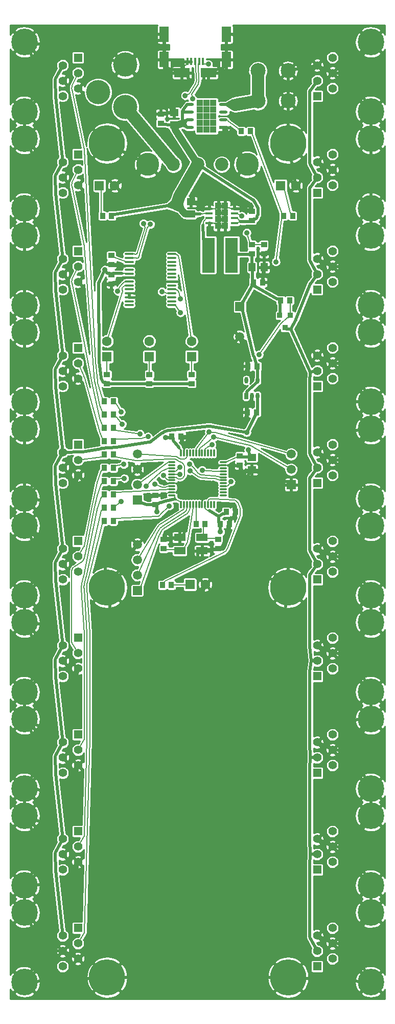
<source format=gbr>
G04 #@! TF.FileFunction,Copper,L1,Top,Signal*
%FSLAX46Y46*%
G04 Gerber Fmt 4.6, Leading zero omitted, Abs format (unit mm)*
G04 Created by KiCad (PCBNEW (after 2015-mar-04 BZR unknown)-product) date 25.04.2015 20:58:03*
%MOMM*%
G01*
G04 APERTURE LIST*
%ADD10C,0.100000*%
%ADD11R,1.016000X0.889000*%
%ADD12R,1.143000X1.397000*%
%ADD13R,0.889000X1.016000*%
%ADD14R,1.500000X1.500000*%
%ADD15C,1.500000*%
%ADD16R,1.397000X1.143000*%
%ADD17R,1.600000X1.600000*%
%ADD18C,1.600000*%
%ADD19O,1.399540X0.508000*%
%ADD20R,1.399540X0.508000*%
%ADD21R,1.100000X1.100000*%
%ADD22R,1.200000X0.400000*%
%ADD23O,1.200000X0.400000*%
%ADD24R,0.635000X1.100000*%
%ADD25O,0.635000X1.100000*%
%ADD26R,0.300000X1.200000*%
%ADD27O,0.300000X1.200000*%
%ADD28O,1.200000X0.300000*%
%ADD29C,6.000000*%
%ADD30R,2.148840X5.798820*%
%ADD31R,0.914400X0.914400*%
%ADD32R,0.900000X1.000000*%
%ADD33R,1.000000X0.900000*%
%ADD34C,4.400000*%
%ADD35C,1.400000*%
%ADD36R,1.400000X1.400000*%
%ADD37C,4.000000*%
%ADD38C,2.500000*%
%ADD39R,1.500000X2.500000*%
%ADD40R,2.500000X1.500000*%
%ADD41R,0.400000X1.250000*%
%ADD42R,1.899920X1.198880*%
%ADD43C,2.200000*%
%ADD44C,3.800000*%
%ADD45O,1.500000X0.400000*%
%ADD46C,0.900000*%
%ADD47C,0.200000*%
%ADD48C,0.500000*%
%ADD49C,1.143000*%
%ADD50C,0.508000*%
%ADD51C,2.000000*%
%ADD52C,0.254000*%
G04 APERTURE END LIST*
D10*
D11*
X70200000Y-57038000D03*
X70200000Y-58562000D03*
X70200000Y-61762000D03*
X70200000Y-60238000D03*
D12*
X95516000Y-59000000D03*
X93484000Y-59000000D03*
D13*
X95262000Y-61500000D03*
X93738000Y-61500000D03*
X94362000Y-75400000D03*
X92838000Y-75400000D03*
X94262000Y-83000000D03*
X92738000Y-83000000D03*
D14*
X91500000Y-65500000D03*
D15*
X91500000Y-70500000D03*
D16*
X93500000Y-90484000D03*
X93500000Y-92516000D03*
D11*
X91500000Y-90238000D03*
X91500000Y-91762000D03*
X77500000Y-98262000D03*
X77500000Y-96738000D03*
D13*
X89238000Y-99500000D03*
X90762000Y-99500000D03*
X88238000Y-101500000D03*
X89762000Y-101500000D03*
X80238000Y-87000000D03*
X81762000Y-87000000D03*
D16*
X80600000Y-35416000D03*
X80600000Y-33384000D03*
D11*
X78400000Y-35162000D03*
X78400000Y-33638000D03*
D16*
X83400000Y-50216000D03*
X83400000Y-48184000D03*
D11*
X93500000Y-51262000D03*
X93500000Y-49738000D03*
X87900000Y-104038000D03*
X87900000Y-105562000D03*
X78900000Y-105562000D03*
X78900000Y-104038000D03*
D17*
X68230000Y-45500000D03*
D18*
X70770000Y-45500000D03*
D17*
X83500000Y-73770000D03*
D18*
X83500000Y-71230000D03*
D17*
X76500000Y-73770000D03*
D18*
X76500000Y-71230000D03*
D17*
X69500000Y-73770000D03*
D18*
X69500000Y-71230000D03*
D17*
X98230000Y-45500000D03*
D18*
X100770000Y-45500000D03*
D17*
X83230000Y-111500000D03*
D18*
X85770000Y-111500000D03*
D19*
X83206000Y-35905000D03*
D20*
X88794000Y-35905000D03*
D19*
X83206000Y-34635000D03*
X83206000Y-33365000D03*
X83206000Y-32095000D03*
X88794000Y-34635000D03*
X88794000Y-33365000D03*
X88794000Y-32095000D03*
D21*
X86000000Y-34000000D03*
X84900000Y-34000000D03*
X87100000Y-34000000D03*
X86000000Y-32900000D03*
X86000000Y-31800000D03*
X84900000Y-32900000D03*
X84900000Y-31800000D03*
X87100000Y-31800000D03*
X87100000Y-32900000D03*
X84900000Y-36200000D03*
X84900000Y-35100000D03*
X86000000Y-36200000D03*
X86000000Y-35100000D03*
X87100000Y-36200000D03*
X87100000Y-35100000D03*
X87950000Y-51050000D03*
X87950000Y-49950000D03*
X89050000Y-51050000D03*
X89050000Y-49950000D03*
X87950000Y-52150000D03*
X89050000Y-52150000D03*
X87950000Y-48850000D03*
X89050000Y-48850000D03*
D22*
X90600000Y-51700000D03*
D23*
X90600000Y-50900000D03*
X90600000Y-50100000D03*
X90600000Y-49300000D03*
X86400000Y-49300000D03*
X86400000Y-50100000D03*
X86400000Y-50900000D03*
X86400000Y-51700000D03*
D24*
X92550000Y-80300000D03*
D25*
X93500000Y-80300000D03*
X94450000Y-80300000D03*
X94450000Y-77700000D03*
X92550000Y-77700000D03*
D26*
X81750000Y-98250000D03*
D27*
X82250000Y-98250000D03*
X82750000Y-98250000D03*
X83250000Y-98250000D03*
X83750000Y-98250000D03*
X84250000Y-98250000D03*
X84750000Y-98250000D03*
X85250000Y-98250000D03*
X85750000Y-98250000D03*
X86250000Y-98250000D03*
X86750000Y-98250000D03*
X87250000Y-98250000D03*
D28*
X88750000Y-96750000D03*
X88750000Y-96250000D03*
X88750000Y-95750000D03*
X88750000Y-95250000D03*
X88750000Y-94750000D03*
X88750000Y-94250000D03*
X88750000Y-93750000D03*
X88750000Y-93250000D03*
X88750000Y-92750000D03*
X88750000Y-92250000D03*
X88750000Y-91750000D03*
X88750000Y-91250000D03*
D27*
X87250000Y-89750000D03*
X86750000Y-89750000D03*
X86250000Y-89750000D03*
X85750000Y-89750000D03*
X85250000Y-89750000D03*
X84750000Y-89750000D03*
X84250000Y-89750000D03*
X83750000Y-89750000D03*
X83250000Y-89750000D03*
X82750000Y-89750000D03*
X82250000Y-89750000D03*
X81750000Y-89750000D03*
D28*
X80250000Y-91250000D03*
X80250000Y-91750000D03*
X80250000Y-92250000D03*
X80250000Y-92750000D03*
X80250000Y-93250000D03*
X80250000Y-93750000D03*
X80250000Y-94250000D03*
X80250000Y-94750000D03*
X80250000Y-95250000D03*
X80250000Y-95750000D03*
X80250000Y-96250000D03*
X80250000Y-96750000D03*
D29*
X99500000Y-176500000D03*
X69500000Y-176500000D03*
X99500000Y-38500000D03*
X69500000Y-38500000D03*
D30*
X90125320Y-57000000D03*
X86274680Y-57000000D03*
D31*
X98111000Y-66984000D03*
X99889000Y-66984000D03*
X99000000Y-69016000D03*
D32*
X70250000Y-50500000D03*
X68750000Y-50500000D03*
D33*
X83500000Y-78250000D03*
X83500000Y-76750000D03*
D32*
X93250000Y-36500000D03*
X91750000Y-36500000D03*
D33*
X76500000Y-78250000D03*
X76500000Y-76750000D03*
X69500000Y-78250000D03*
X69500000Y-76750000D03*
D32*
X69050000Y-85600000D03*
X70550000Y-85600000D03*
X69050000Y-87800000D03*
X70550000Y-87800000D03*
X84250000Y-101500000D03*
X85750000Y-101500000D03*
X69050000Y-98800000D03*
X70550000Y-98800000D03*
X69050000Y-81200000D03*
X70550000Y-81200000D03*
D33*
X93500000Y-56750000D03*
X93500000Y-55250000D03*
X95500000Y-55250000D03*
X95500000Y-56750000D03*
D32*
X69050000Y-83400000D03*
X70550000Y-83400000D03*
X69050000Y-90000000D03*
X70550000Y-90000000D03*
X69050000Y-92200000D03*
X70550000Y-92200000D03*
X69050000Y-94400000D03*
X70550000Y-94400000D03*
X69050000Y-96600000D03*
X70550000Y-96600000D03*
X69050000Y-101000000D03*
X70550000Y-101000000D03*
X98250000Y-64500000D03*
X99750000Y-64500000D03*
X78650000Y-111600000D03*
X80150000Y-111600000D03*
X98750000Y-50500000D03*
X100250000Y-50500000D03*
D14*
X74500000Y-97500000D03*
D15*
X74500000Y-94960000D03*
X74500000Y-92420000D03*
X74500000Y-89880000D03*
D14*
X100000000Y-95000000D03*
D15*
X100000000Y-92460000D03*
X100000000Y-89920000D03*
D14*
X74500000Y-112500000D03*
D15*
X74500000Y-109960000D03*
X74500000Y-107420000D03*
X74500000Y-104880000D03*
D34*
X55800000Y-21750000D03*
X55800000Y-33250000D03*
D35*
X64689960Y-26865000D03*
X62149960Y-28135000D03*
X64689960Y-29405000D03*
X62149960Y-25595000D03*
D36*
X64692500Y-24325000D03*
D35*
X62152500Y-30675000D03*
D34*
X55800000Y-37750000D03*
X55800000Y-49250000D03*
D35*
X64689960Y-42865000D03*
X62149960Y-44135000D03*
X64689960Y-45405000D03*
X62149960Y-41595000D03*
D36*
X64692500Y-40325000D03*
D35*
X62152500Y-46675000D03*
D34*
X55800000Y-53750000D03*
X55800000Y-65250000D03*
D35*
X64689960Y-58865000D03*
X62149960Y-60135000D03*
X64689960Y-61405000D03*
X62149960Y-57595000D03*
D36*
X64692500Y-56325000D03*
D35*
X62152500Y-62675000D03*
D34*
X55800000Y-69750000D03*
X55800000Y-81250000D03*
D35*
X64689960Y-74865000D03*
X62149960Y-76135000D03*
X64689960Y-77405000D03*
X62149960Y-73595000D03*
D36*
X64692500Y-72325000D03*
D35*
X62152500Y-78675000D03*
D34*
X55800000Y-85750000D03*
X55800000Y-97250000D03*
D35*
X64689960Y-90865000D03*
X62149960Y-92135000D03*
X64689960Y-93405000D03*
X62149960Y-89595000D03*
D36*
X64692500Y-88325000D03*
D35*
X62152500Y-94675000D03*
D37*
X72500000Y-25500000D03*
X68000000Y-30000000D03*
X72500000Y-32500000D03*
D38*
X99500000Y-31500000D03*
X99500000Y-26500000D03*
X94500000Y-26500000D03*
X94500000Y-31500000D03*
D34*
X55800000Y-101750000D03*
X55800000Y-113250000D03*
D35*
X64689960Y-106865000D03*
X62149960Y-108135000D03*
X64689960Y-109405000D03*
X62149960Y-105595000D03*
D36*
X64692500Y-104325000D03*
D35*
X62152500Y-110675000D03*
D34*
X55800000Y-117750000D03*
X55800000Y-129250000D03*
D35*
X64689960Y-122865000D03*
X62149960Y-124135000D03*
X64689960Y-125405000D03*
X62149960Y-121595000D03*
D36*
X64692500Y-120325000D03*
D35*
X62152500Y-126675000D03*
D34*
X55800000Y-133750000D03*
X55800000Y-145250000D03*
D35*
X64689960Y-138865000D03*
X62149960Y-140135000D03*
X64689960Y-141405000D03*
X62149960Y-137595000D03*
D36*
X64692500Y-136325000D03*
D35*
X62152500Y-142675000D03*
D34*
X55800000Y-149750000D03*
X55800000Y-161250000D03*
D35*
X64689960Y-154865000D03*
X62149960Y-156135000D03*
X64689960Y-157405000D03*
X62149960Y-153595000D03*
D36*
X64692500Y-152325000D03*
D35*
X62152500Y-158675000D03*
D34*
X55800000Y-165750000D03*
X55800000Y-177250000D03*
D35*
X64689960Y-170865000D03*
X62149960Y-172135000D03*
X64689960Y-173405000D03*
X62149960Y-169595000D03*
D36*
X64692500Y-168325000D03*
D35*
X62152500Y-174675000D03*
D39*
X89250000Y-20450000D03*
X78950000Y-20450000D03*
X89250000Y-24650000D03*
X78950000Y-24650000D03*
D40*
X86300000Y-26850000D03*
X81900000Y-26850000D03*
D41*
X85400000Y-24975000D03*
X84750000Y-24975000D03*
X84100000Y-24975000D03*
X83450000Y-24975000D03*
X82800000Y-24975000D03*
D34*
X113200000Y-33250000D03*
X113200000Y-21750000D03*
D35*
X104310040Y-28135000D03*
X106850040Y-26865000D03*
X104310040Y-25595000D03*
X106850040Y-29405000D03*
D36*
X104307500Y-30675000D03*
D35*
X106847500Y-24325000D03*
D34*
X113200000Y-49250000D03*
X113200000Y-37750000D03*
D35*
X104310040Y-44135000D03*
X106850040Y-42865000D03*
X104310040Y-41595000D03*
X106850040Y-45405000D03*
D36*
X104307500Y-46675000D03*
D35*
X106847500Y-40325000D03*
D34*
X113200000Y-65250000D03*
X113200000Y-53750000D03*
D35*
X104310040Y-60135000D03*
X106850040Y-58865000D03*
X104310040Y-57595000D03*
X106850040Y-61405000D03*
D36*
X104307500Y-62675000D03*
D35*
X106847500Y-56325000D03*
D34*
X113200000Y-81250000D03*
X113200000Y-69750000D03*
D35*
X104310040Y-76135000D03*
X106850040Y-74865000D03*
X104310040Y-73595000D03*
X106850040Y-77405000D03*
D36*
X104307500Y-78675000D03*
D35*
X106847500Y-72325000D03*
D34*
X113200000Y-97250000D03*
X113200000Y-85750000D03*
D35*
X104310040Y-92135000D03*
X106850040Y-90865000D03*
X104310040Y-89595000D03*
X106850040Y-93405000D03*
D36*
X104307500Y-94675000D03*
D35*
X106847500Y-88325000D03*
D34*
X113200000Y-113250000D03*
X113200000Y-101750000D03*
D35*
X104310040Y-108135000D03*
X106850040Y-106865000D03*
X104310040Y-105595000D03*
X106850040Y-109405000D03*
D36*
X104307500Y-110675000D03*
D35*
X106847500Y-104325000D03*
D34*
X113200000Y-129250000D03*
X113200000Y-117750000D03*
D35*
X104310040Y-124135000D03*
X106850040Y-122865000D03*
X104310040Y-121595000D03*
X106850040Y-125405000D03*
D36*
X104307500Y-126675000D03*
D35*
X106847500Y-120325000D03*
D34*
X113200000Y-145250000D03*
X113200000Y-133750000D03*
D35*
X104310040Y-140135000D03*
X106850040Y-138865000D03*
X104310040Y-137595000D03*
X106850040Y-141405000D03*
D36*
X104307500Y-142675000D03*
D35*
X106847500Y-136325000D03*
D34*
X113200000Y-161250000D03*
X113200000Y-149750000D03*
D35*
X104310040Y-156135000D03*
X106850040Y-154865000D03*
X104310040Y-153595000D03*
X106850040Y-157405000D03*
D36*
X104307500Y-158675000D03*
D35*
X106847500Y-152325000D03*
D34*
X113200000Y-177250000D03*
X113200000Y-165750000D03*
D35*
X104310040Y-172135000D03*
X106850040Y-170865000D03*
X104310040Y-169595000D03*
X106850040Y-173405000D03*
D36*
X104307500Y-174675000D03*
D35*
X106847500Y-168325000D03*
D42*
X81550880Y-105899820D03*
X85249120Y-105899820D03*
X85249120Y-103700180D03*
X81550880Y-103700180D03*
D43*
X80500000Y-42000000D03*
X84500000Y-42000000D03*
X88500000Y-42000000D03*
D44*
X76250000Y-42000000D03*
X92750000Y-42000000D03*
D29*
X99500000Y-112000000D03*
X69500000Y-112000000D03*
D45*
X80250000Y-65270000D03*
X80250000Y-64620000D03*
X80250000Y-63970000D03*
X80250000Y-63320000D03*
X80250000Y-62670000D03*
X80250000Y-62020000D03*
X80250000Y-61370000D03*
X80250000Y-60720000D03*
X80250000Y-60070000D03*
X80250000Y-59420000D03*
X80250000Y-58770000D03*
X80250000Y-58120000D03*
X80250000Y-57470000D03*
X80250000Y-56820000D03*
X73150000Y-56820000D03*
X73150000Y-57470000D03*
X73150000Y-58120000D03*
X73150000Y-58770000D03*
X73150000Y-59420000D03*
X73150000Y-60070000D03*
X73150000Y-60720000D03*
X73150000Y-61370000D03*
X73150000Y-62020000D03*
X73150000Y-62670000D03*
X73150000Y-63320000D03*
X73150000Y-63970000D03*
X73150000Y-64620000D03*
X73150000Y-65270000D03*
D46*
X84000000Y-47000000D03*
X108200000Y-129000000D03*
X108400000Y-134000000D03*
X70600000Y-126600000D03*
X79200000Y-127200000D03*
X89600000Y-127800000D03*
X99400000Y-127800000D03*
X99800000Y-136000000D03*
X90000000Y-136200000D03*
X80800000Y-135600000D03*
X70800000Y-135800000D03*
X70800000Y-144600000D03*
X80600000Y-145000000D03*
X90400000Y-145600000D03*
X98600000Y-146000000D03*
X99400000Y-154200000D03*
X90600000Y-153600000D03*
X79800000Y-153600000D03*
X71400000Y-153600000D03*
X71200000Y-161600000D03*
X79800000Y-160800000D03*
X87000000Y-161600000D03*
X97800000Y-162000000D03*
X97800000Y-169600000D03*
X87400000Y-169800000D03*
X79800000Y-169600000D03*
X69600000Y-170000000D03*
X59800000Y-168000000D03*
X64200000Y-165800000D03*
X64000000Y-161000000D03*
X59600000Y-161200000D03*
X64000000Y-150000000D03*
X60000000Y-151400000D03*
X59600000Y-145600000D03*
X64000000Y-145000000D03*
X59600000Y-135600000D03*
X63800000Y-133600000D03*
X59200000Y-129800000D03*
X64000000Y-129200000D03*
X59600000Y-118200000D03*
X59400000Y-113200000D03*
X63400000Y-69600000D03*
X59600000Y-69800000D03*
X58600000Y-77200000D03*
X59600000Y-81600000D03*
X64200000Y-80800000D03*
X64400000Y-85600000D03*
X59600000Y-87800000D03*
X58600000Y-92800000D03*
X59400000Y-97600000D03*
X63800000Y-97000000D03*
X63600000Y-101600000D03*
X59800000Y-104400000D03*
X74400000Y-102200000D03*
X71000000Y-103000000D03*
X70000000Y-107200000D03*
X70600000Y-118800000D03*
X75400000Y-118600000D03*
X83400000Y-118400000D03*
X91400000Y-117800000D03*
X98800000Y-116800000D03*
X91600000Y-111400000D03*
X91400000Y-108000000D03*
X99600000Y-104600000D03*
X94200000Y-103200000D03*
X108000000Y-96800000D03*
X108800000Y-86200000D03*
X107800000Y-81200000D03*
X100200000Y-99600000D03*
X95200000Y-96000000D03*
X84400000Y-96200000D03*
X89000000Y-89400000D03*
X73200000Y-80200000D03*
X79000000Y-80600000D03*
X75600000Y-84000000D03*
X82600000Y-83400000D03*
X88200000Y-82400000D03*
X100400000Y-86000000D03*
X97200000Y-83400000D03*
X101000000Y-79400000D03*
X96800000Y-77200000D03*
X98200000Y-72800000D03*
X88400000Y-77400000D03*
X87000000Y-72400000D03*
X72800000Y-76400000D03*
X72800000Y-72800000D03*
X79800000Y-75200000D03*
X79800000Y-71400000D03*
X89200000Y-70000000D03*
X88600000Y-66200000D03*
X94200000Y-68000000D03*
X102000000Y-69400000D03*
X107000000Y-64400000D03*
X100000000Y-60800000D03*
X100600000Y-54800000D03*
X105400000Y-53800000D03*
X109600000Y-44200000D03*
X107000000Y-48800000D03*
X59200000Y-65800000D03*
X63000000Y-65800000D03*
X69800000Y-66000000D03*
X72600000Y-69000000D03*
X79400000Y-68200000D03*
X76400000Y-64600000D03*
X85000000Y-65000000D03*
X88800000Y-61800000D03*
X83600000Y-60800000D03*
X83000000Y-55400000D03*
X77000000Y-58600000D03*
X73400000Y-53400000D03*
X58600000Y-60000000D03*
X59600000Y-49200000D03*
X59800000Y-55600000D03*
X62800000Y-49000000D03*
X63400000Y-53800000D03*
X69000000Y-53200000D03*
X74200000Y-46800000D03*
X79000000Y-47200000D03*
X79800000Y-52400000D03*
X83400000Y-52600000D03*
X93117100Y-48635200D03*
X95208300Y-52358900D03*
X87110800Y-94745200D03*
X87493200Y-91947100D03*
X82958800Y-87255100D03*
X78788500Y-96638800D03*
X78897300Y-94638000D03*
X91883100Y-92864800D03*
X92360400Y-84301400D03*
X90442600Y-98333700D03*
X91342400Y-96520100D03*
X69022000Y-61838100D03*
X84424200Y-107157500D03*
X82376000Y-102442500D03*
X79282800Y-102935200D03*
X76344700Y-97355300D03*
X59099700Y-156016300D03*
X59099700Y-140016300D03*
X59099700Y-124016300D03*
X59099700Y-108016300D03*
X59099700Y-44016300D03*
X59099700Y-28016300D03*
X83546500Y-28140100D03*
X85542300Y-28270000D03*
X69131700Y-59426100D03*
X86269100Y-25400300D03*
X79212300Y-87182800D03*
X77726900Y-99439400D03*
X92646400Y-86337900D03*
X92926100Y-89253900D03*
X88286800Y-102786700D03*
X78590900Y-63038800D03*
X71260100Y-62949400D03*
X92648800Y-53299400D03*
X91819000Y-50526900D03*
X90012400Y-94500000D03*
X97486800Y-58114700D03*
X83246000Y-92692700D03*
X74954400Y-86558500D03*
X83157800Y-91544900D03*
X76292000Y-87023800D03*
X79814800Y-98495700D03*
X85259100Y-92583800D03*
X86872000Y-88374500D03*
X94704000Y-73457100D03*
X87195300Y-87094200D03*
X81670200Y-64250000D03*
X86387000Y-86230200D03*
X81660200Y-66507600D03*
X71868700Y-97739300D03*
X75943600Y-95182700D03*
X81532000Y-92061400D03*
X71811500Y-82934500D03*
X81530600Y-93236000D03*
X72013100Y-84967000D03*
X78884300Y-93487700D03*
X72275400Y-91621100D03*
X72366700Y-93946900D03*
X77403500Y-94873900D03*
X82440400Y-30608700D03*
X75528200Y-51755500D03*
X83658500Y-31141000D03*
X76669100Y-51900100D03*
D47*
X73271000Y-58071400D02*
X72586500Y-58071400D01*
X72586500Y-58071400D02*
X70742700Y-57388700D01*
X70742700Y-57388700D02*
X70734300Y-57385600D01*
X70734300Y-57385600D02*
X70716900Y-57382500D01*
X70716900Y-57382500D02*
X70708000Y-57382500D01*
X70708000Y-57382500D02*
X70608000Y-57382500D01*
X70608000Y-57382500D02*
X70200000Y-57038000D01*
X79119000Y-61341500D02*
X78815000Y-61220300D01*
X79119000Y-61341500D02*
X78828800Y-61492700D01*
X85714000Y-49180500D02*
X85492100Y-48940000D01*
X85714000Y-49180500D02*
X85386900Y-49191600D01*
X85145600Y-97370600D02*
X85193100Y-97046800D01*
X85145600Y-97370600D02*
X84931300Y-97123200D01*
X72260600Y-58721600D02*
X71963100Y-58585200D01*
X72260600Y-58721600D02*
X71963100Y-58858000D01*
X74249900Y-63136100D02*
X74577000Y-63131800D01*
X74249900Y-63136100D02*
X74460200Y-62885400D01*
X82478800Y-25527700D02*
X82156800Y-25469000D01*
X82478800Y-25527700D02*
X82224200Y-25733400D01*
X91316200Y-49339000D02*
X91594800Y-49510700D01*
X91316200Y-49339000D02*
X91628200Y-49240100D01*
X74250200Y-60533200D02*
X74577500Y-60529600D01*
X74250200Y-60533200D02*
X74461100Y-60283000D01*
X74518700Y-63337400D02*
X74700000Y-63064900D01*
X74518700Y-63337400D02*
X74430600Y-63022100D01*
X82212000Y-89042700D02*
X82293900Y-88725800D01*
X82212000Y-89042700D02*
X82025500Y-88773800D01*
X74556700Y-60020100D02*
X74436300Y-60324400D01*
X74556700Y-60020100D02*
X74708700Y-60310000D01*
X72291800Y-60811400D02*
X71964500Y-60815100D01*
X72291800Y-60811400D02*
X72080900Y-61061700D01*
X81085600Y-96073100D02*
X81394800Y-95965900D01*
X81085600Y-96073100D02*
X81206200Y-95768900D01*
X81264700Y-95473400D02*
X81198700Y-95794000D01*
X81264700Y-95473400D02*
X81464500Y-95732600D01*
D48*
X55800000Y-149750000D02*
X55800000Y-145250000D01*
X109900300Y-58983700D02*
X106850000Y-58865000D01*
X106850000Y-170865000D02*
X109900300Y-170983700D01*
X109900300Y-138983700D02*
X106850000Y-138865000D01*
X55800000Y-165750000D02*
X55800000Y-161250000D01*
X113200000Y-113250000D02*
X113200000Y-117750000D01*
D47*
X80129000Y-61325100D02*
X79444500Y-61325100D01*
X79444500Y-61325100D02*
X78759500Y-61359600D01*
D48*
X106850000Y-122865000D02*
X104310000Y-121595000D01*
X113200000Y-69750000D02*
X109900300Y-74983700D01*
X113200000Y-133750000D02*
X109900300Y-138983700D01*
X55800000Y-101750000D02*
X55800000Y-97250000D01*
X55800000Y-53750000D02*
X55800000Y-49250000D01*
X99500000Y-26500000D02*
X99500000Y-31500000D01*
X74575100Y-62981800D02*
X75319600Y-61532500D01*
X109900300Y-90983700D02*
X106850000Y-90865000D01*
X99500000Y-38500000D02*
X99500000Y-31500000D01*
X71900600Y-58721600D02*
X70708000Y-58721600D01*
X70708000Y-58721600D02*
X70458000Y-58721600D01*
X70458000Y-58721600D02*
X70200000Y-58562000D01*
X113200000Y-49250000D02*
X113200000Y-53750000D01*
X109900300Y-154983700D02*
X106850000Y-154865000D01*
X113200000Y-149750000D02*
X109900300Y-154983700D01*
X113200000Y-53750000D02*
X109900300Y-58983700D01*
X113200000Y-101750000D02*
X109900300Y-106983700D01*
X106850000Y-90865000D02*
X104310000Y-89595000D01*
X55800000Y-65250000D02*
X55800000Y-69750000D01*
X109900300Y-74983700D02*
X113200000Y-81250000D01*
X113200000Y-21750000D02*
X109900300Y-26983700D01*
X109900300Y-138983700D02*
X113200000Y-145250000D01*
X55800000Y-117750000D02*
X59099700Y-124016300D01*
X113200000Y-129250000D02*
X113200000Y-133750000D01*
X113200000Y-33250000D02*
X113200000Y-37750000D01*
X55800000Y-133750000D02*
X55800000Y-129250000D01*
X84424200Y-107157500D02*
X84544400Y-106547500D01*
X84544400Y-106547500D02*
X84546800Y-106535500D01*
X84546800Y-106535500D02*
X84549100Y-106511200D01*
X84549100Y-106511200D02*
X84549100Y-106499200D01*
X84549100Y-106499200D02*
X84549100Y-106249200D01*
X84549100Y-106249200D02*
X85249100Y-105899800D01*
X106850000Y-26865000D02*
X109900300Y-26983700D01*
D47*
X86400000Y-49300000D02*
X86000000Y-49300000D01*
X86000000Y-49300000D02*
X85381800Y-49041700D01*
X85250000Y-98250000D02*
X85250000Y-97800000D01*
X85250000Y-97800000D02*
X85250000Y-97764200D01*
X85250000Y-97764200D02*
X85239900Y-97694100D01*
X85239900Y-97694100D02*
X85230000Y-97659900D01*
X85230000Y-97659900D02*
X85044700Y-97025000D01*
D48*
X70770000Y-45500000D02*
X76250000Y-42000000D01*
X113200000Y-65250000D02*
X113200000Y-69750000D01*
X78950000Y-20450000D02*
X78950000Y-21450000D01*
X78950000Y-21450000D02*
X78950000Y-21700000D01*
X78950000Y-21700000D02*
X78950000Y-23400000D01*
X78950000Y-23400000D02*
X78950000Y-23650000D01*
X78950000Y-23650000D02*
X78950000Y-24650000D01*
X55800000Y-85750000D02*
X55800000Y-81250000D01*
X92550000Y-81610600D02*
X92550000Y-82492000D01*
X92550000Y-82492000D02*
X92550000Y-82742000D01*
X92550000Y-82742000D02*
X92738000Y-83000000D01*
X113200000Y-161250000D02*
X113200000Y-165750000D01*
X113200000Y-85750000D02*
X109900300Y-90983700D01*
X113200000Y-145250000D02*
X113200000Y-149750000D01*
X86300000Y-26850000D02*
X85542300Y-27350000D01*
X85542300Y-27350000D02*
X85542300Y-27600000D01*
X85542300Y-27600000D02*
X85542300Y-28270000D01*
X55800000Y-177250000D02*
X59099700Y-172016300D01*
X104310000Y-41595000D02*
X106850000Y-42865000D01*
X113200000Y-81250000D02*
X113200000Y-85750000D01*
D47*
X86400000Y-49300000D02*
X86800000Y-49300000D01*
X86800000Y-49300000D02*
X87400000Y-49300000D01*
X87400000Y-49300000D02*
X87500000Y-49300000D01*
X87500000Y-49300000D02*
X87950000Y-48850000D01*
D48*
X75319600Y-61532500D02*
X78759500Y-61359600D01*
X59099700Y-172016300D02*
X59521700Y-172032700D01*
X106850000Y-58865000D02*
X104310000Y-57595000D01*
X106850000Y-74865000D02*
X104310000Y-73595000D01*
X85381800Y-49041700D02*
X84198300Y-48526300D01*
X84198300Y-48526300D02*
X84174600Y-48516000D01*
X84174600Y-48516000D02*
X84124500Y-48505500D01*
X84124500Y-48505500D02*
X84098500Y-48505500D01*
X84098500Y-48505500D02*
X83848500Y-48505500D01*
X83848500Y-48505500D02*
X83400000Y-48184000D01*
X109900300Y-170983700D02*
X113200000Y-177250000D01*
D47*
X73271000Y-58721600D02*
X72586500Y-58721600D01*
X72586500Y-58721600D02*
X71900600Y-58721600D01*
D48*
X106850000Y-106865000D02*
X104310000Y-105595000D01*
D47*
X73271000Y-63275800D02*
X73955500Y-63275800D01*
X73955500Y-63275800D02*
X74575100Y-62981800D01*
D48*
X55800000Y-37750000D02*
X55800000Y-33250000D01*
X113200000Y-97250000D02*
X113200000Y-101750000D01*
X82129900Y-25616600D02*
X82129900Y-26100000D01*
X82129900Y-26100000D02*
X82129900Y-26350000D01*
X82129900Y-26350000D02*
X81900000Y-26850000D01*
X104310000Y-25595000D02*
X106850000Y-26865000D01*
X106850000Y-154865000D02*
X104310000Y-153595000D01*
X79282800Y-102935200D02*
X79162700Y-103545200D01*
X79162700Y-103545200D02*
X79160300Y-103557200D01*
X79160300Y-103557200D02*
X79158000Y-103581500D01*
X79158000Y-103581500D02*
X79158000Y-103593500D01*
X79158000Y-103593500D02*
X79158000Y-103843500D01*
X79158000Y-103843500D02*
X78900000Y-104038000D01*
X109900300Y-106983700D02*
X106850000Y-106865000D01*
X106850000Y-170865000D02*
X104310000Y-169595000D01*
D47*
X86400000Y-51700000D02*
X86800000Y-51700000D01*
X86800000Y-51700000D02*
X87400000Y-51700000D01*
X87400000Y-51700000D02*
X87362100Y-51792600D01*
X87362100Y-51792600D02*
X87950000Y-52150000D01*
D48*
X99500000Y-26500000D02*
X104310000Y-25595000D01*
X75319600Y-61532500D02*
X74575800Y-60379600D01*
X55800000Y-37750000D02*
X59099700Y-44016300D01*
X55800000Y-33250000D02*
X59099700Y-28016300D01*
D47*
X78788500Y-96638800D02*
X78008000Y-96638800D01*
X78008000Y-96638800D02*
X77908000Y-96638800D01*
X77908000Y-96638800D02*
X77500000Y-96738000D01*
D48*
X55800000Y-165750000D02*
X59099700Y-172016300D01*
X109900300Y-106983700D02*
X113200000Y-113250000D01*
X106850000Y-138865000D02*
X104310000Y-137595000D01*
D47*
X82800000Y-24975000D02*
X82700000Y-25500000D01*
X82700000Y-25500000D02*
X82600000Y-25500000D01*
X82600000Y-25500000D02*
X82593700Y-25500000D01*
X82593700Y-25500000D02*
X82581400Y-25501500D01*
X82581400Y-25501500D02*
X82575300Y-25503100D01*
X82575300Y-25503100D02*
X82129900Y-25616600D01*
D48*
X62150000Y-172135000D02*
X64690000Y-173405000D01*
X76250000Y-42000000D02*
X69500000Y-38500000D01*
X109900300Y-154983700D02*
X113200000Y-161250000D01*
X55800000Y-117750000D02*
X55800000Y-113250000D01*
X55800000Y-161250000D02*
X59099700Y-156016300D01*
X55800000Y-49250000D02*
X59099700Y-44016300D01*
D47*
X90600000Y-49300000D02*
X91000000Y-49300000D01*
X91000000Y-49300000D02*
X91673500Y-49383000D01*
D48*
X55800000Y-149750000D02*
X59099700Y-156016300D01*
X55800000Y-145250000D02*
X59099700Y-140016300D01*
X113200000Y-117750000D02*
X109900300Y-122983700D01*
X99500000Y-38500000D02*
X100770000Y-45500000D01*
X89250000Y-20450000D02*
X89250000Y-21450000D01*
X89250000Y-21450000D02*
X89250000Y-21700000D01*
X89250000Y-21700000D02*
X89250000Y-23400000D01*
X89250000Y-23400000D02*
X89250000Y-23650000D01*
X89250000Y-23650000D02*
X89250000Y-24650000D01*
X55800000Y-133750000D02*
X59099700Y-140016300D01*
X78400000Y-33638000D02*
X78658000Y-33511000D01*
X78658000Y-33511000D02*
X78908000Y-33511000D01*
X78908000Y-33511000D02*
X79901500Y-33511000D01*
X79901500Y-33511000D02*
X80151500Y-33511000D01*
X80151500Y-33511000D02*
X80600000Y-33384000D01*
X109900300Y-58983700D02*
X113200000Y-65250000D01*
X93500000Y-92516000D02*
X93051500Y-92837500D01*
X93051500Y-92837500D02*
X93051500Y-93087500D01*
X93024500Y-93200500D02*
X93037800Y-93174300D01*
X93037800Y-93174300D02*
X93051500Y-93116700D01*
X93051500Y-93116700D02*
X93051500Y-93087500D01*
X93024500Y-93200500D02*
X91342400Y-96520100D01*
X86300000Y-26850000D02*
X87300000Y-26350000D01*
X87300000Y-26350000D02*
X87550000Y-26350000D01*
X87550000Y-26350000D02*
X87563100Y-26350000D01*
X87563100Y-26350000D02*
X87588700Y-26347300D01*
X87588700Y-26347300D02*
X87601500Y-26344600D01*
X87601500Y-26344600D02*
X88551500Y-26144600D01*
X88551500Y-26144600D02*
X88638100Y-26126400D01*
X88638100Y-26126400D02*
X88750000Y-25988600D01*
X88750000Y-25988600D02*
X88750000Y-25900000D01*
X88750000Y-25900000D02*
X88750000Y-25650000D01*
X88750000Y-25650000D02*
X89250000Y-24650000D01*
D47*
X73271000Y-60672300D02*
X73955500Y-60672300D01*
X73955500Y-60672300D02*
X74575800Y-60379600D01*
D48*
X81762000Y-87000000D02*
X81956500Y-87258000D01*
X81956500Y-87258000D02*
X81956500Y-87508000D01*
X81956500Y-87508000D02*
X81956500Y-87518500D01*
X81956500Y-87518500D02*
X81958200Y-87538900D01*
X81958200Y-87538900D02*
X81959900Y-87548900D01*
X81959900Y-87548900D02*
X82148700Y-88688300D01*
X109900300Y-74983700D02*
X106850000Y-74865000D01*
X91883100Y-92864800D02*
X91762700Y-92254900D01*
X91758000Y-92206500D02*
X91758000Y-92218700D01*
X91758000Y-92218700D02*
X91760400Y-92243100D01*
X91760400Y-92243100D02*
X91762700Y-92254900D01*
X91758000Y-92206500D02*
X91758000Y-91956500D01*
X91758000Y-91956500D02*
X91500000Y-91762000D01*
X109900300Y-26983700D02*
X113200000Y-33250000D01*
X81550900Y-103700200D02*
X82250900Y-103350800D01*
X82250900Y-103350800D02*
X82250900Y-103100800D01*
X82250900Y-103100800D02*
X82376000Y-102442500D01*
X109900300Y-122983700D02*
X113200000Y-129250000D01*
X92738000Y-83000000D02*
X92543500Y-83258000D01*
X92543500Y-83258000D02*
X92543500Y-83508000D01*
X92536600Y-83566300D02*
X92540100Y-83551900D01*
X92540100Y-83551900D02*
X92543500Y-83522800D01*
X92543500Y-83522800D02*
X92543500Y-83508000D01*
X92536600Y-83566300D02*
X92360400Y-84301400D01*
X90442600Y-98333700D02*
X90562800Y-98943700D01*
X90567500Y-98992000D02*
X90567500Y-98979800D01*
X90567500Y-98979800D02*
X90565100Y-98955400D01*
X90565100Y-98955400D02*
X90562800Y-98943700D01*
X90567500Y-98992000D02*
X90567500Y-99242000D01*
X90567500Y-99242000D02*
X90762000Y-99500000D01*
X59099700Y-28016300D02*
X55800000Y-21750000D01*
X70200000Y-61762000D02*
X69942000Y-61838100D01*
X69942000Y-61838100D02*
X69692000Y-61838100D01*
X69692000Y-61838100D02*
X69022000Y-61838100D01*
X91673500Y-49383000D02*
X92961400Y-49541600D01*
X92961400Y-49541600D02*
X92969200Y-49542600D01*
X92969200Y-49542600D02*
X92984400Y-49543500D01*
X92984400Y-49543500D02*
X92992000Y-49543500D01*
X92992000Y-49543500D02*
X93242000Y-49543500D01*
X93242000Y-49543500D02*
X93500000Y-49738000D01*
X59099700Y-108016300D02*
X55800000Y-113250000D01*
D47*
X74575100Y-62981800D02*
X74514400Y-63364400D01*
X74335900Y-63694800D02*
X74407500Y-63629800D01*
X74407500Y-63629800D02*
X74499400Y-63459500D01*
X74499400Y-63459500D02*
X74514400Y-63364400D01*
X74335900Y-63694800D02*
X74174100Y-63841700D01*
X73955500Y-63926100D02*
X74016400Y-63926100D01*
X74016400Y-63926100D02*
X74129300Y-63882300D01*
X74129300Y-63882300D02*
X74174100Y-63841700D01*
X73955500Y-63926100D02*
X73271000Y-63926100D01*
D48*
X95516000Y-59000000D02*
X95389000Y-59448500D01*
X95389000Y-59448500D02*
X95389000Y-59698500D01*
X95389000Y-59698500D02*
X95389000Y-60992000D01*
X95389000Y-60992000D02*
X95389000Y-61242000D01*
X95389000Y-61242000D02*
X95262000Y-61500000D01*
X93500000Y-80300000D02*
X93500000Y-80532500D01*
X93500000Y-80532500D02*
X93342000Y-81007800D01*
X93117500Y-81283000D02*
X93197000Y-81237100D01*
X93197000Y-81237100D02*
X93313000Y-81094900D01*
X93313000Y-81094900D02*
X93342000Y-81007800D01*
X93117500Y-81283000D02*
X92550000Y-81610600D01*
D47*
X80250000Y-96250000D02*
X79800000Y-96250000D01*
X79800000Y-96250000D02*
X79749200Y-96250000D01*
X79749200Y-96250000D02*
X79649700Y-96270400D01*
X79649700Y-96270400D02*
X79603400Y-96290300D01*
X79603400Y-96290300D02*
X78788500Y-96638800D01*
D48*
X77500000Y-96738000D02*
X77242000Y-96932500D01*
X77242000Y-96932500D02*
X76992000Y-96932500D01*
X76992000Y-96932500D02*
X76951500Y-96932500D01*
X76951500Y-96932500D02*
X76874300Y-96958300D01*
X76874300Y-96958300D02*
X76842000Y-96982500D01*
X76842000Y-96982500D02*
X76344700Y-97355300D01*
D47*
X82250000Y-89750000D02*
X82250000Y-89300000D01*
X82250000Y-89300000D02*
X82250000Y-89278200D01*
X82250000Y-89278200D02*
X82246100Y-89233800D01*
X82246100Y-89233800D02*
X82242200Y-89212100D01*
X82242200Y-89212100D02*
X82148700Y-88688300D01*
X74575800Y-60379600D02*
X74520600Y-59341800D01*
X74520600Y-59341800D02*
X74512800Y-59196700D01*
X74512800Y-59196700D02*
X74360200Y-58950600D01*
X74360200Y-58950600D02*
X74234300Y-58879400D01*
X74234300Y-58879400D02*
X73955500Y-58721600D01*
X73955500Y-58721600D02*
X73271000Y-58721600D01*
D48*
X83546500Y-28140100D02*
X83018200Y-27812500D01*
X82900000Y-27600000D02*
X82899900Y-27664700D01*
X82899900Y-27664700D02*
X82963000Y-27778100D01*
X82963000Y-27778100D02*
X83018200Y-27812500D01*
X82900000Y-27600000D02*
X82900000Y-27350000D01*
X82900000Y-27350000D02*
X81900000Y-26850000D01*
X109900300Y-90983700D02*
X113200000Y-97250000D01*
X55800000Y-101750000D02*
X59099700Y-108016300D01*
X93500000Y-92516000D02*
X93948500Y-92837500D01*
X93948500Y-92837500D02*
X94198500Y-92837500D01*
X94277800Y-92850400D02*
X94258700Y-92844000D01*
X94258700Y-92844000D02*
X94218600Y-92837500D01*
X94218600Y-92837500D02*
X94198500Y-92837500D01*
X94277800Y-92850400D02*
X99170700Y-94487100D01*
X99170700Y-94487100D02*
X99189800Y-94493500D01*
X99189800Y-94493500D02*
X99229900Y-94500000D01*
X99229900Y-94500000D02*
X99250000Y-94500000D01*
X99250000Y-94500000D02*
X99500000Y-94500000D01*
X99500000Y-94500000D02*
X100000000Y-95000000D01*
D47*
X87493200Y-91947100D02*
X88171600Y-91766800D01*
X88300000Y-91750000D02*
X88267700Y-91750000D01*
X88267700Y-91750000D02*
X88202700Y-91758500D01*
X88202700Y-91758500D02*
X88171600Y-91766800D01*
X88300000Y-91750000D02*
X88750000Y-91750000D01*
D48*
X81762000Y-87000000D02*
X81956500Y-87255100D01*
X81956500Y-87255100D02*
X82206500Y-87255100D01*
X82206500Y-87255100D02*
X82958800Y-87255100D01*
D47*
X73271000Y-60672300D02*
X72586500Y-60672300D01*
X72586500Y-60672300D02*
X71966200Y-60965100D01*
X89050000Y-48850000D02*
X89600000Y-49150000D01*
X89670800Y-49159300D02*
X89653600Y-49154700D01*
X89653600Y-49154700D02*
X89617800Y-49150000D01*
X89617800Y-49150000D02*
X89600000Y-49150000D01*
X89670800Y-49159300D02*
X90200000Y-49300000D01*
X90200000Y-49300000D02*
X90600000Y-49300000D01*
D48*
X113200000Y-37750000D02*
X113200000Y-49250000D01*
D47*
X80250000Y-96250000D02*
X80700000Y-96250000D01*
X80700000Y-96250000D02*
X80796300Y-96250100D01*
X80796300Y-96250100D02*
X80975900Y-96178100D01*
X80975900Y-96178100D02*
X81045700Y-96111300D01*
X81045700Y-96111300D02*
X81345700Y-95824200D01*
D48*
X113200000Y-165750000D02*
X109900300Y-170983700D01*
X109900300Y-122983700D02*
X106850000Y-122865000D01*
X72500000Y-25500000D02*
X78053800Y-21497200D01*
X78200000Y-21450000D02*
X78160800Y-21450000D01*
X78160800Y-21450000D02*
X78085900Y-21474100D01*
X78085900Y-21474100D02*
X78053800Y-21497200D01*
X78200000Y-21450000D02*
X78450000Y-21450000D01*
X78450000Y-21450000D02*
X78950000Y-20450000D01*
D47*
X80250000Y-94750000D02*
X79800000Y-94750000D01*
X79736200Y-94745900D02*
X79751800Y-94747900D01*
X79751800Y-94747900D02*
X79784000Y-94750000D01*
X79784000Y-94750000D02*
X79800000Y-94750000D01*
X79736200Y-94745900D02*
X78897300Y-94638000D01*
D48*
X78950000Y-24650000D02*
X79450000Y-25650000D01*
X79450000Y-25650000D02*
X79450000Y-25900000D01*
X79450000Y-25900000D02*
X79450000Y-25988500D01*
X79450000Y-25988500D02*
X79561800Y-26126400D01*
X79561800Y-26126400D02*
X79648500Y-26144600D01*
X79648500Y-26144600D02*
X80598500Y-26344600D01*
X80598500Y-26344600D02*
X80611300Y-26347300D01*
X80611300Y-26347300D02*
X80636900Y-26350000D01*
X80636900Y-26350000D02*
X80650000Y-26350000D01*
X80650000Y-26350000D02*
X80900000Y-26350000D01*
X80900000Y-26350000D02*
X81900000Y-26850000D01*
X55800000Y-69750000D02*
X55800000Y-81250000D01*
X71966200Y-60965100D02*
X70820200Y-61540900D01*
X70708000Y-61567500D02*
X70737400Y-61567500D01*
X70737400Y-61567500D02*
X70794100Y-61554000D01*
X70794100Y-61554000D02*
X70820200Y-61540900D01*
X70708000Y-61567500D02*
X70458000Y-61567500D01*
X70458000Y-61567500D02*
X70200000Y-61762000D01*
X87900000Y-105562000D02*
X88158000Y-105367500D01*
X88158000Y-105367500D02*
X88408000Y-105367500D01*
X88408000Y-105367500D02*
X88483000Y-105367500D01*
X88483000Y-105367500D02*
X88608200Y-105284900D01*
X88608200Y-105284900D02*
X88637800Y-105215900D01*
X88637800Y-105215900D02*
X88867600Y-104679400D01*
X88867600Y-104679400D02*
X88874800Y-104662500D01*
X88874800Y-104662500D02*
X88886800Y-104627900D01*
X88886800Y-104627900D02*
X88891500Y-104609700D01*
X88891500Y-104609700D02*
X89559300Y-102071600D01*
X89559300Y-102071600D02*
X89563400Y-102056000D01*
X89563400Y-102056000D02*
X89567500Y-102023900D01*
X89567500Y-102023900D02*
X89567500Y-102008000D01*
X89567500Y-102008000D02*
X89567500Y-101758000D01*
X89567500Y-101758000D02*
X89762000Y-101500000D01*
X92838000Y-75400000D02*
X92643500Y-75658000D01*
X92643500Y-75658000D02*
X92643500Y-75908000D01*
X92592600Y-76059100D02*
X92617300Y-76026500D01*
X92617300Y-76026500D02*
X92643400Y-75948900D01*
X92643400Y-75948900D02*
X92643500Y-75908000D01*
X92592600Y-76059100D02*
X91898800Y-76973300D01*
X91898800Y-76973300D02*
X91817900Y-77079900D01*
X91817900Y-77079900D02*
X91732500Y-77333700D01*
X91732500Y-77333700D02*
X91732500Y-77467500D01*
X91732500Y-77467500D02*
X91732500Y-80850000D01*
X91732500Y-80850000D02*
X91732500Y-80984000D01*
X91732500Y-80984000D02*
X91866500Y-81216000D01*
X91866500Y-81216000D02*
X91982500Y-81283000D01*
X91982500Y-81283000D02*
X92550000Y-81610600D01*
X87110800Y-94745200D02*
X85044700Y-97025000D01*
X78900000Y-104038000D02*
X79158000Y-103869100D01*
X79158000Y-103869100D02*
X79408000Y-103869100D01*
X79408000Y-103869100D02*
X80600900Y-103869100D01*
X80600900Y-103869100D02*
X80850900Y-103869100D01*
X80850900Y-103869100D02*
X81550900Y-103700200D01*
X85249100Y-105899800D02*
X85949100Y-105730900D01*
X85949100Y-105730900D02*
X86199100Y-105730900D01*
X86199100Y-105730900D02*
X87392000Y-105730900D01*
X87392000Y-105730900D02*
X87642000Y-105730900D01*
X87642000Y-105730900D02*
X87900000Y-105562000D01*
D47*
X83450000Y-24975000D02*
X83350000Y-24975000D01*
X83350000Y-24975000D02*
X83250000Y-24975000D01*
X83250000Y-24975000D02*
X83000000Y-24975000D01*
X83000000Y-24975000D02*
X82900000Y-24975000D01*
X82900000Y-24975000D02*
X82800000Y-24975000D01*
D48*
X55800000Y-85750000D02*
X55800000Y-97250000D01*
X93500000Y-92516000D02*
X93051500Y-92837500D01*
X93051500Y-92837500D02*
X92801500Y-92837500D01*
X92801500Y-92837500D02*
X92794000Y-92837600D01*
X92794000Y-92837600D02*
X91883100Y-92864800D01*
X55800000Y-65250000D02*
X55800000Y-53750000D01*
X88794000Y-35905000D02*
X89243800Y-35909000D01*
X89243800Y-35909000D02*
X89243800Y-36159000D01*
X89243800Y-36159000D02*
X89243800Y-36193200D01*
X89243800Y-36193200D02*
X89262400Y-36259600D01*
X89262400Y-36259600D02*
X89280100Y-36288800D01*
X89280100Y-36288800D02*
X92750000Y-42000000D01*
D47*
X91500000Y-91762000D02*
X91092000Y-91750000D01*
X91092000Y-91750000D02*
X90992000Y-91750000D01*
X90992000Y-91750000D02*
X89200000Y-91750000D01*
X89200000Y-91750000D02*
X88750000Y-91750000D01*
D48*
X91500000Y-70500000D02*
X92635300Y-74828600D01*
X92643500Y-74892000D02*
X92643500Y-74875800D01*
X92643500Y-74875800D02*
X92639400Y-74844200D01*
X92639400Y-74844200D02*
X92635300Y-74828600D01*
X92643500Y-74892000D02*
X92643500Y-75142000D01*
X92643500Y-75142000D02*
X92838000Y-75400000D01*
X95500000Y-56750000D02*
X95508000Y-56950000D01*
X95508000Y-56950000D02*
X95508000Y-57200000D01*
X95508000Y-57200000D02*
X95508000Y-58301500D01*
X95508000Y-58301500D02*
X95508000Y-58551500D01*
X95508000Y-58551500D02*
X95516000Y-59000000D01*
X85044700Y-97025000D02*
X84400000Y-96200000D01*
X89762000Y-101500000D02*
X89956500Y-101242000D01*
X89956500Y-101242000D02*
X89956500Y-100992000D01*
X90006200Y-100842400D02*
X89982000Y-100874800D01*
X89982000Y-100874800D02*
X89956500Y-100951700D01*
X89956500Y-100951700D02*
X89956500Y-100992000D01*
X90006200Y-100842400D02*
X90517800Y-100157600D01*
X90517800Y-100157600D02*
X90542000Y-100125200D01*
X90542000Y-100125200D02*
X90567500Y-100048300D01*
X90567500Y-100048300D02*
X90567500Y-100008000D01*
X90567500Y-100008000D02*
X90567500Y-99758000D01*
X90567500Y-99758000D02*
X90762000Y-99500000D01*
D47*
X80250000Y-94750000D02*
X80700000Y-94750000D01*
X81187200Y-95137500D02*
X81148200Y-94967800D01*
X81148200Y-94967800D02*
X80875000Y-94750100D01*
X80875000Y-94750100D02*
X80700000Y-94750000D01*
X81187200Y-95137500D02*
X81345700Y-95824200D01*
D48*
X72500000Y-25500000D02*
X80072900Y-32630500D01*
X80151500Y-32812500D02*
X80151500Y-32760700D01*
X80151500Y-32760700D02*
X80110600Y-32666100D01*
X80110600Y-32666100D02*
X80072900Y-32630500D01*
X80151500Y-32812500D02*
X80151500Y-33062500D01*
X80151500Y-33062500D02*
X80600000Y-33384000D01*
X69500000Y-112000000D02*
X74500000Y-104880000D01*
X55800000Y-129250000D02*
X59099700Y-124016300D01*
X99500000Y-176500000D02*
X113200000Y-177250000D01*
X55800000Y-21750000D02*
X65463200Y-23130000D01*
X65552600Y-23151300D02*
X65531100Y-23144000D01*
X65531100Y-23144000D02*
X65486100Y-23133300D01*
X65486100Y-23133300D02*
X65463200Y-23130000D01*
X65552600Y-23151300D02*
X72500000Y-25500000D01*
X99500000Y-176500000D02*
X69500000Y-176500000D01*
X69500000Y-176500000D02*
X55800000Y-177250000D01*
X95500000Y-56750000D02*
X95750000Y-56550000D01*
X95750000Y-56550000D02*
X96000000Y-56550000D01*
X96000000Y-56550000D02*
X96073100Y-56550100D01*
X96073100Y-56550100D02*
X96196600Y-56470900D01*
X96196600Y-56470900D02*
X96227300Y-56404200D01*
X96227300Y-56404200D02*
X96454500Y-55908300D01*
X96454500Y-55908300D02*
X96477100Y-55858900D01*
X96477100Y-55858900D02*
X96500000Y-55753600D01*
X96500000Y-55753600D02*
X96500000Y-55700000D01*
X96500000Y-55700000D02*
X96500000Y-54800000D01*
X96500000Y-54800000D02*
X96500000Y-54735900D01*
X96500000Y-54735900D02*
X96467700Y-54612000D01*
X96467700Y-54612000D02*
X96436400Y-54556000D01*
X96436400Y-54556000D02*
X95208300Y-52358900D01*
X93117100Y-48635200D02*
X93237300Y-49245200D01*
X93242000Y-49293500D02*
X93242000Y-49281300D01*
X93242000Y-49281300D02*
X93239600Y-49256900D01*
X93239600Y-49256900D02*
X93237300Y-49245200D01*
X93242000Y-49293500D02*
X93242000Y-49543500D01*
X93242000Y-49543500D02*
X93500000Y-49738000D01*
X84400000Y-96200000D02*
X81345700Y-95824200D01*
X64690000Y-125405000D02*
X64000000Y-129200000D01*
X70600000Y-126600000D02*
X79200000Y-127200000D01*
X70600000Y-126600000D02*
X70600000Y-118800000D01*
X70600000Y-118800000D02*
X75400000Y-118600000D01*
X70600000Y-118800000D02*
X69500000Y-112000000D01*
X80800000Y-135600000D02*
X79200000Y-127200000D01*
X80800000Y-135600000D02*
X90000000Y-136200000D01*
X80800000Y-135600000D02*
X80600000Y-145000000D01*
X80800000Y-135600000D02*
X70800000Y-135800000D01*
X80800000Y-135600000D02*
X89600000Y-127800000D01*
X63800000Y-133600000D02*
X64000000Y-129200000D01*
X59600000Y-135600000D02*
X55800000Y-133750000D01*
X59600000Y-135600000D02*
X59200000Y-129800000D01*
X59600000Y-118200000D02*
X55800000Y-117750000D01*
X59400000Y-113200000D02*
X59099700Y-108016300D01*
X59800000Y-104400000D02*
X55800000Y-101750000D01*
X59400000Y-97600000D02*
X55800000Y-97250000D01*
X58600000Y-92800000D02*
X55800000Y-97250000D01*
X58600000Y-92800000D02*
X59600000Y-87800000D01*
X63800000Y-97000000D02*
X64690000Y-93405000D01*
X63800000Y-97000000D02*
X63600000Y-101600000D01*
X71000000Y-103000000D02*
X74400000Y-102200000D01*
X71000000Y-103000000D02*
X69146900Y-106782000D01*
X69146900Y-106782000D02*
X69088900Y-106900400D01*
X69088900Y-106900400D02*
X69041900Y-107158100D01*
X69041900Y-107158100D02*
X69054200Y-107289500D01*
X69054200Y-107289500D02*
X69500000Y-112000000D01*
X71000000Y-103000000D02*
X70000000Y-107200000D01*
X94200000Y-103200000D02*
X91400000Y-108000000D01*
X91400000Y-108000000D02*
X91600000Y-111400000D01*
X91400000Y-108000000D02*
X99500000Y-112000000D01*
X99600000Y-104600000D02*
X99500000Y-112000000D01*
X85770000Y-111500000D02*
X83400000Y-118400000D01*
X83400000Y-118400000D02*
X91400000Y-117800000D01*
X98800000Y-116800000D02*
X99500000Y-112000000D01*
X99400000Y-127800000D02*
X89600000Y-127800000D01*
X99800000Y-136000000D02*
X90000000Y-136200000D01*
X108200000Y-129000000D02*
X109900300Y-122983700D01*
X108400000Y-134000000D02*
X113200000Y-133750000D01*
X87000000Y-161600000D02*
X79800000Y-160800000D01*
X87000000Y-161600000D02*
X87400000Y-169800000D01*
X87000000Y-161600000D02*
X90600000Y-153600000D01*
X87000000Y-161600000D02*
X79800000Y-153600000D01*
X87000000Y-161600000D02*
X97800000Y-162000000D01*
X87000000Y-161600000D02*
X79800000Y-169600000D01*
X87000000Y-161600000D02*
X97800000Y-169600000D01*
X64000000Y-161000000D02*
X64690000Y-157405000D01*
X64000000Y-161000000D02*
X64200000Y-165800000D01*
X79800000Y-160800000D02*
X71200000Y-161600000D01*
X71200000Y-161600000D02*
X69600000Y-170000000D01*
X71400000Y-153600000D02*
X71200000Y-161600000D01*
X69600000Y-170000000D02*
X64690000Y-173405000D01*
X59521700Y-172032700D02*
X62150000Y-172135000D01*
X59521700Y-172032700D02*
X59521700Y-172032800D01*
X59521700Y-172032800D02*
X59606900Y-172036100D01*
X59606900Y-172036100D02*
X59730900Y-171919000D01*
X59730900Y-171919000D02*
X59732400Y-171833700D01*
X59732400Y-171833700D02*
X59800000Y-168000000D01*
X59600000Y-161200000D02*
X55800000Y-161250000D01*
X99400000Y-154200000D02*
X90600000Y-153600000D01*
X90600000Y-153600000D02*
X90400000Y-145600000D01*
X90600000Y-153600000D02*
X98600000Y-146000000D01*
X70800000Y-144600000D02*
X80600000Y-145000000D01*
X64000000Y-145000000D02*
X64690000Y-141405000D01*
X64000000Y-150000000D02*
X64000000Y-145000000D01*
X59600000Y-145600000D02*
X55800000Y-145250000D01*
X60000000Y-151400000D02*
X55800000Y-149750000D01*
X100400000Y-86000000D02*
X97200000Y-83400000D01*
X97200000Y-83400000D02*
X96800000Y-77200000D01*
X96800000Y-77200000D02*
X101000000Y-79400000D01*
X96800000Y-77200000D02*
X98200000Y-72800000D01*
X108800000Y-86200000D02*
X113200000Y-85750000D01*
X113200000Y-81250000D02*
X107800000Y-81200000D01*
X83400000Y-48184000D02*
X84000000Y-47000000D01*
X74575100Y-62981800D02*
X76400000Y-64600000D01*
D47*
X72259600Y-60025800D02*
X71960600Y-59892700D01*
X72259600Y-60025800D02*
X71963600Y-60165500D01*
D48*
X69131700Y-59426100D02*
X69486800Y-59936300D01*
X69486800Y-59936300D02*
X69521900Y-59986700D01*
X69521900Y-59986700D02*
X69630700Y-60043500D01*
X69630700Y-60043500D02*
X69692000Y-60043500D01*
X69692000Y-60043500D02*
X69942000Y-60043500D01*
X69942000Y-60043500D02*
X70200000Y-60238000D01*
D47*
X85400000Y-24975000D02*
X85500000Y-25400300D01*
X85500000Y-25400300D02*
X85600000Y-25400300D01*
X85600000Y-25400300D02*
X86269100Y-25400300D01*
D48*
X69500000Y-78250000D02*
X69250000Y-78050000D01*
X69250000Y-78050000D02*
X69000000Y-78050000D01*
X68772700Y-77904200D02*
X68803100Y-77970700D01*
X68803100Y-77970700D02*
X68926600Y-78050000D01*
X68926600Y-78050000D02*
X69000000Y-78050000D01*
X68772700Y-77904200D02*
X68545500Y-77408300D01*
X68503200Y-77256700D02*
X68507600Y-77295800D01*
X68507600Y-77295800D02*
X68529000Y-77372500D01*
X68529000Y-77372500D02*
X68545500Y-77408300D01*
X68503200Y-77256700D02*
X68203200Y-74626700D01*
X68200000Y-74575000D02*
X68200100Y-74588100D01*
X68200100Y-74588100D02*
X68201800Y-74614200D01*
X68201800Y-74614200D02*
X68203200Y-74626700D01*
X68200000Y-74575000D02*
X68072000Y-61847700D01*
X68166500Y-61425000D02*
X68118700Y-61524000D01*
X68118700Y-61524000D02*
X68070900Y-61738600D01*
X68070900Y-61738600D02*
X68072000Y-61847700D01*
X68166500Y-61425000D02*
X69131700Y-59426100D01*
X70200000Y-60238000D02*
X70458000Y-60043500D01*
X70458000Y-60043500D02*
X70708000Y-60043500D01*
X70708000Y-60043500D02*
X70710900Y-60043500D01*
X70710900Y-60043500D02*
X71899600Y-60029800D01*
D47*
X73271000Y-60022100D02*
X72586500Y-60022100D01*
X72586500Y-60022100D02*
X71899600Y-60029800D01*
D48*
X76500000Y-78250000D02*
X76750000Y-78250000D01*
X76750000Y-78250000D02*
X77000000Y-78250000D01*
X77000000Y-78250000D02*
X83000000Y-78250000D01*
X83000000Y-78250000D02*
X83250000Y-78250000D01*
X83250000Y-78250000D02*
X83500000Y-78250000D01*
X69500000Y-78250000D02*
X69750000Y-78250000D01*
X69750000Y-78250000D02*
X70000000Y-78250000D01*
X70000000Y-78250000D02*
X76000000Y-78250000D01*
X76000000Y-78250000D02*
X76250000Y-78250000D01*
X76250000Y-78250000D02*
X76500000Y-78250000D01*
X93500000Y-56750000D02*
X93492000Y-56950000D01*
X93492000Y-56950000D02*
X93492000Y-57200000D01*
X93492000Y-57200000D02*
X93492000Y-58301500D01*
X93492000Y-58301500D02*
X93492000Y-58551500D01*
X93492000Y-58551500D02*
X93484000Y-59000000D01*
X90125300Y-57000000D02*
X90949700Y-56875000D01*
X90949700Y-56875000D02*
X91199700Y-56875000D01*
X91199700Y-56875000D02*
X93000000Y-56875000D01*
X93000000Y-56875000D02*
X93250000Y-56875000D01*
X93250000Y-56875000D02*
X93500000Y-56750000D01*
X93738000Y-61500000D02*
X93543500Y-61758000D01*
X93543500Y-61758000D02*
X93543500Y-62008000D01*
X93508600Y-62135400D02*
X93525800Y-62106300D01*
X93525800Y-62106300D02*
X93543500Y-62041500D01*
X93543500Y-62041500D02*
X93543500Y-62008000D01*
X93508600Y-62135400D02*
X92034900Y-64622600D01*
X92034900Y-64622600D02*
X92017700Y-64651700D01*
X92017700Y-64651700D02*
X92000000Y-64716500D01*
X92000000Y-64716500D02*
X92000000Y-64750000D01*
X92000000Y-64750000D02*
X92000000Y-65000000D01*
X92000000Y-65000000D02*
X91500000Y-65500000D01*
X98250000Y-64500000D02*
X98180500Y-64750000D01*
X98180500Y-64750000D02*
X98180500Y-65000000D01*
X98180500Y-65000000D02*
X98180500Y-66526800D01*
X98180500Y-66526800D02*
X98180500Y-66776800D01*
X98180500Y-66776800D02*
X98111000Y-66984000D01*
X93738000Y-61500000D02*
X93932500Y-61758000D01*
X93932500Y-61758000D02*
X93932500Y-62008000D01*
X93932500Y-62008000D02*
X93932500Y-62076400D01*
X93932500Y-62076400D02*
X94002100Y-62194100D01*
X94002100Y-62194100D02*
X94061900Y-62227000D01*
X94061900Y-62227000D02*
X97679400Y-64219000D01*
X97679400Y-64219000D02*
X97707100Y-64234200D01*
X97707100Y-64234200D02*
X97768200Y-64250000D01*
X97768200Y-64250000D02*
X97800000Y-64250000D01*
X97800000Y-64250000D02*
X98050000Y-64250000D01*
X98050000Y-64250000D02*
X98250000Y-64500000D01*
X91500000Y-65500000D02*
X92000000Y-66000000D01*
X92000000Y-66000000D02*
X92000000Y-66250000D01*
X92000000Y-66250000D02*
X92000000Y-66264900D01*
X92000000Y-66264900D02*
X92003400Y-66293900D01*
X92003400Y-66293900D02*
X92006900Y-66308500D01*
X92006900Y-66308500D02*
X93780400Y-73679300D01*
X93780400Y-73679300D02*
X93785000Y-73698600D01*
X93785000Y-73698600D02*
X93796500Y-73738500D01*
X93796500Y-73738500D02*
X93802800Y-73757600D01*
X93802800Y-73757600D02*
X94154700Y-74812900D01*
X94167500Y-74892000D02*
X94167500Y-74871900D01*
X94167500Y-74871900D02*
X94161100Y-74832200D01*
X94161100Y-74832200D02*
X94154700Y-74812900D01*
X94167500Y-74892000D02*
X94167500Y-75142000D01*
X94167500Y-75142000D02*
X94362000Y-75400000D01*
X93484000Y-59000000D02*
X93611000Y-59448500D01*
X93611000Y-59448500D02*
X93611000Y-59698500D01*
X93611000Y-59698500D02*
X93611000Y-60992000D01*
X93611000Y-60992000D02*
X93611000Y-61242000D01*
X93611000Y-61242000D02*
X93738000Y-61500000D01*
X92550000Y-80300000D02*
X92617500Y-80000000D01*
X92617500Y-80000000D02*
X92617500Y-79750000D01*
X92697000Y-79567200D02*
X92659100Y-79602500D01*
X92659100Y-79602500D02*
X92617600Y-79697800D01*
X92617600Y-79697800D02*
X92617500Y-79750000D01*
X92697000Y-79567200D02*
X94450000Y-77932500D01*
X94450000Y-77932500D02*
X94450000Y-77700000D01*
X94362000Y-75400000D02*
X94450000Y-75658000D01*
X94450000Y-75658000D02*
X94450000Y-75908000D01*
X94450000Y-75908000D02*
X94450000Y-77467500D01*
X94450000Y-77467500D02*
X94450000Y-77700000D01*
D47*
X81595400Y-89089700D02*
X81529100Y-88769200D01*
X81595400Y-89089700D02*
X81309300Y-88930800D01*
X81045800Y-97515000D02*
X80828600Y-97270200D01*
X81045800Y-97515000D02*
X80718600Y-97519800D01*
X86155800Y-99194100D02*
X86400100Y-99411900D01*
X86155800Y-99194100D02*
X86480300Y-99151300D01*
X80706900Y-97009900D02*
X80578500Y-97310900D01*
X80706900Y-97009900D02*
X80851100Y-97303700D01*
D48*
X92926100Y-89253900D02*
X93046800Y-89864000D01*
X93051500Y-89912500D02*
X93051500Y-89900300D01*
X93051500Y-89900300D02*
X93049100Y-89875900D01*
X93049100Y-89875900D02*
X93046800Y-89864000D01*
X93051500Y-89912500D02*
X93051500Y-90162500D01*
X93051500Y-90162500D02*
X93500000Y-90484000D01*
X62150000Y-153595000D02*
X60959700Y-142806600D01*
X60952500Y-142676200D02*
X60952600Y-142709700D01*
X60952600Y-142709700D02*
X60956200Y-142774600D01*
X60956200Y-142774600D02*
X60959700Y-142806600D01*
X60952500Y-142676200D02*
X60950000Y-140136200D01*
X61092400Y-139568100D02*
X61021900Y-139699900D01*
X61021900Y-139699900D02*
X60949900Y-139987800D01*
X60949900Y-139987800D02*
X60950000Y-140136200D01*
X61092400Y-139568100D02*
X62150000Y-137595000D01*
X91500000Y-90238000D02*
X91758000Y-90361000D01*
X91758000Y-90361000D02*
X92008000Y-90361000D01*
X92008000Y-90361000D02*
X92801500Y-90361000D01*
X92801500Y-90361000D02*
X93051500Y-90361000D01*
X93051500Y-90361000D02*
X93500000Y-90484000D01*
X94262000Y-83000000D02*
X94067500Y-83258000D01*
X94067500Y-83258000D02*
X94067500Y-83508000D01*
X94039900Y-83622100D02*
X94053500Y-83595600D01*
X94053500Y-83595600D02*
X94067500Y-83537600D01*
X94067500Y-83537600D02*
X94067500Y-83508000D01*
X94039900Y-83622100D02*
X92646400Y-86337900D01*
X80238000Y-87000000D02*
X80432500Y-87258000D01*
X80432500Y-87258000D02*
X80432500Y-87508000D01*
X80432500Y-87508000D02*
X80432500Y-87550300D01*
X80432500Y-87550300D02*
X80460100Y-87629700D01*
X80460100Y-87629700D02*
X80486200Y-87662800D01*
X80486200Y-87662800D02*
X81382200Y-88799600D01*
X62150000Y-169595000D02*
X60959700Y-158806600D01*
X60952500Y-158676200D02*
X60952600Y-158709700D01*
X60952600Y-158709700D02*
X60956200Y-158774600D01*
X60956200Y-158774600D02*
X60959700Y-158806600D01*
X60952500Y-158676200D02*
X60950000Y-156136200D01*
X61092400Y-155568100D02*
X61021900Y-155699900D01*
X61021900Y-155699900D02*
X60949900Y-155987800D01*
X60949900Y-155987800D02*
X60950000Y-156136200D01*
X61092400Y-155568100D02*
X62150000Y-153595000D01*
X88043500Y-100191100D02*
X88658800Y-99797400D01*
X88793500Y-99758000D02*
X88757500Y-99758000D01*
X88757500Y-99758000D02*
X88688800Y-99778200D01*
X88688800Y-99778200D02*
X88658800Y-99797400D01*
X88793500Y-99758000D02*
X89043500Y-99758000D01*
X89043500Y-99758000D02*
X89238000Y-99500000D01*
D47*
X80129000Y-63275800D02*
X79444500Y-63275800D01*
X79444500Y-63275800D02*
X78590900Y-63038800D01*
X91500000Y-90238000D02*
X91092000Y-90432500D01*
X91092000Y-90432500D02*
X90992000Y-90432500D01*
X90992000Y-90432500D02*
X90964400Y-90432500D01*
X90964400Y-90432500D02*
X90910500Y-90444500D01*
X90910500Y-90444500D02*
X90885500Y-90456300D01*
X90885500Y-90456300D02*
X89200000Y-91250000D01*
X89200000Y-91250000D02*
X88750000Y-91250000D01*
D48*
X80238000Y-87000000D02*
X80043500Y-87182800D01*
X80043500Y-87182800D02*
X79793500Y-87182800D01*
X79793500Y-87182800D02*
X79212300Y-87182800D01*
X88238000Y-101500000D02*
X88043500Y-101242000D01*
X88043500Y-101242000D02*
X88043500Y-100992000D01*
X88043500Y-100992000D02*
X88043500Y-100191100D01*
D47*
X81382200Y-88799600D02*
X81750000Y-89300000D01*
X81750000Y-89300000D02*
X81750000Y-89750000D01*
D48*
X86499900Y-99300000D02*
X88043500Y-100191100D01*
X62150000Y-137595000D02*
X60959700Y-126806600D01*
X60952500Y-126676200D02*
X60952600Y-126709700D01*
X60952600Y-126709700D02*
X60956200Y-126774600D01*
X60956200Y-126774600D02*
X60959700Y-126806600D01*
X60952500Y-126676200D02*
X60950000Y-124136200D01*
X61092400Y-123568100D02*
X61021900Y-123699900D01*
X61021900Y-123699900D02*
X60949900Y-123987800D01*
X60949900Y-123987800D02*
X60950000Y-124136200D01*
X61092400Y-123568100D02*
X62150000Y-121595000D01*
D47*
X81750000Y-98250000D02*
X81700000Y-97750000D01*
X81700000Y-97750000D02*
X81600000Y-97750000D01*
X81559700Y-97741500D02*
X81569200Y-97745700D01*
X81569200Y-97745700D02*
X81589500Y-97750000D01*
X81589500Y-97750000D02*
X81600000Y-97750000D01*
X81559700Y-97741500D02*
X80716400Y-97369800D01*
D48*
X62150000Y-89595000D02*
X60959700Y-78806600D01*
X60952500Y-78676200D02*
X60952600Y-78709700D01*
X60952600Y-78709700D02*
X60956200Y-78774600D01*
X60956200Y-78774600D02*
X60959700Y-78806600D01*
X60952500Y-78676200D02*
X60950000Y-76136200D01*
X61092400Y-75568100D02*
X61021900Y-75699900D01*
X61021900Y-75699900D02*
X60949900Y-75987800D01*
X60949900Y-75987800D02*
X60950000Y-76136200D01*
X61092400Y-75568100D02*
X62150000Y-73595000D01*
X94450000Y-80300000D02*
X94450000Y-80532500D01*
X94450000Y-80532500D02*
X94450000Y-82492000D01*
X94450000Y-82492000D02*
X94450000Y-82742000D01*
X94450000Y-82742000D02*
X94262000Y-83000000D01*
X74500000Y-97500000D02*
X75000000Y-98000000D01*
X75000000Y-98000000D02*
X75250000Y-98000000D01*
X75325000Y-98011500D02*
X75306600Y-98005700D01*
X75306600Y-98005700D02*
X75269000Y-98000000D01*
X75269000Y-98000000D02*
X75250000Y-98000000D01*
X75325000Y-98011500D02*
X76065100Y-98244300D01*
X76065100Y-98244300D02*
X76133500Y-98265800D01*
X76133500Y-98265800D02*
X76273700Y-98287200D01*
X76273700Y-98287200D02*
X76344700Y-98287200D01*
X76344700Y-98287200D02*
X76992000Y-98287200D01*
X76992000Y-98287200D02*
X77242000Y-98287200D01*
X77242000Y-98287200D02*
X77500000Y-98262000D01*
X77500000Y-98262000D02*
X77758000Y-98067500D01*
X77758000Y-98067500D02*
X78008000Y-98067500D01*
X78008000Y-98067500D02*
X78027700Y-98067500D01*
X78027700Y-98067500D02*
X78066100Y-98061400D01*
X78066100Y-98061400D02*
X78084700Y-98055400D01*
X78084700Y-98055400D02*
X79523200Y-97591500D01*
X79647900Y-97560500D02*
X79616900Y-97566000D01*
X79616900Y-97566000D02*
X79554100Y-97581600D01*
X79554100Y-97581600D02*
X79523200Y-97591500D01*
X79647900Y-97560500D02*
X80716400Y-97369800D01*
X62150000Y-41595000D02*
X60959700Y-30806600D01*
X60952500Y-30676200D02*
X60952600Y-30709700D01*
X60952600Y-30709700D02*
X60956200Y-30774600D01*
X60956200Y-30774600D02*
X60959700Y-30806600D01*
X60952500Y-30676200D02*
X60950000Y-28136200D01*
X61092400Y-27568100D02*
X61021900Y-27699900D01*
X61021900Y-27699900D02*
X60949900Y-27987800D01*
X60949900Y-27987800D02*
X60950000Y-28136200D01*
X61092400Y-27568100D02*
X62150000Y-25595000D01*
X62150000Y-121595000D02*
X60959700Y-110806600D01*
X60952500Y-110676200D02*
X60952600Y-110709700D01*
X60952600Y-110709700D02*
X60956200Y-110774600D01*
X60956200Y-110774600D02*
X60959700Y-110806600D01*
X60952500Y-110676200D02*
X60950000Y-108136200D01*
X61092400Y-107568100D02*
X61021900Y-107699900D01*
X61021900Y-107699900D02*
X60949900Y-107987800D01*
X60949900Y-107987800D02*
X60950000Y-108136200D01*
X61092400Y-107568100D02*
X62150000Y-105595000D01*
X77726900Y-99439400D02*
X77726900Y-98706500D01*
X77726900Y-98706500D02*
X77726900Y-98456500D01*
X77726900Y-98456500D02*
X77500000Y-98262000D01*
D47*
X85750000Y-98250000D02*
X85750000Y-98700000D01*
X85750000Y-98700000D02*
X85749900Y-98864400D01*
X85749900Y-98864400D02*
X85945800Y-99129600D01*
X85945800Y-99129600D02*
X86103000Y-99177900D01*
X86103000Y-99177900D02*
X86499900Y-99300000D01*
D48*
X62150000Y-73595000D02*
X60959700Y-62806600D01*
X60952500Y-62676200D02*
X60952600Y-62709700D01*
X60952600Y-62709700D02*
X60956200Y-62774600D01*
X60956200Y-62774600D02*
X60959700Y-62806600D01*
X60952500Y-62676200D02*
X60950000Y-60136200D01*
X61092400Y-59568100D02*
X61021900Y-59699900D01*
X61021900Y-59699900D02*
X60949900Y-59987800D01*
X60949900Y-59987800D02*
X60950000Y-60136200D01*
X61092400Y-59568100D02*
X62150000Y-57595000D01*
D47*
X80250000Y-96750000D02*
X80700000Y-96750000D01*
X80700000Y-96750000D02*
X80716400Y-97369800D01*
D48*
X92646400Y-86337900D02*
X86547300Y-85293800D01*
X86547300Y-85293800D02*
X86481800Y-85282600D01*
X86481800Y-85282600D02*
X86350700Y-85278600D01*
X86350700Y-85278600D02*
X86284700Y-85285700D01*
X86284700Y-85285700D02*
X79739600Y-85994900D01*
X79739600Y-85994900D02*
X79709200Y-85998200D01*
X79709200Y-85998200D02*
X79650500Y-86011900D01*
X79650500Y-86011900D02*
X79622300Y-86022200D01*
X79622300Y-86022200D02*
X78887000Y-86290200D01*
X78887000Y-86290200D02*
X78819900Y-86314600D01*
X78819900Y-86314600D02*
X78693100Y-86384000D01*
X78693100Y-86384000D02*
X78635300Y-86428100D01*
X78635300Y-86428100D02*
X76869000Y-87778500D01*
X76437600Y-87962600D02*
X76554600Y-87944600D01*
X76554600Y-87944600D02*
X76773900Y-87851200D01*
X76773900Y-87851200D02*
X76869000Y-87778500D01*
X76437600Y-87962600D02*
X71076600Y-88794100D01*
X71040800Y-88798300D02*
X71049500Y-88797600D01*
X71049500Y-88797600D02*
X71067700Y-88795400D01*
X71067700Y-88795400D02*
X71076600Y-88794100D01*
X71040800Y-88798300D02*
X68559200Y-89001700D01*
X68559200Y-89001700D02*
X68548800Y-89002600D01*
X68548800Y-89002600D02*
X68528000Y-89005100D01*
X68528000Y-89005100D02*
X68517100Y-89006900D01*
X68517100Y-89006900D02*
X65475400Y-89518100D01*
X65403300Y-89524900D02*
X65421600Y-89524500D01*
X65421600Y-89524500D02*
X65457300Y-89521100D01*
X65457300Y-89521100D02*
X65475400Y-89518100D01*
X65403300Y-89524900D02*
X62150000Y-89595000D01*
X62150000Y-105595000D02*
X60959700Y-94806600D01*
X60952500Y-94676200D02*
X60952600Y-94709700D01*
X60952600Y-94709700D02*
X60956200Y-94774600D01*
X60956200Y-94774600D02*
X60959700Y-94806600D01*
X60952500Y-94676200D02*
X60950000Y-92136200D01*
X61092400Y-91568100D02*
X61021900Y-91699900D01*
X61021900Y-91699900D02*
X60949900Y-91987800D01*
X60949900Y-91987800D02*
X60950000Y-92136200D01*
X61092400Y-91568100D02*
X62150000Y-89595000D01*
X62150000Y-57595000D02*
X60959700Y-46806600D01*
X60952500Y-46676200D02*
X60952600Y-46709700D01*
X60952600Y-46709700D02*
X60956200Y-46774600D01*
X60956200Y-46774600D02*
X60959700Y-46806600D01*
X60952500Y-46676200D02*
X60950000Y-44136200D01*
X61092400Y-43568100D02*
X61021900Y-43699900D01*
X61021900Y-43699900D02*
X60949900Y-43987800D01*
X60949900Y-43987800D02*
X60950000Y-44136200D01*
X61092400Y-43568100D02*
X62150000Y-41595000D01*
X88286800Y-102786700D02*
X88286800Y-102008000D01*
X88286800Y-102008000D02*
X88286800Y-101758000D01*
X88286800Y-101758000D02*
X88238000Y-101500000D01*
X79495200Y-48825800D02*
X80833600Y-49279700D01*
X79495200Y-48825800D02*
X80621400Y-47971900D01*
D47*
X91323600Y-51567500D02*
X91647700Y-51613400D01*
X91323600Y-51567500D02*
X91569900Y-51352000D01*
D49*
X81728700Y-49363000D02*
X81488700Y-48459500D01*
X81728700Y-49363000D02*
X80887500Y-48955100D01*
D50*
X82002300Y-34648000D02*
X81751600Y-35005800D01*
X82002300Y-34648000D02*
X82265200Y-34997000D01*
D48*
X82568800Y-35721700D02*
X82310500Y-35069600D01*
X82568800Y-35721700D02*
X81906100Y-35491800D01*
D47*
X85282300Y-50143800D02*
X84977100Y-50025800D01*
X85282300Y-50143800D02*
X84993700Y-50298000D01*
D50*
X82624500Y-34735200D02*
X81946500Y-34877200D01*
X82624500Y-34735200D02*
X82289500Y-35341600D01*
D48*
X81074500Y-48569500D02*
X70740100Y-50246800D01*
X70700000Y-50250000D02*
X70710000Y-50250000D01*
X70710000Y-50250000D02*
X70730100Y-50248400D01*
X70730100Y-50248400D02*
X70740100Y-50246800D01*
X70700000Y-50250000D02*
X70450000Y-50250000D01*
X70450000Y-50250000D02*
X70250000Y-50500000D01*
D49*
X80600000Y-35416000D02*
X80727000Y-35416000D01*
X80727000Y-35416000D02*
X81298500Y-35416000D01*
X81298500Y-35416000D02*
X81349500Y-35416000D01*
X81349500Y-35416000D02*
X81450900Y-35397700D01*
X81450900Y-35397700D02*
X81498700Y-35379800D01*
X81498700Y-35379800D02*
X82011600Y-35188000D01*
D48*
X78400000Y-35162000D02*
X78658000Y-35356500D01*
X78658000Y-35356500D02*
X78908000Y-35356500D01*
X78923100Y-35357000D02*
X78908000Y-35356500D01*
X78923100Y-35357000D02*
X79901500Y-35416000D01*
X79901500Y-35416000D02*
X80151500Y-35416000D01*
X80151500Y-35416000D02*
X80600000Y-35416000D01*
D47*
X90600000Y-51700000D02*
X91100000Y-51600000D01*
X91100000Y-51600000D02*
X91200000Y-51600000D01*
X91200000Y-51600000D02*
X91207200Y-51600000D01*
X91207200Y-51600000D02*
X91221500Y-51597900D01*
X91221500Y-51597900D02*
X91228500Y-51595800D01*
X91228500Y-51595800D02*
X91668700Y-51464900D01*
D49*
X81074500Y-48569500D02*
X82260500Y-50008100D01*
X82260500Y-50008100D02*
X82341700Y-50106700D01*
X82341700Y-50106700D02*
X82573800Y-50216100D01*
X82573800Y-50216100D02*
X82701500Y-50216000D01*
X82701500Y-50216000D02*
X83273000Y-50216000D01*
X83273000Y-50216000D02*
X83400000Y-50216000D01*
D47*
X90600000Y-50900000D02*
X91000000Y-50900000D01*
X91000000Y-50900000D02*
X91323800Y-51155200D01*
X91323800Y-51155200D02*
X91339900Y-51167600D01*
X91339900Y-51167600D02*
X91409600Y-51219700D01*
X91441500Y-51246700D02*
X91434000Y-51239500D01*
X91434000Y-51239500D02*
X91418100Y-51226100D01*
X91418100Y-51226100D02*
X91409600Y-51219700D01*
X91441500Y-51246700D02*
X91641300Y-51437200D01*
X91664800Y-51460800D02*
X91641300Y-51437200D01*
X91664800Y-51460800D02*
X91668700Y-51464900D01*
D50*
X83206000Y-33365000D02*
X82760200Y-33365000D01*
X82760200Y-33365000D02*
X82033300Y-33364900D01*
X83206000Y-32095000D02*
X82760200Y-32095000D01*
X82760200Y-32095000D02*
X82164100Y-32948900D01*
X82164100Y-32948900D02*
X82100400Y-33040100D01*
X82100400Y-33040100D02*
X82033200Y-33253500D01*
X82033200Y-33253500D02*
X82033300Y-33364800D01*
X82033300Y-33364800D02*
X82033300Y-33364900D01*
X82033300Y-33364900D02*
X82002400Y-34616300D01*
X82002400Y-34616300D02*
X82002300Y-34648000D01*
X82002300Y-34648000D02*
X82011600Y-35188000D01*
D48*
X91668700Y-51464900D02*
X91668700Y-51465000D01*
X91668700Y-51465000D02*
X91709700Y-51471600D01*
X91709700Y-51471600D02*
X91794100Y-51477600D01*
X91794100Y-51477600D02*
X91835700Y-51476800D01*
X91835700Y-51476800D02*
X92987600Y-51456500D01*
X92987600Y-51456500D02*
X92992000Y-51456500D01*
X92992000Y-51456500D02*
X93242000Y-51456500D01*
X93242000Y-51456500D02*
X93500000Y-51262000D01*
D49*
X80600000Y-35416000D02*
X80727000Y-35416000D01*
X80727000Y-35416000D02*
X80727000Y-35987500D01*
X80727000Y-35987500D02*
X80727000Y-36069900D01*
X80727000Y-36069900D02*
X80773500Y-36227900D01*
X80773500Y-36227900D02*
X80818400Y-36297500D01*
X80818400Y-36297500D02*
X84500000Y-42000000D01*
D48*
X84500000Y-42000000D02*
X93628700Y-47834700D01*
X93943400Y-48166400D02*
X93885800Y-48065000D01*
X93885800Y-48065000D02*
X93726300Y-47897000D01*
X93726300Y-47897000D02*
X93628700Y-47834700D01*
X93943400Y-48166400D02*
X94442900Y-49046800D01*
X94508000Y-49293500D02*
X94508000Y-49228600D01*
X94508000Y-49228600D02*
X94474800Y-49103000D01*
X94474800Y-49103000D02*
X94442900Y-49046800D01*
X94508000Y-49293500D02*
X94508000Y-50182500D01*
X94467600Y-50379400D02*
X94487600Y-50332700D01*
X94487600Y-50332700D02*
X94508000Y-50233200D01*
X94508000Y-50233200D02*
X94508000Y-50182500D01*
X94467600Y-50379400D02*
X94237800Y-50915900D01*
X94008000Y-51067500D02*
X94083000Y-51067500D01*
X94083000Y-51067500D02*
X94208200Y-50984900D01*
X94208200Y-50984900D02*
X94237800Y-50915900D01*
X94008000Y-51067500D02*
X93758000Y-51067500D01*
X93758000Y-51067500D02*
X93500000Y-51262000D01*
X83206000Y-35905000D02*
X82760200Y-35905000D01*
X82760200Y-35905000D02*
X82011600Y-35188000D01*
D47*
X86400000Y-50100000D02*
X86000000Y-50100000D01*
X86000000Y-50100000D02*
X84923000Y-50165700D01*
D48*
X83400000Y-50216000D02*
X83848500Y-50216000D01*
X83848500Y-50216000D02*
X84098500Y-50216000D01*
X84098500Y-50216000D02*
X84923000Y-50165700D01*
D51*
X84500000Y-42000000D02*
X81619100Y-46987300D01*
X81619100Y-46987300D02*
X81586300Y-47044000D01*
X81586300Y-47044000D02*
X81533000Y-47163700D01*
X81533000Y-47163700D02*
X81513100Y-47224900D01*
X81513100Y-47224900D02*
X81074500Y-48569500D01*
D50*
X83206000Y-34635000D02*
X82760200Y-34635000D01*
X82760200Y-34635000D02*
X82011600Y-35188000D01*
D47*
X85750000Y-101500000D02*
X85499500Y-101900000D01*
X85499500Y-101900000D02*
X85499500Y-102000000D01*
X85499500Y-102000000D02*
X85499500Y-103100800D01*
X85499500Y-103100800D02*
X85499500Y-103200800D01*
X85499500Y-103200800D02*
X85249100Y-103700200D01*
X85249100Y-103700200D02*
X86099100Y-103869100D01*
X86099100Y-103869100D02*
X86199100Y-103869100D01*
X86199100Y-103869100D02*
X87392000Y-103869100D01*
X87392000Y-103869100D02*
X87492000Y-103869100D01*
X87492000Y-103869100D02*
X87900000Y-104038000D01*
X78900000Y-105562000D02*
X79308000Y-105730900D01*
X79308000Y-105730900D02*
X79408000Y-105730900D01*
X79408000Y-105730900D02*
X80600900Y-105730900D01*
X80600900Y-105730900D02*
X80700900Y-105730900D01*
X80700900Y-105730900D02*
X81550900Y-105899800D01*
X83750000Y-98250000D02*
X83750000Y-98700000D01*
X83744300Y-98775400D02*
X83747200Y-98756400D01*
X83747200Y-98756400D02*
X83750000Y-98719000D01*
X83750000Y-98719000D02*
X83750000Y-98700000D01*
X83744300Y-98775400D02*
X83166900Y-102563100D01*
X83163500Y-102583400D02*
X83166900Y-102563100D01*
X83163500Y-102583400D02*
X82845400Y-104361200D01*
X82813500Y-104457000D02*
X82824800Y-104434600D01*
X82824800Y-104434600D02*
X82840900Y-104386400D01*
X82840900Y-104386400D02*
X82845400Y-104361200D01*
X82813500Y-104457000D02*
X82411600Y-105255400D01*
X82411600Y-105255400D02*
X82406300Y-105265900D01*
X82406300Y-105265900D02*
X82400900Y-105288800D01*
X82400900Y-105288800D02*
X82400900Y-105300400D01*
X82400900Y-105300400D02*
X82400900Y-105400400D01*
X82400900Y-105400400D02*
X81550900Y-105899800D01*
X68750000Y-50500000D02*
X68490000Y-50100000D01*
X68490000Y-50100000D02*
X68490000Y-50000000D01*
X68490000Y-50000000D02*
X68490000Y-46300000D01*
X68490000Y-46300000D02*
X68490000Y-46200000D01*
X68490000Y-46200000D02*
X68230000Y-45500000D01*
X83500000Y-76750000D02*
X83500000Y-76400000D01*
X83500000Y-76400000D02*
X83500000Y-76300000D01*
X83500000Y-76300000D02*
X83500000Y-74570000D01*
X83500000Y-74570000D02*
X83500000Y-74470000D01*
X83500000Y-74470000D02*
X83500000Y-73770000D01*
X83500000Y-71230000D02*
X82461800Y-64134200D01*
X82461800Y-64134200D02*
X82460100Y-64123400D01*
X82460100Y-64123400D02*
X81372300Y-57336600D01*
X81372300Y-57336600D02*
X81352000Y-57209600D01*
X81352000Y-57209600D02*
X81204800Y-56997500D01*
X81204800Y-56997500D02*
X81092200Y-56933700D01*
X81092200Y-56933700D02*
X80813500Y-56776000D01*
X80813500Y-56776000D02*
X80129000Y-56776000D01*
X76500000Y-76750000D02*
X76500000Y-76400000D01*
X76500000Y-76400000D02*
X76500000Y-76300000D01*
X76500000Y-76300000D02*
X76500000Y-74570000D01*
X76500000Y-74570000D02*
X76500000Y-74470000D01*
X76500000Y-74470000D02*
X76500000Y-73770000D01*
X71260100Y-62949400D02*
X71690600Y-62144100D01*
X71853100Y-61920100D02*
X71805200Y-61970100D01*
X71805200Y-61970100D02*
X71723800Y-62082200D01*
X71723800Y-62082200D02*
X71690600Y-62144100D01*
X71853100Y-61920100D02*
X72178000Y-61581200D01*
X72307800Y-61480300D02*
X72271600Y-61500800D01*
X72271600Y-61500800D02*
X72206800Y-61551200D01*
X72206800Y-61551200D02*
X72178000Y-61581200D01*
X72307800Y-61480300D02*
X72586500Y-61322600D01*
X72586500Y-61322600D02*
X73271000Y-61322600D01*
X69500000Y-76750000D02*
X69500000Y-76400000D01*
X69500000Y-76400000D02*
X69500000Y-76300000D01*
X69500000Y-76300000D02*
X69500000Y-74570000D01*
X69500000Y-74570000D02*
X69500000Y-74470000D01*
X69500000Y-74470000D02*
X69500000Y-73770000D01*
X69500000Y-71230000D02*
X72023400Y-63188900D01*
X72023400Y-63188900D02*
X72055800Y-63085700D01*
X72055800Y-63085700D02*
X72063400Y-62869500D01*
X72063400Y-62869500D02*
X72038500Y-62764700D01*
X72038500Y-62764700D02*
X72035900Y-62753800D01*
X72307700Y-62130600D02*
X72227900Y-62175700D01*
X72227900Y-62175700D02*
X72104500Y-62312600D01*
X72104500Y-62312600D02*
X72031100Y-62480600D01*
X72031100Y-62480600D02*
X72014600Y-62664200D01*
X72014600Y-62664200D02*
X72035900Y-62753800D01*
X72307700Y-62130600D02*
X72586500Y-61972800D01*
X72586500Y-61972800D02*
X73271000Y-61972800D01*
X98230000Y-45500000D02*
X98930000Y-46200000D01*
X98930000Y-46200000D02*
X98930000Y-46300000D01*
X98930000Y-46300000D02*
X98930000Y-46306500D01*
X98930000Y-46306500D02*
X98931700Y-46319300D01*
X98931700Y-46319300D02*
X98933300Y-46325500D01*
X98933300Y-46325500D02*
X99896700Y-49974500D01*
X99900000Y-50000000D02*
X99900000Y-49993500D01*
X99900000Y-49993500D02*
X99898300Y-49980700D01*
X99898300Y-49980700D02*
X99896700Y-49974500D01*
X99900000Y-50000000D02*
X99900000Y-50100000D01*
X99900000Y-50100000D02*
X100250000Y-50500000D01*
X83230000Y-111500000D02*
X82530000Y-111550000D01*
X82530000Y-111550000D02*
X82430000Y-111550000D01*
X82430000Y-111550000D02*
X80600000Y-111550000D01*
X80600000Y-111550000D02*
X80500000Y-111550000D01*
X80500000Y-111550000D02*
X80150000Y-111600000D01*
X88794000Y-34635000D02*
X89239800Y-34635000D01*
X89239800Y-34635000D02*
X91241400Y-36081100D01*
X91241400Y-36081100D02*
X91254200Y-36090400D01*
X91254200Y-36090400D02*
X91284200Y-36100100D01*
X91284200Y-36100100D02*
X91300000Y-36100000D01*
X91300000Y-36100000D02*
X91400000Y-36100000D01*
X91400000Y-36100000D02*
X91750000Y-36500000D01*
D50*
X89239800Y-32095000D02*
X90277300Y-32743200D01*
X89239800Y-32095000D02*
X90291100Y-31469400D01*
D51*
X94500000Y-26500000D02*
X94500000Y-31500000D01*
X94500000Y-31500000D02*
X90672600Y-32110500D01*
D50*
X90672600Y-32110500D02*
X89239800Y-32095000D01*
X89239800Y-32095000D02*
X88794000Y-32095000D01*
D47*
X92648800Y-53299400D02*
X93095700Y-54770900D01*
X93100000Y-54800000D02*
X93100000Y-54792700D01*
X93100000Y-54792700D02*
X93097800Y-54778000D01*
X93097800Y-54778000D02*
X93095700Y-54770900D01*
X93100000Y-54800000D02*
X93100000Y-54900000D01*
X93100000Y-54900000D02*
X93500000Y-55250000D01*
X93500000Y-55250000D02*
X93900000Y-55250000D01*
X93900000Y-55250000D02*
X94000000Y-55250000D01*
X94000000Y-55250000D02*
X95000000Y-55250000D01*
X95000000Y-55250000D02*
X95100000Y-55250000D01*
X95100000Y-55250000D02*
X95500000Y-55250000D01*
X90600000Y-50100000D02*
X91000000Y-50100000D01*
X91000000Y-50100000D02*
X91819000Y-50526900D01*
X85445600Y-51720500D02*
X85281500Y-52003700D01*
X85445600Y-51720500D02*
X85553100Y-52029700D01*
D48*
X86274700Y-57000000D02*
X85450300Y-54350600D01*
X85450300Y-54350600D02*
X85450300Y-54100600D01*
X85450300Y-54100600D02*
X85450300Y-54095800D01*
X85450300Y-54095800D02*
X85411400Y-52078900D01*
D47*
X86400000Y-50900000D02*
X86000000Y-50900000D01*
X86000000Y-50900000D02*
X85600600Y-51321900D01*
X85600600Y-51321900D02*
X85537300Y-51388700D01*
X85537300Y-51388700D02*
X85461200Y-51556300D01*
X85461200Y-51556300D02*
X85452500Y-51647800D01*
X85452500Y-51647800D02*
X85411400Y-52078900D01*
X74500000Y-107420000D02*
X77838200Y-102039000D01*
X78372900Y-101499200D02*
X78209400Y-101603000D01*
X78209400Y-101603000D02*
X77939100Y-101876200D01*
X77939100Y-101876200D02*
X77838200Y-102039000D01*
X78372900Y-101499200D02*
X82087300Y-99145600D01*
X82087300Y-99145600D02*
X82163200Y-99097500D01*
X82163200Y-99097500D02*
X82249900Y-98940100D01*
X82249900Y-98940100D02*
X82250000Y-98850000D01*
X82250000Y-98850000D02*
X82250000Y-98700000D01*
X82250000Y-98700000D02*
X82250000Y-98250000D01*
X74500000Y-109960000D02*
X75491500Y-107896400D01*
X75491500Y-107896400D02*
X75496000Y-107886900D01*
X75496000Y-107886900D02*
X77667600Y-103254000D01*
X77696200Y-103198800D02*
X77688600Y-103212200D01*
X77688600Y-103212200D02*
X77674500Y-103239400D01*
X77674500Y-103239400D02*
X77667600Y-103254000D01*
X77696200Y-103198800D02*
X78195600Y-102318400D01*
X78613800Y-101879300D02*
X78484100Y-101961400D01*
X78484100Y-101961400D02*
X78271000Y-102185300D01*
X78271000Y-102185300D02*
X78195600Y-102318400D01*
X78613800Y-101879300D02*
X82328200Y-99525800D01*
X82328200Y-99525800D02*
X82455900Y-99444900D01*
X82455900Y-99444900D02*
X82634600Y-99201100D01*
X82634600Y-99201100D02*
X82673400Y-99054600D01*
X82673400Y-99054600D02*
X82733400Y-98827900D01*
X82733400Y-98827900D02*
X82741700Y-98796600D01*
X82741700Y-98796600D02*
X82750000Y-98732500D01*
X82750000Y-98732500D02*
X82750000Y-98700000D01*
X82750000Y-98700000D02*
X82750000Y-98250000D01*
X74500000Y-112500000D02*
X75150000Y-111850000D01*
X75150000Y-111850000D02*
X75150000Y-111750000D01*
X75155700Y-111716700D02*
X75152900Y-111724800D01*
X75152900Y-111724800D02*
X75150000Y-111741500D01*
X75150000Y-111741500D02*
X75150000Y-111750000D01*
X75155700Y-111716700D02*
X78061900Y-103477100D01*
X78087600Y-103420800D02*
X78080100Y-103434100D01*
X78080100Y-103434100D02*
X78067100Y-103462400D01*
X78067100Y-103462400D02*
X78061900Y-103477100D01*
X78087600Y-103420800D02*
X78587000Y-102540500D01*
X78854600Y-102259400D02*
X78771600Y-102312000D01*
X78771600Y-102312000D02*
X78635200Y-102455300D01*
X78635200Y-102455300D02*
X78587000Y-102540500D01*
X78854600Y-102259400D02*
X82569000Y-99905900D01*
X82569000Y-99905900D02*
X82745700Y-99793900D01*
X82745700Y-99793900D02*
X83006900Y-99467200D01*
X83006900Y-99467200D02*
X83077100Y-99270500D01*
X83077100Y-99270500D02*
X83220900Y-98868200D01*
X83220900Y-98868200D02*
X83235300Y-98827800D01*
X83235300Y-98827800D02*
X83250000Y-98743400D01*
X83250000Y-98743400D02*
X83250000Y-98700000D01*
X83250000Y-98700000D02*
X83250000Y-98250000D01*
X84250000Y-101500000D02*
X84250000Y-101100000D01*
X84250000Y-101100000D02*
X84250000Y-101000000D01*
X84250000Y-101000000D02*
X84250000Y-98700000D01*
X84250000Y-98700000D02*
X84250000Y-98250000D01*
X78650000Y-111600000D02*
X79000000Y-111200000D01*
X79000000Y-111200000D02*
X79000000Y-111100000D01*
X79055800Y-111010300D02*
X79030200Y-111022900D01*
X79030200Y-111022900D02*
X79000000Y-111071400D01*
X79000000Y-111071400D02*
X79000000Y-111100000D01*
X79055800Y-111010300D02*
X88562800Y-106320400D01*
X88562800Y-106320400D02*
X88571600Y-106316100D01*
X88571600Y-106316100D02*
X88588100Y-106306800D01*
X88588100Y-106306800D02*
X88595900Y-106301800D01*
X88595900Y-106301800D02*
X88998600Y-106045500D01*
X88998600Y-106045500D02*
X89147100Y-105950800D01*
X89147100Y-105950800D02*
X89369500Y-105679900D01*
X89369500Y-105679900D02*
X89432800Y-105517300D01*
X89432800Y-105517300D02*
X91532600Y-100135200D01*
X91532600Y-100135200D02*
X91544400Y-100105000D01*
X91544400Y-100105000D02*
X91556500Y-100040500D01*
X91556500Y-100040500D02*
X91556500Y-100008000D01*
X91556500Y-100008000D02*
X91556500Y-98992000D01*
X91556500Y-98992000D02*
X91556500Y-98957100D01*
X91556500Y-98957100D02*
X91542700Y-98888600D01*
X91542700Y-98888600D02*
X91529300Y-98856700D01*
X91529300Y-98856700D02*
X91180400Y-98024400D01*
X91180400Y-98024400D02*
X91137500Y-97922000D01*
X91137500Y-97922000D02*
X90999100Y-97748400D01*
X90999100Y-97748400D02*
X90820000Y-97619600D01*
X90820000Y-97619600D02*
X90611300Y-97543900D01*
X90611300Y-97543900D02*
X90500800Y-97535800D01*
X90500800Y-97535800D02*
X87286400Y-97301300D01*
X87286400Y-97301300D02*
X87277700Y-97300700D01*
X87277700Y-97300700D02*
X87259400Y-97300000D01*
X87259400Y-97300000D02*
X87250000Y-97300000D01*
X87250000Y-97300000D02*
X86750000Y-97300000D01*
X86750000Y-97300000D02*
X86650100Y-97300100D01*
X86650100Y-97300100D02*
X86466400Y-97376400D01*
X86466400Y-97376400D02*
X86325900Y-97517100D01*
X86325900Y-97517100D02*
X86249900Y-97701000D01*
X86249900Y-97701000D02*
X86250000Y-97800000D01*
X86250000Y-97800000D02*
X86250000Y-98250000D01*
X93250000Y-36500000D02*
X93600000Y-36900000D01*
X93600000Y-36900000D02*
X93600000Y-37000000D01*
X93600000Y-37000000D02*
X93600000Y-37008900D01*
X93600000Y-37008900D02*
X93603100Y-37026300D01*
X93603100Y-37026300D02*
X93606200Y-37034700D01*
X93606200Y-37034700D02*
X98393800Y-49965300D01*
X98400000Y-50000000D02*
X98400000Y-49991100D01*
X98400000Y-49991100D02*
X98396900Y-49973700D01*
X98396900Y-49973700D02*
X98393800Y-49965300D01*
X98400000Y-50000000D02*
X98400000Y-50100000D01*
X98400000Y-50100000D02*
X98750000Y-50500000D01*
X98750000Y-50500000D02*
X98400000Y-50900000D01*
X98400000Y-50900000D02*
X98400000Y-51000000D01*
X98399200Y-51012700D02*
X98399600Y-51009600D01*
X98399600Y-51009600D02*
X98400000Y-51003100D01*
X98400000Y-51003100D02*
X98400000Y-51000000D01*
X98399200Y-51012700D02*
X97486800Y-58114700D01*
X90012400Y-94500000D02*
X89600000Y-95050000D01*
X89200000Y-95250000D02*
X89318200Y-95250000D01*
X89318200Y-95250000D02*
X89528900Y-95144700D01*
X89528900Y-95144700D02*
X89600000Y-95050000D01*
X89200000Y-95250000D02*
X88750000Y-95250000D01*
X70550000Y-85600000D02*
X70900000Y-86000000D01*
X70900000Y-86000000D02*
X71000000Y-86000000D01*
X71014000Y-86001000D02*
X71010500Y-86000500D01*
X71010500Y-86000500D02*
X71003600Y-86000000D01*
X71003600Y-86000000D02*
X71000000Y-86000000D01*
X71014000Y-86001000D02*
X74954400Y-86558500D01*
X83246000Y-92692700D02*
X84538200Y-93605000D01*
X84538200Y-93605000D02*
X84681800Y-93706200D01*
X84681800Y-93706200D02*
X85011400Y-93821500D01*
X85011400Y-93821500D02*
X85186400Y-93831700D01*
X85186400Y-93831700D02*
X87157300Y-93946600D01*
X87345200Y-93980300D02*
X87299800Y-93966400D01*
X87299800Y-93966400D02*
X87204800Y-93949300D01*
X87204800Y-93949300D02*
X87157300Y-93946600D01*
X87345200Y-93980300D02*
X88153500Y-94228000D01*
X88153500Y-94228000D02*
X88189400Y-94239000D01*
X88189400Y-94239000D02*
X88262900Y-94250000D01*
X88262900Y-94250000D02*
X88300000Y-94250000D01*
X88300000Y-94250000D02*
X88750000Y-94250000D01*
X70550000Y-87800000D02*
X70900000Y-87400000D01*
X70900000Y-87400000D02*
X71000000Y-87400000D01*
X71000000Y-87400000D02*
X71001000Y-87400000D01*
X71001000Y-87400000D02*
X74962800Y-87358500D01*
X74962800Y-87358500D02*
X75014500Y-87357900D01*
X75014500Y-87357900D02*
X75115600Y-87343800D01*
X75115600Y-87343800D02*
X75164300Y-87330500D01*
X75164300Y-87330500D02*
X76292000Y-87023800D01*
X83157800Y-91544900D02*
X83777000Y-92094300D01*
X83853700Y-92172400D02*
X83835500Y-92151200D01*
X83835500Y-92151200D02*
X83797300Y-92112300D01*
X83797300Y-92112300D02*
X83777000Y-92094300D01*
X83853700Y-92172400D02*
X84651400Y-93104100D01*
X84651400Y-93104100D02*
X84757200Y-93227800D01*
X84757200Y-93227800D02*
X85050100Y-93373100D01*
X85050100Y-93373100D02*
X85212600Y-93382400D01*
X85212600Y-93382400D02*
X87183500Y-93497300D01*
X87431100Y-93536900D02*
X87369900Y-93520700D01*
X87369900Y-93520700D02*
X87247000Y-93501000D01*
X87247000Y-93501000D02*
X87183500Y-93497300D01*
X87431100Y-93536900D02*
X88171900Y-93733300D01*
X88171900Y-93733300D02*
X88203200Y-93741600D01*
X88203200Y-93741600D02*
X88267300Y-93750000D01*
X88267300Y-93750000D02*
X88300000Y-93750000D01*
X88300000Y-93750000D02*
X88750000Y-93750000D01*
X88750000Y-92750000D02*
X88300000Y-92750000D01*
X88300000Y-92750000D02*
X88298200Y-92750000D01*
X88298200Y-92750000D02*
X87490300Y-92747100D01*
X87434100Y-92744900D02*
X87448000Y-92745900D01*
X87448000Y-92745900D02*
X87475900Y-92747000D01*
X87475900Y-92747000D02*
X87490300Y-92747100D01*
X87434100Y-92744900D02*
X85259100Y-92583800D01*
X79814800Y-98495700D02*
X78290200Y-100007500D01*
X77769600Y-100238300D02*
X77916200Y-100230500D01*
X77916200Y-100230500D02*
X78186000Y-100110900D01*
X78186000Y-100110900D02*
X78290200Y-100007500D01*
X77769600Y-100238300D02*
X71005300Y-100599900D01*
X71005300Y-100599900D02*
X71000000Y-100600000D01*
X71000000Y-100600000D02*
X70900000Y-100600000D01*
X70900000Y-100600000D02*
X70550000Y-101000000D01*
X99889000Y-66984000D02*
X99531800Y-67341200D01*
X99531800Y-67341200D02*
X99431800Y-67341200D01*
X99431800Y-67341200D02*
X99413400Y-67341200D01*
X99413400Y-67341200D02*
X99379300Y-67354200D01*
X99379300Y-67354200D02*
X99365600Y-67366200D01*
X99365600Y-67366200D02*
X98311300Y-68296300D01*
X98311300Y-68296300D02*
X98295700Y-68310000D01*
X98295700Y-68310000D02*
X98267600Y-68341500D01*
X98267600Y-68341500D02*
X98255600Y-68358700D01*
X98255600Y-68358700D02*
X94704000Y-73457100D01*
X86872000Y-88374500D02*
X86004100Y-88864600D01*
X86004100Y-88864600D02*
X85886600Y-88930900D01*
X85886600Y-88930900D02*
X85750000Y-89164700D01*
X85750000Y-89164700D02*
X85750000Y-89300000D01*
X85750000Y-89300000D02*
X85750000Y-89750000D01*
X99750000Y-64500000D02*
X99819500Y-64900000D01*
X99819500Y-64900000D02*
X99819500Y-65000000D01*
X99819500Y-65000000D02*
X99819500Y-66526800D01*
X99819500Y-66526800D02*
X99819500Y-66626800D01*
X99819500Y-66626800D02*
X99889000Y-66984000D01*
X100000000Y-92460000D02*
X93329600Y-88563100D01*
X93329600Y-88563100D02*
X93277700Y-88532800D01*
X93277700Y-88532800D02*
X93165900Y-88488300D01*
X93165900Y-88488300D02*
X93108000Y-88474900D01*
X93108000Y-88474900D02*
X87195300Y-87094200D01*
X80129000Y-62625600D02*
X80813500Y-62625600D01*
X80813500Y-62625600D02*
X81092200Y-62783300D01*
X81358900Y-63124900D02*
X81328700Y-63016000D01*
X81328700Y-63016000D02*
X81190000Y-62838600D01*
X81190000Y-62838600D02*
X81092200Y-62783300D01*
X81358900Y-63124900D02*
X81670200Y-64250000D01*
X87195300Y-87094200D02*
X86373600Y-87748800D01*
X86373600Y-87748800D02*
X86369100Y-87752400D01*
X86369100Y-87752400D02*
X84935700Y-88911200D01*
X84935700Y-88911200D02*
X84847400Y-88982700D01*
X84847400Y-88982700D02*
X84750000Y-89186900D01*
X84750000Y-89186900D02*
X84750000Y-89300000D01*
X84750000Y-89300000D02*
X84750000Y-89750000D01*
X84250000Y-89750000D02*
X84250000Y-89300000D01*
X84300000Y-89082100D02*
X84275200Y-89133400D01*
X84275200Y-89133400D02*
X84250000Y-89243600D01*
X84250000Y-89243600D02*
X84250000Y-89300000D01*
X84300000Y-89082100D02*
X84395000Y-88885900D01*
X84493200Y-88725700D02*
X84465100Y-88762700D01*
X84465100Y-88762700D02*
X84415600Y-88843300D01*
X84415600Y-88843300D02*
X84395000Y-88885900D01*
X84493200Y-88725700D02*
X86387000Y-86230200D01*
X81660200Y-66507600D02*
X80947700Y-65497500D01*
X80929400Y-65439900D02*
X80929400Y-65455400D01*
X80929400Y-65455400D02*
X80938800Y-65484900D01*
X80938800Y-65484900D02*
X80947700Y-65497500D01*
X80929400Y-65439900D02*
X80929400Y-65339900D01*
X80929400Y-65339900D02*
X80129000Y-65224000D01*
X100000000Y-89920000D02*
X87415000Y-86325000D01*
X87415000Y-86325000D02*
X87376000Y-86313900D01*
X87376000Y-86313900D02*
X87296300Y-86299600D01*
X87296300Y-86299600D02*
X87256200Y-86296500D01*
X87256200Y-86296500D02*
X86387000Y-86230200D01*
X74500000Y-89880000D02*
X80763900Y-90302200D01*
X81211100Y-90449200D02*
X81109900Y-90384700D01*
X81109900Y-90384700D02*
X80883500Y-90310200D01*
X80883500Y-90310200D02*
X80763900Y-90302200D01*
X81211100Y-90449200D02*
X81481000Y-90621500D01*
X81481000Y-90621500D02*
X81541000Y-90659800D01*
X81541000Y-90659800D02*
X81678400Y-90700000D01*
X81678400Y-90700000D02*
X81750000Y-90700000D01*
X81750000Y-90700000D02*
X82250000Y-90700000D01*
X82250000Y-90700000D02*
X82349900Y-90699900D01*
X82349900Y-90699900D02*
X82533600Y-90623600D01*
X82533600Y-90623600D02*
X82674100Y-90482900D01*
X82674100Y-90482900D02*
X82750100Y-90299000D01*
X82750100Y-90299000D02*
X82750000Y-90200000D01*
X82750000Y-90200000D02*
X82750000Y-89750000D01*
X74500000Y-94960000D02*
X79507300Y-91344600D01*
X79800000Y-91250000D02*
X79720800Y-91250100D01*
X79720800Y-91250100D02*
X79571000Y-91298600D01*
X79571000Y-91298600D02*
X79507300Y-91344600D01*
X79800000Y-91250000D02*
X80250000Y-91250000D01*
X71868700Y-97739300D02*
X71062100Y-98378400D01*
X71000000Y-98400000D02*
X71016900Y-98400000D01*
X71016900Y-98400000D02*
X71048900Y-98388900D01*
X71048900Y-98388900D02*
X71062100Y-98378400D01*
X71000000Y-98400000D02*
X70900000Y-98400000D01*
X70900000Y-98400000D02*
X70550000Y-98800000D01*
X80250000Y-92250000D02*
X79800000Y-92250000D01*
X79800000Y-92250000D02*
X79747400Y-92250000D01*
X79747400Y-92250000D02*
X79643800Y-92272100D01*
X79643800Y-92272100D02*
X79596000Y-92293500D01*
X79596000Y-92293500D02*
X78558000Y-92757300D01*
X78558000Y-92757300D02*
X78496700Y-92784700D01*
X78496700Y-92784700D02*
X78386000Y-92858400D01*
X78386000Y-92858400D02*
X78337600Y-92903700D01*
X78337600Y-92903700D02*
X76856800Y-94289900D01*
X76856800Y-94289900D02*
X76844100Y-94302000D01*
X76844100Y-94302000D02*
X75943600Y-95182700D01*
X70550000Y-81200000D02*
X70900000Y-81600000D01*
X70900000Y-81600000D02*
X71000000Y-81600000D01*
X71087100Y-81650900D02*
X71073900Y-81627400D01*
X71073900Y-81627400D02*
X71027100Y-81600000D01*
X71027100Y-81600000D02*
X71000000Y-81600000D01*
X71087100Y-81650900D02*
X71811500Y-82934500D01*
X81532000Y-92061400D02*
X81068700Y-92579600D01*
X80772500Y-92739300D02*
X80857900Y-92726700D01*
X80857900Y-92726700D02*
X81010800Y-92644500D01*
X81010800Y-92644500D02*
X81068700Y-92579600D01*
X80772500Y-92739300D02*
X80700000Y-92750000D01*
X80700000Y-92750000D02*
X80250000Y-92750000D01*
X70550000Y-83400000D02*
X70900000Y-83800000D01*
X70900000Y-83800000D02*
X71000000Y-83800000D01*
X71077000Y-83836200D02*
X71062700Y-83819000D01*
X71062700Y-83819000D02*
X71022300Y-83800000D01*
X71022300Y-83800000D02*
X71000000Y-83800000D01*
X71077000Y-83836200D02*
X72013100Y-84967000D01*
X81530600Y-93236000D02*
X80708500Y-93249900D01*
X80708500Y-93249900D02*
X80700000Y-93250000D01*
X80700000Y-93250000D02*
X80250000Y-93250000D01*
X70550000Y-90000000D02*
X70900000Y-90400000D01*
X70900000Y-90400000D02*
X71000000Y-90400000D01*
X71016800Y-90401400D02*
X71012700Y-90400700D01*
X71012700Y-90400700D02*
X71004100Y-90400000D01*
X71004100Y-90400000D02*
X71000000Y-90400000D01*
X71016800Y-90401400D02*
X74314900Y-90964300D01*
X74314900Y-90964300D02*
X74371700Y-90974000D01*
X74371700Y-90974000D02*
X74488700Y-90981500D01*
X74488700Y-90981500D02*
X74548000Y-90979000D01*
X74548000Y-90979000D02*
X79778200Y-90750500D01*
X79800000Y-90750000D02*
X79778200Y-90750500D01*
X79800000Y-90750000D02*
X80700000Y-90750000D01*
X80969000Y-90828500D02*
X80909000Y-90790200D01*
X80909000Y-90790200D02*
X80771600Y-90750000D01*
X80771600Y-90750000D02*
X80700000Y-90750000D01*
X80969000Y-90828500D02*
X81238900Y-91000800D01*
X81238900Y-91000800D02*
X81255700Y-91011500D01*
X81255700Y-91011500D02*
X81291500Y-91032300D01*
X81291500Y-91032300D02*
X81309100Y-91041500D01*
X81309100Y-91041500D02*
X81903200Y-91352800D01*
X82332000Y-92062400D02*
X82332100Y-91952800D01*
X82332100Y-91952800D02*
X82273500Y-91741600D01*
X82273500Y-91741600D02*
X82160200Y-91554000D01*
X82160200Y-91554000D02*
X82000600Y-91403800D01*
X82000600Y-91403800D02*
X81903200Y-91352800D01*
X82332000Y-92062400D02*
X82330600Y-93237000D01*
X81107000Y-93914600D02*
X81291300Y-94029800D01*
X81291300Y-94029800D02*
X81727300Y-94041400D01*
X81727300Y-94041400D02*
X82108900Y-93830100D01*
X82108900Y-93830100D02*
X82330400Y-93454400D01*
X82330400Y-93454400D02*
X82330600Y-93237000D01*
X81107000Y-93914600D02*
X80964800Y-93825900D01*
X80964800Y-93825900D02*
X80905200Y-93788700D01*
X80905200Y-93788700D02*
X80770100Y-93750000D01*
X80770100Y-93750000D02*
X80700000Y-93750000D01*
X80700000Y-93750000D02*
X80250000Y-93750000D01*
X70550000Y-92200000D02*
X70900000Y-91800000D01*
X70900000Y-91800000D02*
X71000000Y-91800000D01*
X71000000Y-91800000D02*
X71003500Y-91800000D01*
X71003500Y-91800000D02*
X71010500Y-91799500D01*
X71010500Y-91799500D02*
X71014000Y-91799000D01*
X71014000Y-91799000D02*
X72275400Y-91621100D01*
X78884300Y-93487700D02*
X79449700Y-94082800D01*
X79449700Y-94082800D02*
X79495900Y-94131400D01*
X79495900Y-94131400D02*
X79611200Y-94199800D01*
X79611200Y-94199800D02*
X79675800Y-94217000D01*
X79675800Y-94217000D02*
X79800000Y-94250000D01*
X79800000Y-94250000D02*
X80250000Y-94250000D01*
X72366700Y-93946900D02*
X71003900Y-93999900D01*
X71003900Y-93999900D02*
X71000000Y-94000000D01*
X71000000Y-94000000D02*
X70900000Y-94000000D01*
X70900000Y-94000000D02*
X70550000Y-94400000D01*
X80250000Y-95250000D02*
X79800000Y-95250000D01*
X79800000Y-95250000D02*
X79772000Y-95250000D01*
X79772000Y-95250000D02*
X79716500Y-95256200D01*
X79716500Y-95256200D02*
X79689000Y-95262500D01*
X79689000Y-95262500D02*
X79071400Y-95403000D01*
X78599900Y-95364000D02*
X78712300Y-95410000D01*
X78712300Y-95410000D02*
X78953000Y-95429900D01*
X78953000Y-95429900D02*
X79071400Y-95403000D01*
X78599900Y-95364000D02*
X77403500Y-94873900D01*
X80250000Y-95750000D02*
X79800000Y-95750000D01*
X79800000Y-95750000D02*
X79783400Y-95750000D01*
X79783400Y-95750000D02*
X79749400Y-95752300D01*
X79749400Y-95752300D02*
X79732400Y-95754600D01*
X79732400Y-95754600D02*
X79062100Y-95846000D01*
X78831100Y-95855400D02*
X78888500Y-95858500D01*
X78888500Y-95858500D02*
X79005500Y-95853800D01*
X79005500Y-95853800D02*
X79062100Y-95846000D01*
X78831100Y-95855400D02*
X78831100Y-95855300D01*
X78831100Y-95855300D02*
X78810600Y-95854200D01*
X78810600Y-95854200D02*
X78770900Y-95854100D01*
X78770900Y-95854100D02*
X78750500Y-95855100D01*
X78750500Y-95855100D02*
X74553300Y-96058700D01*
X74553300Y-96058700D02*
X74543700Y-96059100D01*
X74543700Y-96059100D02*
X71004000Y-96199900D01*
X71004000Y-96199900D02*
X71000000Y-96200000D01*
X71000000Y-96200000D02*
X70900000Y-96200000D01*
X70900000Y-96200000D02*
X70550000Y-96600000D01*
X84220200Y-25953600D02*
X84201300Y-25616000D01*
X84200000Y-25600000D02*
X84200000Y-25604000D01*
X84200000Y-25604000D02*
X84200600Y-25612000D01*
X84200600Y-25612000D02*
X84201300Y-25616000D01*
X84200000Y-25600000D02*
X84200000Y-25500000D01*
X84200000Y-25500000D02*
X84100000Y-24975000D01*
X74472100Y-56770600D02*
X74237500Y-56856200D01*
X74237500Y-56856200D02*
X73955500Y-56773400D01*
X73955500Y-56773400D02*
X73271000Y-56773400D01*
X82440400Y-30608700D02*
X83135400Y-30277200D01*
X75780800Y-52482900D02*
X75528200Y-51755500D01*
X83135400Y-30277200D02*
X84198800Y-28604800D01*
X84198800Y-28604800D02*
X84198800Y-28604800D01*
X84198800Y-28604800D02*
X84339100Y-28026100D01*
X84339100Y-28026100D02*
X84339100Y-28026100D01*
X84339100Y-28026100D02*
X84304000Y-27677500D01*
X84304000Y-27677500D02*
X84304000Y-27677500D01*
X84304000Y-27677500D02*
X84303100Y-27667400D01*
X84303100Y-27667400D02*
X84303100Y-27667400D01*
X84303100Y-27667400D02*
X84301300Y-27643300D01*
X84301300Y-27643300D02*
X84301300Y-27643300D01*
X84301300Y-27643300D02*
X84300700Y-27632600D01*
X84300700Y-27632600D02*
X84300700Y-27632600D01*
X84300700Y-27632600D02*
X84220200Y-25953600D01*
X74472100Y-56770600D02*
X75780800Y-52482900D01*
X74854700Y-56887400D02*
X74807600Y-57255100D01*
X74807600Y-57255100D02*
X74791500Y-57275700D01*
X74791500Y-57275700D02*
X74684900Y-57412500D01*
X74664600Y-57432100D02*
X74670300Y-57428000D01*
X74670300Y-57428000D02*
X74680500Y-57418100D01*
X74680500Y-57418100D02*
X74684900Y-57412500D01*
X74664600Y-57432100D02*
X74660700Y-57434900D01*
X74364500Y-57501100D02*
X74442500Y-57515800D01*
X74442500Y-57515800D02*
X74596700Y-57481300D01*
X74596700Y-57481300D02*
X74660700Y-57434900D01*
X74364500Y-57501100D02*
X73955500Y-57423700D01*
X73955500Y-57423700D02*
X73271000Y-57423700D01*
X76180600Y-52495300D02*
X76669100Y-51900100D01*
X83658500Y-31141000D02*
X83521000Y-30383400D01*
X84619200Y-25926200D02*
X84649900Y-25605100D01*
X84649900Y-25605100D02*
X84650000Y-25600000D01*
X84650000Y-25600000D02*
X84650000Y-25500000D01*
X84650000Y-25500000D02*
X84750000Y-24975000D01*
X83521000Y-30383400D02*
X84535400Y-28821000D01*
X84535400Y-28821000D02*
X84535400Y-28821000D01*
X84535400Y-28821000D02*
X84553500Y-28792700D01*
X84553500Y-28792700D02*
X84553500Y-28792700D01*
X84553500Y-28792700D02*
X84579700Y-28731600D01*
X84579700Y-28731600D02*
X84579700Y-28731600D01*
X84579700Y-28731600D02*
X84587500Y-28699000D01*
X84587500Y-28699000D02*
X84587500Y-28699000D01*
X84587500Y-28699000D02*
X84727800Y-28120300D01*
X84727800Y-28120300D02*
X84727800Y-28120300D01*
X84727800Y-28120300D02*
X84735700Y-28087700D01*
X84735700Y-28087700D02*
X84735700Y-28087700D01*
X84735700Y-28087700D02*
X84740400Y-28020000D01*
X84740400Y-28020000D02*
X84740400Y-28020000D01*
X84740400Y-28020000D02*
X84737100Y-27986100D01*
X84737100Y-27986100D02*
X84737100Y-27986100D01*
X84737100Y-27986100D02*
X84702000Y-27637500D01*
X84702000Y-27637500D02*
X84702000Y-27637500D01*
X84702000Y-27637500D02*
X84700200Y-27613400D01*
X84700200Y-27613400D02*
X84700200Y-27613400D01*
X84700200Y-27613400D02*
X84619200Y-25926200D01*
X74854700Y-56887400D02*
X76180600Y-52495300D01*
D48*
X104310000Y-76135000D02*
X103163200Y-76366200D01*
X103183400Y-156124100D02*
X103110500Y-153630100D01*
X103110000Y-153595300D02*
X103110500Y-153630100D01*
X103110000Y-153595300D02*
X103107500Y-143375100D01*
X103107500Y-143375100D02*
X103107500Y-143375000D01*
X103107500Y-143375000D02*
X103107500Y-141975000D01*
X103107900Y-141954400D02*
X103107500Y-141975000D01*
X103107900Y-141954400D02*
X103183400Y-140124100D01*
X99926900Y-69241100D02*
X100784300Y-67682200D01*
X100784300Y-67682200D02*
X100791900Y-67668400D01*
X100791900Y-67668400D02*
X100804900Y-67640800D01*
X100804900Y-67640800D02*
X100810500Y-67626700D01*
X100810500Y-67626700D02*
X103143200Y-61789500D01*
X103201000Y-61683900D02*
X103183200Y-61708800D01*
X103183200Y-61708800D02*
X103154300Y-61761700D01*
X103154300Y-61761700D02*
X103143200Y-61789500D01*
X103201000Y-61683900D02*
X104310000Y-60135000D01*
X103324100Y-124135700D02*
X103114400Y-121697800D01*
X103110000Y-121595300D02*
X103110000Y-121620400D01*
X103110000Y-121620400D02*
X103112200Y-121672800D01*
X103112200Y-121672800D02*
X103114400Y-121697800D01*
X103110000Y-121595300D02*
X103107500Y-111375100D01*
X103107500Y-111375100D02*
X103107500Y-111375000D01*
X103107500Y-111375000D02*
X103107500Y-109975000D01*
X103201000Y-109683900D02*
X103155400Y-109747600D01*
X103155400Y-109747600D02*
X103107500Y-109896600D01*
X103107500Y-109896600D02*
X103107500Y-109975000D01*
X103201000Y-109683900D02*
X104310000Y-108135000D01*
X104310000Y-108135000D02*
X103252400Y-106161900D01*
X103110000Y-105595300D02*
X103109900Y-105742700D01*
X103109900Y-105742700D02*
X103182000Y-106030600D01*
X103182000Y-106030600D02*
X103252400Y-106161900D01*
X103110000Y-105595300D02*
X103107500Y-95375100D01*
X103107500Y-95375100D02*
X103107500Y-95375000D01*
X103107500Y-95375000D02*
X103107500Y-93975000D01*
X103201000Y-93683900D02*
X103155400Y-93747600D01*
X103155400Y-93747600D02*
X103107500Y-93896600D01*
X103107500Y-93896600D02*
X103107500Y-93975000D01*
X103201000Y-93683900D02*
X104310000Y-92135000D01*
X104310000Y-172135000D02*
X103252400Y-170161900D01*
X103110000Y-169595300D02*
X103109900Y-169742700D01*
X103109900Y-169742700D02*
X103182000Y-170030600D01*
X103182000Y-170030600D02*
X103252400Y-170161900D01*
X103110000Y-169595300D02*
X103107500Y-159375100D01*
X103107500Y-159375100D02*
X103107500Y-159375000D01*
X103107500Y-159375000D02*
X103107500Y-157975000D01*
X103107900Y-157954400D02*
X103107500Y-157975000D01*
X103107900Y-157954400D02*
X103183400Y-156124100D01*
X99000000Y-69016000D02*
X99207200Y-69223200D01*
X99207200Y-69223200D02*
X99457200Y-69223200D01*
X99457200Y-69223200D02*
X99926900Y-69241100D01*
X104310000Y-124135000D02*
X103324100Y-124135700D01*
X104310000Y-92135000D02*
X103252400Y-90161900D01*
X103110000Y-89595300D02*
X103109900Y-89742700D01*
X103109900Y-89742700D02*
X103182000Y-90030600D01*
X103182000Y-90030600D02*
X103252400Y-90161900D01*
X103110000Y-89595300D02*
X103107500Y-79375100D01*
X103107500Y-79375100D02*
X103107500Y-79375000D01*
X103107500Y-79375000D02*
X103107500Y-77975000D01*
X103107800Y-77957600D02*
X103107500Y-77975000D01*
X103107800Y-77957600D02*
X103163200Y-76366200D01*
X99926900Y-69241100D02*
X103163200Y-76366200D01*
X103183400Y-140124100D02*
X103110500Y-137630100D01*
X103110000Y-137595300D02*
X103110500Y-137630100D01*
X103110000Y-137595300D02*
X103107500Y-127375100D01*
X103107500Y-127375100D02*
X103107500Y-127375000D01*
X103107500Y-127375000D02*
X103107500Y-125975000D01*
X103111000Y-125915600D02*
X103109200Y-125930300D01*
X103109200Y-125930300D02*
X103107500Y-125960000D01*
X103107500Y-125960000D02*
X103107500Y-125975000D01*
X103111000Y-125915600D02*
X103324100Y-124135700D01*
X104310000Y-44135000D02*
X103252400Y-42161900D01*
X103110000Y-41595300D02*
X103109900Y-41742700D01*
X103109900Y-41742700D02*
X103182000Y-42030600D01*
X103182000Y-42030600D02*
X103252400Y-42161900D01*
X103110000Y-41595300D02*
X103107500Y-31375100D01*
X103107500Y-31375100D02*
X103107500Y-31375000D01*
X103107500Y-31375000D02*
X103107500Y-29975000D01*
X103201000Y-29683900D02*
X103155400Y-29747600D01*
X103155400Y-29747600D02*
X103107500Y-29896600D01*
X103107500Y-29896600D02*
X103107500Y-29975000D01*
X103201000Y-29683900D02*
X104310000Y-28135000D01*
X104310000Y-140135000D02*
X103183400Y-140124100D01*
X104310000Y-60135000D02*
X103252400Y-58161900D01*
X103110000Y-57595300D02*
X103109900Y-57742700D01*
X103109900Y-57742700D02*
X103182000Y-58030600D01*
X103182000Y-58030600D02*
X103252400Y-58161900D01*
X103110000Y-57595300D02*
X103107500Y-47375100D01*
X103107500Y-47375100D02*
X103107500Y-47375000D01*
X103107500Y-47375000D02*
X103107500Y-45975000D01*
X103201000Y-45683900D02*
X103155400Y-45747600D01*
X103155400Y-45747600D02*
X103107500Y-45896600D01*
X103107500Y-45896600D02*
X103107500Y-45975000D01*
X103201000Y-45683900D02*
X104310000Y-44135000D01*
X104310000Y-156135000D02*
X103183400Y-156124100D01*
D47*
X69050000Y-85600000D02*
X68700000Y-85200000D01*
X68700000Y-85200000D02*
X68700000Y-85100000D01*
X68700000Y-85100000D02*
X68700000Y-85090400D01*
X68700000Y-85090400D02*
X68696300Y-85071500D01*
X68696300Y-85071500D02*
X68692700Y-85062500D01*
X68692700Y-85062500D02*
X68275500Y-84031300D01*
X68257500Y-83972200D02*
X68260600Y-83987200D01*
X68260600Y-83987200D02*
X68269700Y-84017000D01*
X68269700Y-84017000D02*
X68275500Y-84031300D01*
X68257500Y-83972200D02*
X67043000Y-78212700D01*
X67037500Y-78185400D02*
X67043000Y-78212700D01*
X67037500Y-78185400D02*
X65735900Y-71557600D01*
X65735900Y-71557600D02*
X65735100Y-71553500D01*
X65735100Y-71553500D02*
X63662100Y-61619500D01*
X63733900Y-60970900D02*
X63664500Y-61124100D01*
X63664500Y-61124100D02*
X63628000Y-61456600D01*
X63628000Y-61456600D02*
X63662100Y-61619500D01*
X63733900Y-60970900D02*
X64690000Y-58865000D01*
X64690000Y-74865000D02*
X65646100Y-76970900D01*
X65700500Y-77119700D02*
X65689500Y-77080900D01*
X65689500Y-77080900D02*
X65662400Y-77006900D01*
X65662400Y-77006900D02*
X65646100Y-76970900D01*
X65700500Y-77119700D02*
X68263200Y-86195100D01*
X68263200Y-86195100D02*
X68265900Y-86204500D01*
X68265900Y-86204500D02*
X68272000Y-86222400D01*
X68272000Y-86222400D02*
X68275500Y-86231300D01*
X68275500Y-86231300D02*
X68692700Y-87262500D01*
X68700000Y-87300000D02*
X68700000Y-87290400D01*
X68700000Y-87290400D02*
X68696300Y-87271500D01*
X68696300Y-87271500D02*
X68692700Y-87262500D01*
X68700000Y-87300000D02*
X68700000Y-87400000D01*
X68700000Y-87400000D02*
X69050000Y-87800000D01*
X69050000Y-98800000D02*
X68700000Y-99200000D01*
X68700000Y-99200000D02*
X68600000Y-99200000D01*
X68600000Y-99200000D02*
X68565000Y-99200000D01*
X68565000Y-99200000D02*
X68510100Y-99243800D01*
X68510100Y-99243800D02*
X68502400Y-99278100D01*
X68502400Y-99278100D02*
X66153500Y-109733800D01*
X66144100Y-109773400D02*
X66153500Y-109733800D01*
X66144100Y-109773400D02*
X65816400Y-111066700D01*
X65816400Y-111066700D02*
X65743000Y-111356600D01*
X65743000Y-111356600D02*
X65688600Y-111952300D01*
X65688600Y-111952300D02*
X65708200Y-112249900D01*
X65708200Y-112249900D02*
X66190800Y-119572400D01*
X66192500Y-119625000D02*
X66190800Y-119572400D01*
X66192500Y-119625000D02*
X66192500Y-137025000D01*
X66192200Y-137047500D02*
X66192500Y-137025000D01*
X66192200Y-137047500D02*
X65742400Y-153034800D01*
X65692100Y-153206000D02*
X65715600Y-153167100D01*
X65715600Y-153167100D02*
X65741200Y-153079800D01*
X65741200Y-153079800D02*
X65742400Y-153034800D01*
X65692100Y-153206000D02*
X64690000Y-154865000D01*
X64690000Y-26865000D02*
X63733900Y-28970900D01*
X63733900Y-28970900D02*
X63664500Y-29124100D01*
X63664500Y-29124100D02*
X63628000Y-29456600D01*
X63628000Y-29456600D02*
X63662100Y-29619500D01*
X63662100Y-29619500D02*
X65735100Y-39553500D01*
X65742000Y-39606400D02*
X65741300Y-39593000D01*
X65741300Y-39593000D02*
X65737800Y-39566300D01*
X65737800Y-39566300D02*
X65735100Y-39553500D01*
X65742000Y-39606400D02*
X67601500Y-74628300D01*
X67601500Y-74628300D02*
X67604700Y-74671700D01*
X67604700Y-74671700D02*
X67904700Y-77901700D01*
X67904700Y-77901700D02*
X67909700Y-77955300D01*
X67909700Y-77955300D02*
X67929600Y-78059000D01*
X67929600Y-78059000D02*
X67944500Y-78109600D01*
X67944500Y-78109600D02*
X68696000Y-80671900D01*
X68700000Y-80700000D02*
X68700000Y-80692800D01*
X68700000Y-80692800D02*
X68698000Y-80678800D01*
X68698000Y-80678800D02*
X68696000Y-80671900D01*
X68700000Y-80700000D02*
X68700000Y-80800000D01*
X68700000Y-80800000D02*
X69050000Y-81200000D01*
X69050000Y-83400000D02*
X68700000Y-83000000D01*
X68700000Y-83000000D02*
X68700000Y-82900000D01*
X68700000Y-82900000D02*
X68700000Y-82890400D01*
X68700000Y-82890400D02*
X68696300Y-82871500D01*
X68696300Y-82871500D02*
X68692700Y-82862500D01*
X68692700Y-82862500D02*
X68275500Y-81831300D01*
X68257600Y-81772600D02*
X68260800Y-81787600D01*
X68260800Y-81787600D02*
X68269700Y-81816800D01*
X68269700Y-81816800D02*
X68275500Y-81831300D01*
X68257600Y-81772600D02*
X67483700Y-78121400D01*
X67456600Y-77943300D02*
X67460900Y-77989100D01*
X67460900Y-77989100D02*
X67474300Y-78077400D01*
X67474300Y-78077400D02*
X67483700Y-78121400D01*
X67456600Y-77943300D02*
X67156600Y-74713300D01*
X67154200Y-74684400D02*
X67156600Y-74713300D01*
X67154200Y-74684400D02*
X65741500Y-55599200D01*
X65741500Y-55599200D02*
X65740600Y-55587600D01*
X65740600Y-55587600D02*
X65737400Y-55564600D01*
X65737400Y-55564600D02*
X65735100Y-55553500D01*
X65735100Y-55553500D02*
X63662100Y-45619500D01*
X63733900Y-44970900D02*
X63664500Y-45124100D01*
X63664500Y-45124100D02*
X63628000Y-45456600D01*
X63628000Y-45456600D02*
X63662100Y-45619500D01*
X63733900Y-44970900D02*
X64690000Y-42865000D01*
X64690000Y-90865000D02*
X68588200Y-90400700D01*
X68600000Y-90400000D02*
X68597000Y-90400000D01*
X68597000Y-90400000D02*
X68591100Y-90400400D01*
X68591100Y-90400400D02*
X68588200Y-90400700D01*
X68600000Y-90400000D02*
X68700000Y-90400000D01*
X68700000Y-90400000D02*
X69050000Y-90000000D01*
X69050000Y-92200000D02*
X68700000Y-92600000D01*
X68700000Y-92600000D02*
X68600000Y-92600000D01*
X68600000Y-92600000D02*
X68567700Y-92600000D01*
X68567700Y-92600000D02*
X68515400Y-92637700D01*
X68515400Y-92637700D02*
X68505200Y-92668200D01*
X68505200Y-92668200D02*
X67841600Y-94645500D01*
X67841600Y-94645500D02*
X67834100Y-94668000D01*
X67834100Y-94668000D02*
X67821600Y-94713800D01*
X67821600Y-94713800D02*
X67816900Y-94736400D01*
X67816900Y-94736400D02*
X66935900Y-98952300D01*
X66935900Y-98952300D02*
X66931600Y-98974000D01*
X66931600Y-98974000D02*
X65736000Y-105092100D01*
X65692100Y-105206000D02*
X65707900Y-105179800D01*
X65707900Y-105179800D02*
X65730200Y-105122100D01*
X65730200Y-105122100D02*
X65736000Y-105092100D01*
X65692100Y-105206000D02*
X64690000Y-106865000D01*
X69050000Y-94400000D02*
X68700000Y-94800000D01*
X68700000Y-94800000D02*
X68600000Y-94800000D01*
X68600000Y-94800000D02*
X68567700Y-94800000D01*
X68567700Y-94800000D02*
X68515400Y-94837700D01*
X68515400Y-94837700D02*
X68505200Y-94868200D01*
X68505200Y-94868200D02*
X67841600Y-96845500D01*
X67841600Y-96845500D02*
X67834100Y-96868000D01*
X67834100Y-96868000D02*
X67821600Y-96913800D01*
X67821600Y-96913800D02*
X67816900Y-96936400D01*
X67816900Y-96936400D02*
X67376400Y-99044300D01*
X67376400Y-99044300D02*
X67373200Y-99060300D01*
X67373200Y-99060300D02*
X66177600Y-105178400D01*
X66170100Y-105213200D02*
X66177600Y-105178400D01*
X66170100Y-105213200D02*
X65710500Y-107112000D01*
X65280700Y-107733100D02*
X65441700Y-107623700D01*
X65441700Y-107623700D02*
X65664400Y-107302200D01*
X65664400Y-107302200D02*
X65710500Y-107112000D01*
X65280700Y-107733100D02*
X64099300Y-108536900D01*
X64099300Y-108536900D02*
X63992800Y-108609500D01*
X63992800Y-108609500D02*
X63822100Y-108800300D01*
X63822100Y-108800300D02*
X63701500Y-109028200D01*
X63701500Y-109028200D02*
X63640000Y-109276700D01*
X63640000Y-109276700D02*
X63640000Y-109405200D01*
X63640000Y-109405200D02*
X63642500Y-121025100D01*
X63642500Y-121025100D02*
X63642500Y-121072400D01*
X63642500Y-121072400D02*
X63667900Y-121164200D01*
X63667900Y-121164200D02*
X63692500Y-121205300D01*
X63692500Y-121205300D02*
X64690000Y-122865000D01*
X69050000Y-96600000D02*
X68700000Y-97000000D01*
X68700000Y-97000000D02*
X68600000Y-97000000D01*
X68600000Y-97000000D02*
X68567700Y-97000000D01*
X68567700Y-97000000D02*
X68515400Y-97037700D01*
X68515400Y-97037700D02*
X68505200Y-97068200D01*
X68505200Y-97068200D02*
X67841600Y-99045500D01*
X67841600Y-99045500D02*
X67833200Y-99070700D01*
X67833200Y-99070700D02*
X67820000Y-99120600D01*
X67820000Y-99120600D02*
X67814900Y-99146600D01*
X67814900Y-99146600D02*
X66619300Y-105264700D01*
X66616500Y-105278400D02*
X66619300Y-105264700D01*
X66616500Y-105278400D02*
X65718200Y-109617900D01*
X65707800Y-109662900D02*
X65718200Y-109617900D01*
X65707800Y-109662900D02*
X65380200Y-110956200D01*
X65380200Y-110956200D02*
X65298100Y-111280400D01*
X65298100Y-111280400D02*
X65237200Y-111946600D01*
X65237200Y-111946600D02*
X65259200Y-112279500D01*
X65259200Y-112279500D02*
X65741700Y-119602000D01*
X65742500Y-119625000D02*
X65741700Y-119602000D01*
X65742500Y-119625000D02*
X65742500Y-137025000D01*
X65692100Y-137206000D02*
X65716900Y-137165000D01*
X65716900Y-137165000D02*
X65742600Y-137072600D01*
X65742600Y-137072600D02*
X65742500Y-137025000D01*
X65692100Y-137206000D02*
X64690000Y-138865000D01*
X69050000Y-101000000D02*
X68700000Y-101400000D01*
X68700000Y-101400000D02*
X68700000Y-101500000D01*
X68696900Y-101524500D02*
X68698400Y-101518600D01*
X68698400Y-101518600D02*
X68699900Y-101506300D01*
X68699900Y-101506300D02*
X68700000Y-101500000D01*
X68696900Y-101524500D02*
X66580300Y-109883700D01*
X66580300Y-109883700D02*
X66580300Y-109883900D01*
X66580300Y-109883900D02*
X66252600Y-111177300D01*
X66252600Y-111177300D02*
X66187900Y-111432900D01*
X66187900Y-111432900D02*
X66139900Y-111958000D01*
X66139900Y-111958000D02*
X66157300Y-112220300D01*
X66157300Y-112220300D02*
X66639800Y-119542800D01*
X66642500Y-119625000D02*
X66639800Y-119542800D01*
X66642500Y-119625000D02*
X66642500Y-137025000D01*
X66642000Y-137060200D02*
X66642500Y-137025000D01*
X66642000Y-137060200D02*
X65742400Y-169034800D01*
X65692100Y-169206000D02*
X65715600Y-169167100D01*
X65715600Y-169167100D02*
X65741200Y-169079800D01*
X65741200Y-169079800D02*
X65742400Y-169034800D01*
X65692100Y-169206000D02*
X64690000Y-170865000D01*
D51*
X72500000Y-32500000D02*
X80500000Y-42000000D01*
D52*
G36*
X64883707Y-109419142D02*
X64704102Y-109598747D01*
X64689960Y-109584605D01*
X64675817Y-109598747D01*
X64496212Y-109419142D01*
X64510355Y-109405000D01*
X64496212Y-109390857D01*
X64675817Y-109211252D01*
X64689960Y-109225395D01*
X64704102Y-109211252D01*
X64883707Y-109390857D01*
X64869565Y-109405000D01*
X64883707Y-109419142D01*
X64883707Y-109419142D01*
G37*
X64883707Y-109419142D02*
X64704102Y-109598747D01*
X64689960Y-109584605D01*
X64675817Y-109598747D01*
X64496212Y-109419142D01*
X64510355Y-109405000D01*
X64496212Y-109390857D01*
X64675817Y-109211252D01*
X64689960Y-109225395D01*
X64704102Y-109211252D01*
X64883707Y-109390857D01*
X64869565Y-109405000D01*
X64883707Y-109419142D01*
G36*
X66073051Y-54837925D02*
X64328433Y-46477563D01*
X64334173Y-46480111D01*
X64550753Y-46528864D01*
X64772683Y-46534428D01*
X64991434Y-46496588D01*
X65198600Y-46416798D01*
X65248654Y-46390043D01*
X65319858Y-46214503D01*
X64689960Y-45584605D01*
X64675817Y-45598747D01*
X64496212Y-45419142D01*
X64510355Y-45405000D01*
X64496212Y-45390857D01*
X64675817Y-45211252D01*
X64689960Y-45225395D01*
X65319858Y-44595497D01*
X65248654Y-44419957D01*
X65045747Y-44329889D01*
X64829167Y-44281136D01*
X64607237Y-44275572D01*
X64570564Y-44281915D01*
X64724433Y-43943004D01*
X64772986Y-43944021D01*
X64980988Y-43907345D01*
X65177905Y-43830966D01*
X65356236Y-43717794D01*
X65476541Y-43603228D01*
X65539627Y-44791393D01*
X65499463Y-44775102D01*
X64869565Y-45405000D01*
X65499463Y-46034898D01*
X65603412Y-45992733D01*
X66073051Y-54837925D01*
X66073051Y-54837925D01*
G37*
X66073051Y-54837925D02*
X64328433Y-46477563D01*
X64334173Y-46480111D01*
X64550753Y-46528864D01*
X64772683Y-46534428D01*
X64991434Y-46496588D01*
X65198600Y-46416798D01*
X65248654Y-46390043D01*
X65319858Y-46214503D01*
X64689960Y-45584605D01*
X64675817Y-45598747D01*
X64496212Y-45419142D01*
X64510355Y-45405000D01*
X64496212Y-45390857D01*
X64675817Y-45211252D01*
X64689960Y-45225395D01*
X65319858Y-44595497D01*
X65248654Y-44419957D01*
X65045747Y-44329889D01*
X64829167Y-44281136D01*
X64607237Y-44275572D01*
X64570564Y-44281915D01*
X64724433Y-43943004D01*
X64772986Y-43944021D01*
X64980988Y-43907345D01*
X65177905Y-43830966D01*
X65356236Y-43717794D01*
X65476541Y-43603228D01*
X65539627Y-44791393D01*
X65499463Y-44775102D01*
X64869565Y-45405000D01*
X65499463Y-46034898D01*
X65603412Y-45992733D01*
X66073051Y-54837925D01*
G36*
X66579002Y-73375410D02*
X66204071Y-71466249D01*
X66203960Y-71465680D01*
X66203959Y-71465679D01*
X66203357Y-71462592D01*
X66203357Y-71462589D01*
X66203346Y-71462537D01*
X66203271Y-71462150D01*
X66203263Y-71462125D01*
X66202042Y-71456060D01*
X64328433Y-62477563D01*
X64334173Y-62480111D01*
X64550753Y-62528864D01*
X64772683Y-62534428D01*
X64991434Y-62496588D01*
X65198600Y-62416798D01*
X65248654Y-62390043D01*
X65319858Y-62214503D01*
X64689960Y-61584605D01*
X64675817Y-61598747D01*
X64496212Y-61419142D01*
X64510355Y-61405000D01*
X64496212Y-61390857D01*
X64675817Y-61211252D01*
X64689960Y-61225395D01*
X65319858Y-60595497D01*
X65248654Y-60419957D01*
X65045747Y-60329889D01*
X64829167Y-60281136D01*
X64607237Y-60275572D01*
X64570564Y-60281915D01*
X64724433Y-59943004D01*
X64772986Y-59944021D01*
X64980988Y-59907345D01*
X65177905Y-59830966D01*
X65356236Y-59717794D01*
X65509188Y-59572139D01*
X65552707Y-59510445D01*
X65650864Y-60836514D01*
X65499463Y-60775102D01*
X64869565Y-61405000D01*
X65499463Y-62034898D01*
X65675003Y-61963694D01*
X65725824Y-61849202D01*
X66579002Y-73375410D01*
X66579002Y-73375410D01*
G37*
X66579002Y-73375410D02*
X66204071Y-71466249D01*
X66203960Y-71465680D01*
X66203959Y-71465679D01*
X66203357Y-71462592D01*
X66203357Y-71462589D01*
X66203346Y-71462537D01*
X66203271Y-71462150D01*
X66203263Y-71462125D01*
X66202042Y-71456060D01*
X64328433Y-62477563D01*
X64334173Y-62480111D01*
X64550753Y-62528864D01*
X64772683Y-62534428D01*
X64991434Y-62496588D01*
X65198600Y-62416798D01*
X65248654Y-62390043D01*
X65319858Y-62214503D01*
X64689960Y-61584605D01*
X64675817Y-61598747D01*
X64496212Y-61419142D01*
X64510355Y-61405000D01*
X64496212Y-61390857D01*
X64675817Y-61211252D01*
X64689960Y-61225395D01*
X65319858Y-60595497D01*
X65248654Y-60419957D01*
X65045747Y-60329889D01*
X64829167Y-60281136D01*
X64607237Y-60275572D01*
X64570564Y-60281915D01*
X64724433Y-59943004D01*
X64772986Y-59944021D01*
X64980988Y-59907345D01*
X65177905Y-59830966D01*
X65356236Y-59717794D01*
X65509188Y-59572139D01*
X65552707Y-59510445D01*
X65650864Y-60836514D01*
X65499463Y-60775102D01*
X64869565Y-61405000D01*
X65499463Y-62034898D01*
X65675003Y-61963694D01*
X65725824Y-61849202D01*
X66579002Y-73375410D01*
G36*
X71721848Y-91005631D02*
X71638816Y-91086943D01*
X71547188Y-91220762D01*
X71537462Y-91243453D01*
X70986369Y-91321176D01*
X70100000Y-91321176D01*
X70038823Y-91326148D01*
X69937301Y-91357893D01*
X69848607Y-91416611D01*
X69800044Y-91473765D01*
X69783389Y-91448607D01*
X69702328Y-91379733D01*
X69605316Y-91336109D01*
X69500000Y-91321176D01*
X68600000Y-91321176D01*
X68538823Y-91326148D01*
X68437301Y-91357893D01*
X68348607Y-91416611D01*
X68279733Y-91497672D01*
X68236109Y-91594684D01*
X68221176Y-91700000D01*
X68221176Y-92263237D01*
X68197452Y-92285135D01*
X68166626Y-92312299D01*
X68163265Y-92316691D01*
X68159205Y-92320440D01*
X68135016Y-92353620D01*
X68110064Y-92386241D01*
X68107622Y-92391200D01*
X68104366Y-92395667D01*
X68087069Y-92432943D01*
X68068942Y-92469760D01*
X68067511Y-92475091D01*
X68065182Y-92480113D01*
X68063026Y-92486415D01*
X68052945Y-92516558D01*
X67389388Y-94493733D01*
X67389375Y-94493785D01*
X67389078Y-94494659D01*
X67381578Y-94517159D01*
X67379380Y-94526802D01*
X67375729Y-94535995D01*
X67373931Y-94542408D01*
X67361431Y-94588208D01*
X67359527Y-94599384D01*
X67355993Y-94610167D01*
X67354592Y-94616678D01*
X67349899Y-94639242D01*
X66468986Y-98854729D01*
X66468976Y-98854819D01*
X66467998Y-98859582D01*
X66463698Y-98881282D01*
X66463691Y-98881347D01*
X66463455Y-98882515D01*
X65819388Y-102178318D01*
X65819388Y-93322277D01*
X65781548Y-93103526D01*
X65701758Y-92896360D01*
X65675003Y-92846306D01*
X65499463Y-92775102D01*
X65319858Y-92954707D01*
X65319858Y-92595497D01*
X65248654Y-92419957D01*
X65045747Y-92329889D01*
X64829167Y-92281136D01*
X64607237Y-92275572D01*
X64388486Y-92313412D01*
X64181320Y-92393202D01*
X64131266Y-92419957D01*
X64060062Y-92595497D01*
X64689960Y-93225395D01*
X65319858Y-92595497D01*
X65319858Y-92954707D01*
X64869565Y-93405000D01*
X65499463Y-94034898D01*
X65675003Y-93963694D01*
X65765071Y-93760787D01*
X65813824Y-93544207D01*
X65819388Y-93322277D01*
X65819388Y-102178318D01*
X65598632Y-103307965D01*
X65594828Y-103304733D01*
X65497816Y-103261109D01*
X65392500Y-103246176D01*
X65319858Y-103246176D01*
X65319858Y-94214503D01*
X64689960Y-93584605D01*
X64510355Y-93764210D01*
X64510355Y-93405000D01*
X63880457Y-92775102D01*
X63704917Y-92846306D01*
X63614849Y-93049213D01*
X63566096Y-93265793D01*
X63560532Y-93487723D01*
X63598372Y-93706474D01*
X63678162Y-93913640D01*
X63704917Y-93963694D01*
X63880457Y-94034898D01*
X64510355Y-93405000D01*
X64510355Y-93764210D01*
X64060062Y-94214503D01*
X64131266Y-94390043D01*
X64334173Y-94480111D01*
X64550753Y-94528864D01*
X64772683Y-94534428D01*
X64991434Y-94496588D01*
X65198600Y-94416798D01*
X65248654Y-94390043D01*
X65319858Y-94214503D01*
X65319858Y-103246176D01*
X63992500Y-103246176D01*
X63931323Y-103251148D01*
X63829801Y-103282893D01*
X63741107Y-103341611D01*
X63672233Y-103422672D01*
X63628609Y-103519684D01*
X63613676Y-103625000D01*
X63613676Y-105025000D01*
X63618648Y-105086177D01*
X63650393Y-105187699D01*
X63709111Y-105276393D01*
X63790172Y-105345267D01*
X63887184Y-105388891D01*
X63992500Y-105403824D01*
X65015340Y-105403824D01*
X64782935Y-105788576D01*
X64591876Y-105787243D01*
X64384407Y-105826820D01*
X64188576Y-105905941D01*
X64011842Y-106021592D01*
X63860938Y-106169368D01*
X63741611Y-106343641D01*
X63658407Y-106537772D01*
X63614493Y-106744367D01*
X63611544Y-106955557D01*
X63649672Y-107163298D01*
X63727424Y-107359676D01*
X63841838Y-107537213D01*
X63988558Y-107689145D01*
X64161993Y-107809686D01*
X64258319Y-107851770D01*
X63830976Y-108142526D01*
X63830962Y-108142537D01*
X63830622Y-108142766D01*
X63724123Y-108215366D01*
X63718031Y-108220456D01*
X63711199Y-108224494D01*
X63682365Y-108250257D01*
X63652685Y-108275058D01*
X63647699Y-108281232D01*
X63641780Y-108286522D01*
X63637305Y-108291455D01*
X63466605Y-108482255D01*
X63461838Y-108488762D01*
X63456093Y-108494412D01*
X63434390Y-108526241D01*
X63411600Y-108557361D01*
X63408188Y-108564670D01*
X63403649Y-108571329D01*
X63400493Y-108577194D01*
X63279893Y-108805094D01*
X63279388Y-108806326D01*
X63279388Y-108052277D01*
X63279388Y-92052277D01*
X63241548Y-91833526D01*
X63161758Y-91626360D01*
X63135003Y-91576306D01*
X62959463Y-91505102D01*
X62329565Y-92135000D01*
X62959463Y-92764898D01*
X63135003Y-92693694D01*
X63225071Y-92490787D01*
X63273824Y-92274207D01*
X63279388Y-92052277D01*
X63279388Y-108052277D01*
X63241548Y-107833526D01*
X63161758Y-107626360D01*
X63135003Y-107576306D01*
X62959463Y-107505102D01*
X62329565Y-108135000D01*
X62959463Y-108764898D01*
X63135003Y-108693694D01*
X63225071Y-108490787D01*
X63273824Y-108274207D01*
X63279388Y-108052277D01*
X63279388Y-108806326D01*
X63276747Y-108812769D01*
X63272413Y-108819842D01*
X63259118Y-108855780D01*
X63244587Y-108891234D01*
X63242992Y-108899372D01*
X63240114Y-108907153D01*
X63238469Y-108913607D01*
X63176969Y-109162107D01*
X63175822Y-109169964D01*
X63173424Y-109177526D01*
X63169114Y-109215941D01*
X63163529Y-109254226D01*
X63163930Y-109262154D01*
X63163046Y-109270040D01*
X63163000Y-109276700D01*
X63163000Y-109405200D01*
X63163000Y-109405206D01*
X63163000Y-109405303D01*
X63163192Y-110300753D01*
X63108036Y-110166933D01*
X62991153Y-109991011D01*
X62842327Y-109841142D01*
X62667226Y-109723035D01*
X62472519Y-109641187D01*
X62265622Y-109598717D01*
X62054416Y-109597243D01*
X61846947Y-109636820D01*
X61651116Y-109715941D01*
X61578602Y-109763392D01*
X61577936Y-109087181D01*
X61591266Y-109120043D01*
X61794173Y-109210111D01*
X62010753Y-109258864D01*
X62232683Y-109264428D01*
X62451434Y-109226588D01*
X62658600Y-109146798D01*
X62708654Y-109120043D01*
X62779858Y-108944503D01*
X62149960Y-108314605D01*
X62135817Y-108328747D01*
X61956212Y-108149142D01*
X61970355Y-108135000D01*
X61956212Y-108120857D01*
X62135817Y-107941252D01*
X62149960Y-107955395D01*
X62779858Y-107325497D01*
X62708654Y-107149957D01*
X62505747Y-107059889D01*
X62289167Y-107011136D01*
X62104806Y-107006513D01*
X62288248Y-106664276D01*
X62440988Y-106637345D01*
X62637905Y-106560966D01*
X62816236Y-106447794D01*
X62969188Y-106302139D01*
X63090937Y-106129549D01*
X63176844Y-105936599D01*
X63223637Y-105730637D01*
X63227006Y-105489395D01*
X63185982Y-105282207D01*
X63105496Y-105086933D01*
X62988613Y-104911011D01*
X62839787Y-104761142D01*
X62676664Y-104651114D01*
X61683033Y-95645244D01*
X61818078Y-95704244D01*
X62024362Y-95749598D01*
X62235526Y-95754021D01*
X62443528Y-95717345D01*
X62640445Y-95640966D01*
X62818776Y-95527794D01*
X62971728Y-95382139D01*
X63093477Y-95209549D01*
X63179384Y-95016599D01*
X63226177Y-94810637D01*
X63229546Y-94569395D01*
X63188522Y-94362207D01*
X63108036Y-94166933D01*
X62991153Y-93991011D01*
X62842327Y-93841142D01*
X62667226Y-93723035D01*
X62472519Y-93641187D01*
X62265622Y-93598717D01*
X62054416Y-93597243D01*
X61846947Y-93636820D01*
X61651116Y-93715941D01*
X61578602Y-93763392D01*
X61577936Y-93087181D01*
X61591266Y-93120043D01*
X61794173Y-93210111D01*
X62010753Y-93258864D01*
X62232683Y-93264428D01*
X62451434Y-93226588D01*
X62658600Y-93146798D01*
X62708654Y-93120043D01*
X62779858Y-92944503D01*
X62149960Y-92314605D01*
X62135817Y-92328747D01*
X61956212Y-92149142D01*
X61970355Y-92135000D01*
X61956212Y-92120857D01*
X62135817Y-91941252D01*
X62149960Y-91955395D01*
X62779858Y-91325497D01*
X62708654Y-91149957D01*
X62505747Y-91059889D01*
X62289167Y-91011136D01*
X62104806Y-91006513D01*
X62288248Y-90664276D01*
X62440988Y-90637345D01*
X62637905Y-90560966D01*
X62816236Y-90447794D01*
X62969188Y-90302139D01*
X63039132Y-90202986D01*
X63849880Y-90185517D01*
X63741611Y-90343641D01*
X63658407Y-90537772D01*
X63614493Y-90744367D01*
X63611544Y-90955557D01*
X63649672Y-91163298D01*
X63727424Y-91359676D01*
X63841838Y-91537213D01*
X63988558Y-91689145D01*
X64161993Y-91809686D01*
X64355538Y-91894244D01*
X64561822Y-91939598D01*
X64772986Y-91944021D01*
X64980988Y-91907345D01*
X65177905Y-91830966D01*
X65356236Y-91717794D01*
X65509188Y-91572139D01*
X65630937Y-91399549D01*
X65709100Y-91223990D01*
X68607068Y-90878824D01*
X69500000Y-90878824D01*
X69561177Y-90873852D01*
X69662699Y-90842107D01*
X69751393Y-90783389D01*
X69799955Y-90726234D01*
X69816611Y-90751393D01*
X69897672Y-90820267D01*
X69994684Y-90863891D01*
X70100000Y-90878824D01*
X70978869Y-90878824D01*
X71721848Y-91005631D01*
X71721848Y-91005631D01*
G37*
X71721848Y-91005631D02*
X71638816Y-91086943D01*
X71547188Y-91220762D01*
X71537462Y-91243453D01*
X70986369Y-91321176D01*
X70100000Y-91321176D01*
X70038823Y-91326148D01*
X69937301Y-91357893D01*
X69848607Y-91416611D01*
X69800044Y-91473765D01*
X69783389Y-91448607D01*
X69702328Y-91379733D01*
X69605316Y-91336109D01*
X69500000Y-91321176D01*
X68600000Y-91321176D01*
X68538823Y-91326148D01*
X68437301Y-91357893D01*
X68348607Y-91416611D01*
X68279733Y-91497672D01*
X68236109Y-91594684D01*
X68221176Y-91700000D01*
X68221176Y-92263237D01*
X68197452Y-92285135D01*
X68166626Y-92312299D01*
X68163265Y-92316691D01*
X68159205Y-92320440D01*
X68135016Y-92353620D01*
X68110064Y-92386241D01*
X68107622Y-92391200D01*
X68104366Y-92395667D01*
X68087069Y-92432943D01*
X68068942Y-92469760D01*
X68067511Y-92475091D01*
X68065182Y-92480113D01*
X68063026Y-92486415D01*
X68052945Y-92516558D01*
X67389388Y-94493733D01*
X67389375Y-94493785D01*
X67389078Y-94494659D01*
X67381578Y-94517159D01*
X67379380Y-94526802D01*
X67375729Y-94535995D01*
X67373931Y-94542408D01*
X67361431Y-94588208D01*
X67359527Y-94599384D01*
X67355993Y-94610167D01*
X67354592Y-94616678D01*
X67349899Y-94639242D01*
X66468986Y-98854729D01*
X66468976Y-98854819D01*
X66467998Y-98859582D01*
X66463698Y-98881282D01*
X66463691Y-98881347D01*
X66463455Y-98882515D01*
X65819388Y-102178318D01*
X65819388Y-93322277D01*
X65781548Y-93103526D01*
X65701758Y-92896360D01*
X65675003Y-92846306D01*
X65499463Y-92775102D01*
X65319858Y-92954707D01*
X65319858Y-92595497D01*
X65248654Y-92419957D01*
X65045747Y-92329889D01*
X64829167Y-92281136D01*
X64607237Y-92275572D01*
X64388486Y-92313412D01*
X64181320Y-92393202D01*
X64131266Y-92419957D01*
X64060062Y-92595497D01*
X64689960Y-93225395D01*
X65319858Y-92595497D01*
X65319858Y-92954707D01*
X64869565Y-93405000D01*
X65499463Y-94034898D01*
X65675003Y-93963694D01*
X65765071Y-93760787D01*
X65813824Y-93544207D01*
X65819388Y-93322277D01*
X65819388Y-102178318D01*
X65598632Y-103307965D01*
X65594828Y-103304733D01*
X65497816Y-103261109D01*
X65392500Y-103246176D01*
X65319858Y-103246176D01*
X65319858Y-94214503D01*
X64689960Y-93584605D01*
X64510355Y-93764210D01*
X64510355Y-93405000D01*
X63880457Y-92775102D01*
X63704917Y-92846306D01*
X63614849Y-93049213D01*
X63566096Y-93265793D01*
X63560532Y-93487723D01*
X63598372Y-93706474D01*
X63678162Y-93913640D01*
X63704917Y-93963694D01*
X63880457Y-94034898D01*
X64510355Y-93405000D01*
X64510355Y-93764210D01*
X64060062Y-94214503D01*
X64131266Y-94390043D01*
X64334173Y-94480111D01*
X64550753Y-94528864D01*
X64772683Y-94534428D01*
X64991434Y-94496588D01*
X65198600Y-94416798D01*
X65248654Y-94390043D01*
X65319858Y-94214503D01*
X65319858Y-103246176D01*
X63992500Y-103246176D01*
X63931323Y-103251148D01*
X63829801Y-103282893D01*
X63741107Y-103341611D01*
X63672233Y-103422672D01*
X63628609Y-103519684D01*
X63613676Y-103625000D01*
X63613676Y-105025000D01*
X63618648Y-105086177D01*
X63650393Y-105187699D01*
X63709111Y-105276393D01*
X63790172Y-105345267D01*
X63887184Y-105388891D01*
X63992500Y-105403824D01*
X65015340Y-105403824D01*
X64782935Y-105788576D01*
X64591876Y-105787243D01*
X64384407Y-105826820D01*
X64188576Y-105905941D01*
X64011842Y-106021592D01*
X63860938Y-106169368D01*
X63741611Y-106343641D01*
X63658407Y-106537772D01*
X63614493Y-106744367D01*
X63611544Y-106955557D01*
X63649672Y-107163298D01*
X63727424Y-107359676D01*
X63841838Y-107537213D01*
X63988558Y-107689145D01*
X64161993Y-107809686D01*
X64258319Y-107851770D01*
X63830976Y-108142526D01*
X63830962Y-108142537D01*
X63830622Y-108142766D01*
X63724123Y-108215366D01*
X63718031Y-108220456D01*
X63711199Y-108224494D01*
X63682365Y-108250257D01*
X63652685Y-108275058D01*
X63647699Y-108281232D01*
X63641780Y-108286522D01*
X63637305Y-108291455D01*
X63466605Y-108482255D01*
X63461838Y-108488762D01*
X63456093Y-108494412D01*
X63434390Y-108526241D01*
X63411600Y-108557361D01*
X63408188Y-108564670D01*
X63403649Y-108571329D01*
X63400493Y-108577194D01*
X63279893Y-108805094D01*
X63279388Y-108806326D01*
X63279388Y-108052277D01*
X63279388Y-92052277D01*
X63241548Y-91833526D01*
X63161758Y-91626360D01*
X63135003Y-91576306D01*
X62959463Y-91505102D01*
X62329565Y-92135000D01*
X62959463Y-92764898D01*
X63135003Y-92693694D01*
X63225071Y-92490787D01*
X63273824Y-92274207D01*
X63279388Y-92052277D01*
X63279388Y-108052277D01*
X63241548Y-107833526D01*
X63161758Y-107626360D01*
X63135003Y-107576306D01*
X62959463Y-107505102D01*
X62329565Y-108135000D01*
X62959463Y-108764898D01*
X63135003Y-108693694D01*
X63225071Y-108490787D01*
X63273824Y-108274207D01*
X63279388Y-108052277D01*
X63279388Y-108806326D01*
X63276747Y-108812769D01*
X63272413Y-108819842D01*
X63259118Y-108855780D01*
X63244587Y-108891234D01*
X63242992Y-108899372D01*
X63240114Y-108907153D01*
X63238469Y-108913607D01*
X63176969Y-109162107D01*
X63175822Y-109169964D01*
X63173424Y-109177526D01*
X63169114Y-109215941D01*
X63163529Y-109254226D01*
X63163930Y-109262154D01*
X63163046Y-109270040D01*
X63163000Y-109276700D01*
X63163000Y-109405200D01*
X63163000Y-109405206D01*
X63163000Y-109405303D01*
X63163192Y-110300753D01*
X63108036Y-110166933D01*
X62991153Y-109991011D01*
X62842327Y-109841142D01*
X62667226Y-109723035D01*
X62472519Y-109641187D01*
X62265622Y-109598717D01*
X62054416Y-109597243D01*
X61846947Y-109636820D01*
X61651116Y-109715941D01*
X61578602Y-109763392D01*
X61577936Y-109087181D01*
X61591266Y-109120043D01*
X61794173Y-109210111D01*
X62010753Y-109258864D01*
X62232683Y-109264428D01*
X62451434Y-109226588D01*
X62658600Y-109146798D01*
X62708654Y-109120043D01*
X62779858Y-108944503D01*
X62149960Y-108314605D01*
X62135817Y-108328747D01*
X61956212Y-108149142D01*
X61970355Y-108135000D01*
X61956212Y-108120857D01*
X62135817Y-107941252D01*
X62149960Y-107955395D01*
X62779858Y-107325497D01*
X62708654Y-107149957D01*
X62505747Y-107059889D01*
X62289167Y-107011136D01*
X62104806Y-107006513D01*
X62288248Y-106664276D01*
X62440988Y-106637345D01*
X62637905Y-106560966D01*
X62816236Y-106447794D01*
X62969188Y-106302139D01*
X63090937Y-106129549D01*
X63176844Y-105936599D01*
X63223637Y-105730637D01*
X63227006Y-105489395D01*
X63185982Y-105282207D01*
X63105496Y-105086933D01*
X62988613Y-104911011D01*
X62839787Y-104761142D01*
X62676664Y-104651114D01*
X61683033Y-95645244D01*
X61818078Y-95704244D01*
X62024362Y-95749598D01*
X62235526Y-95754021D01*
X62443528Y-95717345D01*
X62640445Y-95640966D01*
X62818776Y-95527794D01*
X62971728Y-95382139D01*
X63093477Y-95209549D01*
X63179384Y-95016599D01*
X63226177Y-94810637D01*
X63229546Y-94569395D01*
X63188522Y-94362207D01*
X63108036Y-94166933D01*
X62991153Y-93991011D01*
X62842327Y-93841142D01*
X62667226Y-93723035D01*
X62472519Y-93641187D01*
X62265622Y-93598717D01*
X62054416Y-93597243D01*
X61846947Y-93636820D01*
X61651116Y-93715941D01*
X61578602Y-93763392D01*
X61577936Y-93087181D01*
X61591266Y-93120043D01*
X61794173Y-93210111D01*
X62010753Y-93258864D01*
X62232683Y-93264428D01*
X62451434Y-93226588D01*
X62658600Y-93146798D01*
X62708654Y-93120043D01*
X62779858Y-92944503D01*
X62149960Y-92314605D01*
X62135817Y-92328747D01*
X61956212Y-92149142D01*
X61970355Y-92135000D01*
X61956212Y-92120857D01*
X62135817Y-91941252D01*
X62149960Y-91955395D01*
X62779858Y-91325497D01*
X62708654Y-91149957D01*
X62505747Y-91059889D01*
X62289167Y-91011136D01*
X62104806Y-91006513D01*
X62288248Y-90664276D01*
X62440988Y-90637345D01*
X62637905Y-90560966D01*
X62816236Y-90447794D01*
X62969188Y-90302139D01*
X63039132Y-90202986D01*
X63849880Y-90185517D01*
X63741611Y-90343641D01*
X63658407Y-90537772D01*
X63614493Y-90744367D01*
X63611544Y-90955557D01*
X63649672Y-91163298D01*
X63727424Y-91359676D01*
X63841838Y-91537213D01*
X63988558Y-91689145D01*
X64161993Y-91809686D01*
X64355538Y-91894244D01*
X64561822Y-91939598D01*
X64772986Y-91944021D01*
X64980988Y-91907345D01*
X65177905Y-91830966D01*
X65356236Y-91717794D01*
X65509188Y-91572139D01*
X65630937Y-91399549D01*
X65709100Y-91223990D01*
X68607068Y-90878824D01*
X69500000Y-90878824D01*
X69561177Y-90873852D01*
X69662699Y-90842107D01*
X69751393Y-90783389D01*
X69799955Y-90726234D01*
X69816611Y-90751393D01*
X69897672Y-90820267D01*
X69994684Y-90863891D01*
X70100000Y-90878824D01*
X70978869Y-90878824D01*
X71721848Y-91005631D01*
G36*
X78794482Y-91270931D02*
X75679936Y-93519713D01*
X75679936Y-92339262D01*
X75641512Y-92110620D01*
X75559221Y-91893867D01*
X75525936Y-91831595D01*
X75345292Y-91754313D01*
X74679605Y-92420000D01*
X75345292Y-93085687D01*
X75525936Y-93008405D01*
X75621015Y-92796949D01*
X75673014Y-92571008D01*
X75679936Y-92339262D01*
X75679936Y-93519713D01*
X75165687Y-93891014D01*
X75165687Y-93265292D01*
X74500000Y-92599605D01*
X74320395Y-92779210D01*
X74320395Y-92420000D01*
X73654708Y-91754313D01*
X73474064Y-91831595D01*
X73378985Y-92043051D01*
X73326986Y-92268992D01*
X73320064Y-92500738D01*
X73358488Y-92729380D01*
X73440779Y-92946133D01*
X73474064Y-93008405D01*
X73654708Y-93085687D01*
X74320395Y-92420000D01*
X74320395Y-92779210D01*
X73834313Y-93265292D01*
X73911595Y-93445936D01*
X74123051Y-93541015D01*
X74348992Y-93593014D01*
X74580738Y-93599936D01*
X74809380Y-93561512D01*
X75026133Y-93479221D01*
X75088405Y-93445936D01*
X75165687Y-93265292D01*
X75165687Y-93891014D01*
X75052170Y-93972977D01*
X75038622Y-93963839D01*
X74834875Y-93878192D01*
X74618374Y-93833751D01*
X74397363Y-93832208D01*
X74180262Y-93873622D01*
X73975339Y-93956416D01*
X73790401Y-94077436D01*
X73632491Y-94232073D01*
X73507624Y-94414437D01*
X73420556Y-94617580D01*
X73374605Y-94833767D01*
X73371519Y-95054761D01*
X73411416Y-95272146D01*
X73492778Y-95477642D01*
X73584443Y-95619879D01*
X71008294Y-95722352D01*
X71000000Y-95721176D01*
X70100000Y-95721176D01*
X70038823Y-95726148D01*
X69937301Y-95757893D01*
X69848607Y-95816611D01*
X69800044Y-95873765D01*
X69783389Y-95848607D01*
X69702328Y-95779733D01*
X69605316Y-95736109D01*
X69500000Y-95721176D01*
X68722079Y-95721176D01*
X68870536Y-95278824D01*
X69500000Y-95278824D01*
X69561177Y-95273852D01*
X69662699Y-95242107D01*
X69751393Y-95183389D01*
X69799955Y-95126234D01*
X69816611Y-95151393D01*
X69897672Y-95220267D01*
X69994684Y-95263891D01*
X70100000Y-95278824D01*
X71000000Y-95278824D01*
X71061177Y-95273852D01*
X71162699Y-95242107D01*
X71251393Y-95183389D01*
X71320267Y-95102328D01*
X71363891Y-95005316D01*
X71378824Y-94900000D01*
X71378824Y-94462679D01*
X71706971Y-94449918D01*
X71715450Y-94463074D01*
X71828112Y-94579739D01*
X71961288Y-94672299D01*
X72109907Y-94737229D01*
X72268306Y-94772055D01*
X72430454Y-94775452D01*
X72590173Y-94747289D01*
X72741380Y-94688640D01*
X72878315Y-94601738D01*
X72995764Y-94489893D01*
X73089251Y-94357366D01*
X73155217Y-94209205D01*
X73191148Y-94051052D01*
X73193735Y-93865809D01*
X73162233Y-93706714D01*
X73100430Y-93556769D01*
X73010680Y-93421683D01*
X72896400Y-93306603D01*
X72761944Y-93215911D01*
X72612434Y-93153063D01*
X72453563Y-93120451D01*
X72291384Y-93119319D01*
X72132074Y-93149709D01*
X71981701Y-93210464D01*
X71845992Y-93299269D01*
X71730116Y-93412743D01*
X71672747Y-93496527D01*
X71008383Y-93522364D01*
X71000000Y-93521176D01*
X70100000Y-93521176D01*
X70038823Y-93526148D01*
X69937301Y-93557893D01*
X69848607Y-93616611D01*
X69800044Y-93673765D01*
X69783389Y-93648607D01*
X69702328Y-93579733D01*
X69605316Y-93536109D01*
X69500000Y-93521176D01*
X68722079Y-93521176D01*
X68870536Y-93078824D01*
X69500000Y-93078824D01*
X69561177Y-93073852D01*
X69662699Y-93042107D01*
X69751393Y-92983389D01*
X69799955Y-92926234D01*
X69816611Y-92951393D01*
X69897672Y-93020267D01*
X69994684Y-93063891D01*
X70100000Y-93078824D01*
X71000000Y-93078824D01*
X71061177Y-93073852D01*
X71162699Y-93042107D01*
X71251393Y-92983389D01*
X71320267Y-92902328D01*
X71363891Y-92805316D01*
X71378824Y-92700000D01*
X71378824Y-92229268D01*
X71672931Y-92187789D01*
X71736812Y-92253939D01*
X71869988Y-92346499D01*
X72018607Y-92411429D01*
X72177006Y-92446255D01*
X72339154Y-92449652D01*
X72498873Y-92421489D01*
X72650080Y-92362840D01*
X72787015Y-92275938D01*
X72904464Y-92164093D01*
X72997951Y-92031566D01*
X73063917Y-91883405D01*
X73099848Y-91725252D01*
X73102435Y-91540009D01*
X73070933Y-91380914D01*
X73009130Y-91230969D01*
X73004909Y-91224616D01*
X73932440Y-91382921D01*
X73911595Y-91394064D01*
X73834313Y-91574708D01*
X74500000Y-92240395D01*
X75165687Y-91574708D01*
X75104691Y-91432133D01*
X78794482Y-91270931D01*
X78794482Y-91270931D01*
G37*
X78794482Y-91270931D02*
X75679936Y-93519713D01*
X75679936Y-92339262D01*
X75641512Y-92110620D01*
X75559221Y-91893867D01*
X75525936Y-91831595D01*
X75345292Y-91754313D01*
X74679605Y-92420000D01*
X75345292Y-93085687D01*
X75525936Y-93008405D01*
X75621015Y-92796949D01*
X75673014Y-92571008D01*
X75679936Y-92339262D01*
X75679936Y-93519713D01*
X75165687Y-93891014D01*
X75165687Y-93265292D01*
X74500000Y-92599605D01*
X74320395Y-92779210D01*
X74320395Y-92420000D01*
X73654708Y-91754313D01*
X73474064Y-91831595D01*
X73378985Y-92043051D01*
X73326986Y-92268992D01*
X73320064Y-92500738D01*
X73358488Y-92729380D01*
X73440779Y-92946133D01*
X73474064Y-93008405D01*
X73654708Y-93085687D01*
X74320395Y-92420000D01*
X74320395Y-92779210D01*
X73834313Y-93265292D01*
X73911595Y-93445936D01*
X74123051Y-93541015D01*
X74348992Y-93593014D01*
X74580738Y-93599936D01*
X74809380Y-93561512D01*
X75026133Y-93479221D01*
X75088405Y-93445936D01*
X75165687Y-93265292D01*
X75165687Y-93891014D01*
X75052170Y-93972977D01*
X75038622Y-93963839D01*
X74834875Y-93878192D01*
X74618374Y-93833751D01*
X74397363Y-93832208D01*
X74180262Y-93873622D01*
X73975339Y-93956416D01*
X73790401Y-94077436D01*
X73632491Y-94232073D01*
X73507624Y-94414437D01*
X73420556Y-94617580D01*
X73374605Y-94833767D01*
X73371519Y-95054761D01*
X73411416Y-95272146D01*
X73492778Y-95477642D01*
X73584443Y-95619879D01*
X71008294Y-95722352D01*
X71000000Y-95721176D01*
X70100000Y-95721176D01*
X70038823Y-95726148D01*
X69937301Y-95757893D01*
X69848607Y-95816611D01*
X69800044Y-95873765D01*
X69783389Y-95848607D01*
X69702328Y-95779733D01*
X69605316Y-95736109D01*
X69500000Y-95721176D01*
X68722079Y-95721176D01*
X68870536Y-95278824D01*
X69500000Y-95278824D01*
X69561177Y-95273852D01*
X69662699Y-95242107D01*
X69751393Y-95183389D01*
X69799955Y-95126234D01*
X69816611Y-95151393D01*
X69897672Y-95220267D01*
X69994684Y-95263891D01*
X70100000Y-95278824D01*
X71000000Y-95278824D01*
X71061177Y-95273852D01*
X71162699Y-95242107D01*
X71251393Y-95183389D01*
X71320267Y-95102328D01*
X71363891Y-95005316D01*
X71378824Y-94900000D01*
X71378824Y-94462679D01*
X71706971Y-94449918D01*
X71715450Y-94463074D01*
X71828112Y-94579739D01*
X71961288Y-94672299D01*
X72109907Y-94737229D01*
X72268306Y-94772055D01*
X72430454Y-94775452D01*
X72590173Y-94747289D01*
X72741380Y-94688640D01*
X72878315Y-94601738D01*
X72995764Y-94489893D01*
X73089251Y-94357366D01*
X73155217Y-94209205D01*
X73191148Y-94051052D01*
X73193735Y-93865809D01*
X73162233Y-93706714D01*
X73100430Y-93556769D01*
X73010680Y-93421683D01*
X72896400Y-93306603D01*
X72761944Y-93215911D01*
X72612434Y-93153063D01*
X72453563Y-93120451D01*
X72291384Y-93119319D01*
X72132074Y-93149709D01*
X71981701Y-93210464D01*
X71845992Y-93299269D01*
X71730116Y-93412743D01*
X71672747Y-93496527D01*
X71008383Y-93522364D01*
X71000000Y-93521176D01*
X70100000Y-93521176D01*
X70038823Y-93526148D01*
X69937301Y-93557893D01*
X69848607Y-93616611D01*
X69800044Y-93673765D01*
X69783389Y-93648607D01*
X69702328Y-93579733D01*
X69605316Y-93536109D01*
X69500000Y-93521176D01*
X68722079Y-93521176D01*
X68870536Y-93078824D01*
X69500000Y-93078824D01*
X69561177Y-93073852D01*
X69662699Y-93042107D01*
X69751393Y-92983389D01*
X69799955Y-92926234D01*
X69816611Y-92951393D01*
X69897672Y-93020267D01*
X69994684Y-93063891D01*
X70100000Y-93078824D01*
X71000000Y-93078824D01*
X71061177Y-93073852D01*
X71162699Y-93042107D01*
X71251393Y-92983389D01*
X71320267Y-92902328D01*
X71363891Y-92805316D01*
X71378824Y-92700000D01*
X71378824Y-92229268D01*
X71672931Y-92187789D01*
X71736812Y-92253939D01*
X71869988Y-92346499D01*
X72018607Y-92411429D01*
X72177006Y-92446255D01*
X72339154Y-92449652D01*
X72498873Y-92421489D01*
X72650080Y-92362840D01*
X72787015Y-92275938D01*
X72904464Y-92164093D01*
X72997951Y-92031566D01*
X73063917Y-91883405D01*
X73099848Y-91725252D01*
X73102435Y-91540009D01*
X73070933Y-91380914D01*
X73009130Y-91230969D01*
X73004909Y-91224616D01*
X73932440Y-91382921D01*
X73911595Y-91394064D01*
X73834313Y-91574708D01*
X74500000Y-92240395D01*
X75165687Y-91574708D01*
X75104691Y-91432133D01*
X78794482Y-91270931D01*
G36*
X79331307Y-96994590D02*
X79330759Y-96994763D01*
X78422443Y-97287684D01*
X78435000Y-97224556D01*
X78435000Y-96971750D01*
X78328250Y-96865000D01*
X77627000Y-96865000D01*
X77627000Y-96885000D01*
X77373000Y-96885000D01*
X77373000Y-96865000D01*
X76671750Y-96865000D01*
X76565000Y-96971750D01*
X76565000Y-97224556D01*
X76581409Y-97307051D01*
X76613598Y-97384761D01*
X76660328Y-97454697D01*
X76719803Y-97514173D01*
X76745145Y-97531106D01*
X76740607Y-97534111D01*
X76671733Y-97615172D01*
X76651484Y-97660200D01*
X76344700Y-97660200D01*
X76321276Y-97660200D01*
X76275643Y-97653234D01*
X76253279Y-97646205D01*
X76253236Y-97646191D01*
X75628824Y-97449781D01*
X75628824Y-96750000D01*
X75623852Y-96688823D01*
X75592107Y-96587301D01*
X75533389Y-96498607D01*
X75522379Y-96489252D01*
X76565000Y-96438676D01*
X76565000Y-96504250D01*
X76671750Y-96611000D01*
X77373000Y-96611000D01*
X77373000Y-96591000D01*
X77627000Y-96591000D01*
X77627000Y-96611000D01*
X78328250Y-96611000D01*
X78435000Y-96504250D01*
X78435000Y-96347965D01*
X78773611Y-96331540D01*
X78773627Y-96331537D01*
X78773854Y-96331528D01*
X78781994Y-96331128D01*
X78797197Y-96331167D01*
X78798273Y-96331225D01*
X78798728Y-96331301D01*
X78805376Y-96331706D01*
X78862777Y-96334806D01*
X78881897Y-96333968D01*
X78900990Y-96335337D01*
X78907646Y-96335116D01*
X79024646Y-96330416D01*
X79044238Y-96327697D01*
X79064016Y-96327198D01*
X79070620Y-96326334D01*
X79126546Y-96318626D01*
X79127154Y-96318543D01*
X79127220Y-96318534D01*
X79223000Y-96305473D01*
X79223000Y-96377002D01*
X79283459Y-96377002D01*
X79246671Y-96413574D01*
X79249684Y-96464967D01*
X79302196Y-96568198D01*
X79302422Y-96568485D01*
X79279037Y-96644032D01*
X79268286Y-96746321D01*
X79277608Y-96848750D01*
X79306647Y-96947418D01*
X79331307Y-96994590D01*
X79331307Y-96994590D01*
G37*
X79331307Y-96994590D02*
X79330759Y-96994763D01*
X78422443Y-97287684D01*
X78435000Y-97224556D01*
X78435000Y-96971750D01*
X78328250Y-96865000D01*
X77627000Y-96865000D01*
X77627000Y-96885000D01*
X77373000Y-96885000D01*
X77373000Y-96865000D01*
X76671750Y-96865000D01*
X76565000Y-96971750D01*
X76565000Y-97224556D01*
X76581409Y-97307051D01*
X76613598Y-97384761D01*
X76660328Y-97454697D01*
X76719803Y-97514173D01*
X76745145Y-97531106D01*
X76740607Y-97534111D01*
X76671733Y-97615172D01*
X76651484Y-97660200D01*
X76344700Y-97660200D01*
X76321276Y-97660200D01*
X76275643Y-97653234D01*
X76253279Y-97646205D01*
X76253236Y-97646191D01*
X75628824Y-97449781D01*
X75628824Y-96750000D01*
X75623852Y-96688823D01*
X75592107Y-96587301D01*
X75533389Y-96498607D01*
X75522379Y-96489252D01*
X76565000Y-96438676D01*
X76565000Y-96504250D01*
X76671750Y-96611000D01*
X77373000Y-96611000D01*
X77373000Y-96591000D01*
X77627000Y-96591000D01*
X77627000Y-96611000D01*
X78328250Y-96611000D01*
X78435000Y-96504250D01*
X78435000Y-96347965D01*
X78773611Y-96331540D01*
X78773627Y-96331537D01*
X78773854Y-96331528D01*
X78781994Y-96331128D01*
X78797197Y-96331167D01*
X78798273Y-96331225D01*
X78798728Y-96331301D01*
X78805376Y-96331706D01*
X78862777Y-96334806D01*
X78881897Y-96333968D01*
X78900990Y-96335337D01*
X78907646Y-96335116D01*
X79024646Y-96330416D01*
X79044238Y-96327697D01*
X79064016Y-96327198D01*
X79070620Y-96326334D01*
X79126546Y-96318626D01*
X79127154Y-96318543D01*
X79127220Y-96318534D01*
X79223000Y-96305473D01*
X79223000Y-96377002D01*
X79283459Y-96377002D01*
X79246671Y-96413574D01*
X79249684Y-96464967D01*
X79302196Y-96568198D01*
X79302422Y-96568485D01*
X79279037Y-96644032D01*
X79268286Y-96746321D01*
X79277608Y-96848750D01*
X79306647Y-96947418D01*
X79331307Y-96994590D01*
G36*
X79636811Y-94749974D02*
X79594449Y-94762764D01*
X79503636Y-94811051D01*
X79496101Y-94817195D01*
X79461796Y-94825000D01*
X79335769Y-94825000D01*
X79298370Y-94862178D01*
X78965746Y-94937848D01*
X78965720Y-94937854D01*
X78919022Y-94948463D01*
X78824901Y-94940682D01*
X78780569Y-94922539D01*
X78780565Y-94922537D01*
X78209936Y-94688782D01*
X78199033Y-94633714D01*
X78137230Y-94483769D01*
X78047480Y-94348683D01*
X77933200Y-94233603D01*
X77798744Y-94142911D01*
X77738741Y-94117688D01*
X78107541Y-93772449D01*
X78145194Y-93867549D01*
X78233050Y-94003874D01*
X78345712Y-94120539D01*
X78478888Y-94213099D01*
X78627507Y-94278029D01*
X78785906Y-94312855D01*
X78948054Y-94316252D01*
X79004142Y-94306361D01*
X79103891Y-94411350D01*
X79103896Y-94411354D01*
X79103982Y-94411446D01*
X79150182Y-94460046D01*
X79162082Y-94470336D01*
X79172553Y-94482079D01*
X79197216Y-94500717D01*
X79220600Y-94520937D01*
X79234271Y-94528719D01*
X79246825Y-94538206D01*
X79249406Y-94539761D01*
X79246671Y-94586426D01*
X79335769Y-94675000D01*
X79485814Y-94675000D01*
X79497535Y-94684835D01*
X79587666Y-94734384D01*
X79636811Y-94749974D01*
X79636811Y-94749974D01*
G37*
X79636811Y-94749974D02*
X79594449Y-94762764D01*
X79503636Y-94811051D01*
X79496101Y-94817195D01*
X79461796Y-94825000D01*
X79335769Y-94825000D01*
X79298370Y-94862178D01*
X78965746Y-94937848D01*
X78965720Y-94937854D01*
X78919022Y-94948463D01*
X78824901Y-94940682D01*
X78780569Y-94922539D01*
X78780565Y-94922537D01*
X78209936Y-94688782D01*
X78199033Y-94633714D01*
X78137230Y-94483769D01*
X78047480Y-94348683D01*
X77933200Y-94233603D01*
X77798744Y-94142911D01*
X77738741Y-94117688D01*
X78107541Y-93772449D01*
X78145194Y-93867549D01*
X78233050Y-94003874D01*
X78345712Y-94120539D01*
X78478888Y-94213099D01*
X78627507Y-94278029D01*
X78785906Y-94312855D01*
X78948054Y-94316252D01*
X79004142Y-94306361D01*
X79103891Y-94411350D01*
X79103896Y-94411354D01*
X79103982Y-94411446D01*
X79150182Y-94460046D01*
X79162082Y-94470336D01*
X79172553Y-94482079D01*
X79197216Y-94500717D01*
X79220600Y-94520937D01*
X79234271Y-94528719D01*
X79246825Y-94538206D01*
X79249406Y-94539761D01*
X79246671Y-94586426D01*
X79335769Y-94675000D01*
X79485814Y-94675000D01*
X79497535Y-94684835D01*
X79587666Y-94734384D01*
X79636811Y-94749974D01*
G36*
X83050685Y-100160228D02*
X82695878Y-102487737D01*
X82693492Y-102501983D01*
X82657448Y-102703427D01*
X82625391Y-102690149D01*
X82542896Y-102673740D01*
X81784630Y-102673740D01*
X81677880Y-102780490D01*
X81677880Y-103573180D01*
X81697880Y-103573180D01*
X81697880Y-103827180D01*
X81677880Y-103827180D01*
X81677880Y-104619870D01*
X81784630Y-104726620D01*
X82143752Y-104726620D01*
X82045625Y-104921556D01*
X81423880Y-104921556D01*
X81423880Y-104619870D01*
X81423880Y-103827180D01*
X81423880Y-103573180D01*
X81423880Y-102780490D01*
X81317130Y-102673740D01*
X80558864Y-102673740D01*
X80476369Y-102690149D01*
X80398659Y-102722338D01*
X80328723Y-102769068D01*
X80269247Y-102828543D01*
X80222517Y-102898480D01*
X80190329Y-102976189D01*
X80173920Y-103058684D01*
X80173920Y-103142796D01*
X80173920Y-103466430D01*
X80280670Y-103573180D01*
X81423880Y-103573180D01*
X81423880Y-103827180D01*
X80280670Y-103827180D01*
X80173920Y-103933930D01*
X80173920Y-104257564D01*
X80173920Y-104341676D01*
X80190329Y-104424171D01*
X80222517Y-104501880D01*
X80269247Y-104571817D01*
X80328723Y-104631292D01*
X80398659Y-104678022D01*
X80476369Y-104710211D01*
X80558864Y-104726620D01*
X81317130Y-104726620D01*
X81423880Y-104619870D01*
X81423880Y-104921556D01*
X80600920Y-104921556D01*
X80539743Y-104926528D01*
X80438221Y-104958273D01*
X80349527Y-105016991D01*
X80280653Y-105098052D01*
X80237029Y-105195064D01*
X80228686Y-105253900D01*
X79786824Y-105253900D01*
X79786824Y-105117500D01*
X79781852Y-105056323D01*
X79750107Y-104954801D01*
X79691389Y-104866107D01*
X79652246Y-104832849D01*
X79680197Y-104814173D01*
X79739672Y-104754697D01*
X79786402Y-104684761D01*
X79818591Y-104607051D01*
X79835000Y-104524556D01*
X79835000Y-104271750D01*
X79835000Y-103804250D01*
X79835000Y-103551444D01*
X79818591Y-103468949D01*
X79786402Y-103391239D01*
X79739672Y-103321303D01*
X79680197Y-103261827D01*
X79610260Y-103215097D01*
X79532551Y-103182909D01*
X79450056Y-103166500D01*
X79365944Y-103166500D01*
X79133750Y-103166500D01*
X79027000Y-103273250D01*
X79027000Y-103911000D01*
X79728250Y-103911000D01*
X79835000Y-103804250D01*
X79835000Y-104271750D01*
X79728250Y-104165000D01*
X79027000Y-104165000D01*
X79027000Y-104185000D01*
X78773000Y-104185000D01*
X78773000Y-104165000D01*
X78753000Y-104165000D01*
X78753000Y-103911000D01*
X78773000Y-103911000D01*
X78773000Y-103273250D01*
X78739004Y-103239254D01*
X79001887Y-102775868D01*
X79001901Y-102775835D01*
X79002168Y-102775372D01*
X79021344Y-102741474D01*
X79076582Y-102683442D01*
X79109901Y-102662327D01*
X79109936Y-102662305D01*
X79109937Y-102662304D01*
X82824301Y-100308827D01*
X82824303Y-100308824D01*
X82824366Y-100308786D01*
X83001066Y-100196786D01*
X83024007Y-100178883D01*
X83048191Y-100162719D01*
X83050685Y-100160228D01*
X83050685Y-100160228D01*
G37*
X83050685Y-100160228D02*
X82695878Y-102487737D01*
X82693492Y-102501983D01*
X82657448Y-102703427D01*
X82625391Y-102690149D01*
X82542896Y-102673740D01*
X81784630Y-102673740D01*
X81677880Y-102780490D01*
X81677880Y-103573180D01*
X81697880Y-103573180D01*
X81697880Y-103827180D01*
X81677880Y-103827180D01*
X81677880Y-104619870D01*
X81784630Y-104726620D01*
X82143752Y-104726620D01*
X82045625Y-104921556D01*
X81423880Y-104921556D01*
X81423880Y-104619870D01*
X81423880Y-103827180D01*
X81423880Y-103573180D01*
X81423880Y-102780490D01*
X81317130Y-102673740D01*
X80558864Y-102673740D01*
X80476369Y-102690149D01*
X80398659Y-102722338D01*
X80328723Y-102769068D01*
X80269247Y-102828543D01*
X80222517Y-102898480D01*
X80190329Y-102976189D01*
X80173920Y-103058684D01*
X80173920Y-103142796D01*
X80173920Y-103466430D01*
X80280670Y-103573180D01*
X81423880Y-103573180D01*
X81423880Y-103827180D01*
X80280670Y-103827180D01*
X80173920Y-103933930D01*
X80173920Y-104257564D01*
X80173920Y-104341676D01*
X80190329Y-104424171D01*
X80222517Y-104501880D01*
X80269247Y-104571817D01*
X80328723Y-104631292D01*
X80398659Y-104678022D01*
X80476369Y-104710211D01*
X80558864Y-104726620D01*
X81317130Y-104726620D01*
X81423880Y-104619870D01*
X81423880Y-104921556D01*
X80600920Y-104921556D01*
X80539743Y-104926528D01*
X80438221Y-104958273D01*
X80349527Y-105016991D01*
X80280653Y-105098052D01*
X80237029Y-105195064D01*
X80228686Y-105253900D01*
X79786824Y-105253900D01*
X79786824Y-105117500D01*
X79781852Y-105056323D01*
X79750107Y-104954801D01*
X79691389Y-104866107D01*
X79652246Y-104832849D01*
X79680197Y-104814173D01*
X79739672Y-104754697D01*
X79786402Y-104684761D01*
X79818591Y-104607051D01*
X79835000Y-104524556D01*
X79835000Y-104271750D01*
X79835000Y-103804250D01*
X79835000Y-103551444D01*
X79818591Y-103468949D01*
X79786402Y-103391239D01*
X79739672Y-103321303D01*
X79680197Y-103261827D01*
X79610260Y-103215097D01*
X79532551Y-103182909D01*
X79450056Y-103166500D01*
X79365944Y-103166500D01*
X79133750Y-103166500D01*
X79027000Y-103273250D01*
X79027000Y-103911000D01*
X79728250Y-103911000D01*
X79835000Y-103804250D01*
X79835000Y-104271750D01*
X79728250Y-104165000D01*
X79027000Y-104165000D01*
X79027000Y-104185000D01*
X78773000Y-104185000D01*
X78773000Y-104165000D01*
X78753000Y-104165000D01*
X78753000Y-103911000D01*
X78773000Y-103911000D01*
X78773000Y-103273250D01*
X78739004Y-103239254D01*
X79001887Y-102775868D01*
X79001901Y-102775835D01*
X79002168Y-102775372D01*
X79021344Y-102741474D01*
X79076582Y-102683442D01*
X79109901Y-102662327D01*
X79109936Y-102662305D01*
X79109937Y-102662304D01*
X82824301Y-100308827D01*
X82824303Y-100308824D01*
X82824366Y-100308786D01*
X83001066Y-100196786D01*
X83024007Y-100178883D01*
X83048191Y-100162719D01*
X83050685Y-100160228D01*
G36*
X85597166Y-86481925D02*
X84113364Y-88437163D01*
X84113332Y-88437205D01*
X84085232Y-88474205D01*
X84074615Y-88491451D01*
X84062159Y-88507420D01*
X84058634Y-88513071D01*
X84009134Y-88593671D01*
X84000106Y-88612217D01*
X83989114Y-88629667D01*
X83986173Y-88635643D01*
X83965573Y-88678243D01*
X83965571Y-88678247D01*
X83908843Y-88795404D01*
X83855968Y-88779037D01*
X83753679Y-88768286D01*
X83651250Y-88777608D01*
X83552582Y-88806647D01*
X83499936Y-88834169D01*
X83454221Y-88809451D01*
X83355968Y-88779037D01*
X83253679Y-88768286D01*
X83151250Y-88777608D01*
X83052582Y-88806647D01*
X82999936Y-88834169D01*
X82954221Y-88809451D01*
X82855968Y-88779037D01*
X82753679Y-88768286D01*
X82651250Y-88777608D01*
X82633500Y-88782831D01*
X82633500Y-87550056D01*
X82633500Y-87465944D01*
X82633500Y-87233750D01*
X82526750Y-87127000D01*
X81889000Y-87127000D01*
X81889000Y-87828250D01*
X81995750Y-87935000D01*
X82248556Y-87935000D01*
X82331051Y-87918591D01*
X82408761Y-87886402D01*
X82478697Y-87839672D01*
X82538173Y-87780197D01*
X82584903Y-87710260D01*
X82617091Y-87632551D01*
X82633500Y-87550056D01*
X82633500Y-88782831D01*
X82568017Y-88802104D01*
X82464967Y-88749684D01*
X82413574Y-88746671D01*
X82325000Y-88835769D01*
X82325000Y-88985814D01*
X82315165Y-88997535D01*
X82265616Y-89087666D01*
X82250025Y-89136811D01*
X82237236Y-89094449D01*
X82188949Y-89003636D01*
X82175000Y-88986532D01*
X82175000Y-88835769D01*
X82086426Y-88746671D01*
X82035033Y-88749684D01*
X82014339Y-88760210D01*
X81996210Y-88672572D01*
X81990714Y-88654914D01*
X81987710Y-88636851D01*
X81972665Y-88596919D01*
X81968546Y-88583683D01*
X81965708Y-88578454D01*
X81944567Y-88522340D01*
X81880002Y-88418389D01*
X81874632Y-88411476D01*
X81499084Y-87935000D01*
X81528250Y-87935000D01*
X81635000Y-87828250D01*
X81635000Y-87127000D01*
X81615000Y-87127000D01*
X81615000Y-86873000D01*
X81635000Y-86873000D01*
X81635000Y-86853000D01*
X81889000Y-86853000D01*
X81889000Y-86873000D01*
X82526750Y-86873000D01*
X82633500Y-86766250D01*
X82633500Y-86534056D01*
X82633500Y-86449944D01*
X82617091Y-86367449D01*
X82595814Y-86316082D01*
X85592247Y-85991401D01*
X85561178Y-86137569D01*
X85558913Y-86299736D01*
X85588191Y-86459255D01*
X85597166Y-86481925D01*
X85597166Y-86481925D01*
G37*
X85597166Y-86481925D02*
X84113364Y-88437163D01*
X84113332Y-88437205D01*
X84085232Y-88474205D01*
X84074615Y-88491451D01*
X84062159Y-88507420D01*
X84058634Y-88513071D01*
X84009134Y-88593671D01*
X84000106Y-88612217D01*
X83989114Y-88629667D01*
X83986173Y-88635643D01*
X83965573Y-88678243D01*
X83965571Y-88678247D01*
X83908843Y-88795404D01*
X83855968Y-88779037D01*
X83753679Y-88768286D01*
X83651250Y-88777608D01*
X83552582Y-88806647D01*
X83499936Y-88834169D01*
X83454221Y-88809451D01*
X83355968Y-88779037D01*
X83253679Y-88768286D01*
X83151250Y-88777608D01*
X83052582Y-88806647D01*
X82999936Y-88834169D01*
X82954221Y-88809451D01*
X82855968Y-88779037D01*
X82753679Y-88768286D01*
X82651250Y-88777608D01*
X82633500Y-88782831D01*
X82633500Y-87550056D01*
X82633500Y-87465944D01*
X82633500Y-87233750D01*
X82526750Y-87127000D01*
X81889000Y-87127000D01*
X81889000Y-87828250D01*
X81995750Y-87935000D01*
X82248556Y-87935000D01*
X82331051Y-87918591D01*
X82408761Y-87886402D01*
X82478697Y-87839672D01*
X82538173Y-87780197D01*
X82584903Y-87710260D01*
X82617091Y-87632551D01*
X82633500Y-87550056D01*
X82633500Y-88782831D01*
X82568017Y-88802104D01*
X82464967Y-88749684D01*
X82413574Y-88746671D01*
X82325000Y-88835769D01*
X82325000Y-88985814D01*
X82315165Y-88997535D01*
X82265616Y-89087666D01*
X82250025Y-89136811D01*
X82237236Y-89094449D01*
X82188949Y-89003636D01*
X82175000Y-88986532D01*
X82175000Y-88835769D01*
X82086426Y-88746671D01*
X82035033Y-88749684D01*
X82014339Y-88760210D01*
X81996210Y-88672572D01*
X81990714Y-88654914D01*
X81987710Y-88636851D01*
X81972665Y-88596919D01*
X81968546Y-88583683D01*
X81965708Y-88578454D01*
X81944567Y-88522340D01*
X81880002Y-88418389D01*
X81874632Y-88411476D01*
X81499084Y-87935000D01*
X81528250Y-87935000D01*
X81635000Y-87828250D01*
X81635000Y-87127000D01*
X81615000Y-87127000D01*
X81615000Y-86873000D01*
X81635000Y-86873000D01*
X81635000Y-86853000D01*
X81889000Y-86853000D01*
X81889000Y-86873000D01*
X82526750Y-86873000D01*
X82633500Y-86766250D01*
X82633500Y-86534056D01*
X82633500Y-86449944D01*
X82617091Y-86367449D01*
X82595814Y-86316082D01*
X85592247Y-85991401D01*
X85561178Y-86137569D01*
X85558913Y-86299736D01*
X85588191Y-86459255D01*
X85597166Y-86481925D01*
G36*
X87834169Y-96500063D02*
X87809451Y-96545779D01*
X87779037Y-96644032D01*
X87768286Y-96746321D01*
X87777608Y-96848750D01*
X87780650Y-96859089D01*
X87321106Y-96825564D01*
X87321014Y-96825566D01*
X87319219Y-96825430D01*
X87310519Y-96824830D01*
X87306531Y-96824945D01*
X87302586Y-96824349D01*
X87295932Y-96824049D01*
X87277633Y-96823349D01*
X87271838Y-96823694D01*
X87266060Y-96823046D01*
X87259400Y-96823000D01*
X87250000Y-96823000D01*
X86750000Y-96823000D01*
X86749972Y-96823002D01*
X86749522Y-96823000D01*
X86649623Y-96823100D01*
X86606176Y-96827403D01*
X86562719Y-96831172D01*
X86559903Y-96831987D01*
X86556982Y-96832277D01*
X86515250Y-96844922D01*
X86473301Y-96857074D01*
X86467939Y-96859258D01*
X86467888Y-96859274D01*
X86467845Y-96859296D01*
X86467133Y-96859587D01*
X86283432Y-96935887D01*
X86244954Y-96956479D01*
X86206323Y-96976540D01*
X86203993Y-96978402D01*
X86201354Y-96979815D01*
X86167646Y-97007458D01*
X86133608Y-97034670D01*
X86129407Y-97038818D01*
X86129371Y-97038849D01*
X86129344Y-97038881D01*
X86128870Y-97039350D01*
X85988370Y-97180050D01*
X85960646Y-97213849D01*
X85932574Y-97247242D01*
X85931175Y-97249780D01*
X85929331Y-97252029D01*
X85908712Y-97290548D01*
X85906445Y-97294662D01*
X85855968Y-97279037D01*
X85753679Y-97268286D01*
X85651250Y-97277608D01*
X85568017Y-97302104D01*
X85464967Y-97249684D01*
X85413574Y-97246671D01*
X85325000Y-97335769D01*
X85325000Y-97485814D01*
X85315165Y-97497535D01*
X85265616Y-97587666D01*
X85250025Y-97636811D01*
X85237236Y-97594449D01*
X85188949Y-97503636D01*
X85175000Y-97486532D01*
X85175000Y-97335769D01*
X85086426Y-97246671D01*
X85035033Y-97249684D01*
X84931802Y-97302196D01*
X84931514Y-97302422D01*
X84855968Y-97279037D01*
X84753679Y-97268286D01*
X84651250Y-97277608D01*
X84552582Y-97306647D01*
X84499936Y-97334169D01*
X84454221Y-97309451D01*
X84355968Y-97279037D01*
X84253679Y-97268286D01*
X84151250Y-97277608D01*
X84052582Y-97306647D01*
X83999936Y-97334169D01*
X83954221Y-97309451D01*
X83855968Y-97279037D01*
X83753679Y-97268286D01*
X83651250Y-97277608D01*
X83552582Y-97306647D01*
X83499936Y-97334169D01*
X83454221Y-97309451D01*
X83355968Y-97279037D01*
X83253679Y-97268286D01*
X83151250Y-97277608D01*
X83052582Y-97306647D01*
X82999936Y-97334169D01*
X82954221Y-97309451D01*
X82855968Y-97279037D01*
X82753679Y-97268286D01*
X82651250Y-97277608D01*
X82552582Y-97306647D01*
X82499936Y-97334169D01*
X82454221Y-97309451D01*
X82355968Y-97279037D01*
X82253679Y-97268286D01*
X82151250Y-97277608D01*
X82052582Y-97306647D01*
X82051845Y-97307032D01*
X82005316Y-97286109D01*
X81900000Y-97271176D01*
X81675307Y-97271176D01*
X81333469Y-97120504D01*
X81241872Y-97017267D01*
X81198430Y-96928758D01*
X81220963Y-96855968D01*
X81231714Y-96753679D01*
X81222392Y-96651250D01*
X81197895Y-96568017D01*
X81250316Y-96464967D01*
X81253329Y-96413574D01*
X81164231Y-96325000D01*
X81014185Y-96325000D01*
X81002465Y-96315165D01*
X80912334Y-96265616D01*
X80863188Y-96250025D01*
X80905551Y-96237236D01*
X80996364Y-96188949D01*
X81013467Y-96175000D01*
X81164231Y-96175000D01*
X81253329Y-96086426D01*
X81250316Y-96035033D01*
X81197804Y-95931802D01*
X81197577Y-95931514D01*
X81220963Y-95855968D01*
X81231714Y-95753679D01*
X81222392Y-95651250D01*
X81193353Y-95552582D01*
X81165830Y-95499936D01*
X81190549Y-95454221D01*
X81220963Y-95355968D01*
X81231714Y-95253679D01*
X81222392Y-95151250D01*
X81197895Y-95068017D01*
X81250316Y-94964967D01*
X81253329Y-94913574D01*
X81164231Y-94825000D01*
X81014185Y-94825000D01*
X81002465Y-94815165D01*
X80912334Y-94765616D01*
X80863188Y-94750025D01*
X80905551Y-94737236D01*
X80996364Y-94688949D01*
X81013467Y-94675000D01*
X81164231Y-94675000D01*
X81253329Y-94586426D01*
X81250316Y-94535033D01*
X81233321Y-94501625D01*
X81241930Y-94502228D01*
X81271957Y-94506408D01*
X81278614Y-94506631D01*
X81714613Y-94518231D01*
X81744910Y-94516072D01*
X81775291Y-94515980D01*
X81791240Y-94512771D01*
X81807472Y-94511615D01*
X81836777Y-94503610D01*
X81866556Y-94497620D01*
X81881585Y-94491371D01*
X81897277Y-94487086D01*
X81924451Y-94473551D01*
X81952518Y-94461884D01*
X81958367Y-94458698D01*
X82339966Y-94247398D01*
X82364998Y-94230146D01*
X82391142Y-94214637D01*
X82403239Y-94203790D01*
X82416620Y-94194569D01*
X82437827Y-94172779D01*
X82460456Y-94152492D01*
X82470216Y-94139503D01*
X82481551Y-94127858D01*
X82498114Y-94102376D01*
X82516381Y-94078069D01*
X82519803Y-94072355D01*
X82741304Y-93696655D01*
X82754057Y-93669207D01*
X82768655Y-93642713D01*
X82773624Y-93627097D01*
X82780533Y-93612229D01*
X82787711Y-93582831D01*
X82796885Y-93554003D01*
X82798727Y-93537713D01*
X82802615Y-93521792D01*
X82803946Y-93491575D01*
X82807348Y-93461499D01*
X82807400Y-93454839D01*
X82807454Y-93395070D01*
X82840588Y-93418099D01*
X82989207Y-93483029D01*
X83147606Y-93517855D01*
X83309754Y-93521252D01*
X83469473Y-93493089D01*
X83523149Y-93472269D01*
X84263090Y-93994671D01*
X84263115Y-93994685D01*
X84263421Y-93994904D01*
X84407021Y-94096104D01*
X84421138Y-94104115D01*
X84434126Y-94113860D01*
X84461532Y-94127038D01*
X84487987Y-94142051D01*
X84503398Y-94147169D01*
X84518025Y-94154203D01*
X84524296Y-94156446D01*
X84853896Y-94271746D01*
X84869880Y-94275637D01*
X84885245Y-94281515D01*
X84915005Y-94286621D01*
X84944349Y-94293764D01*
X84960784Y-94294475D01*
X84976999Y-94297258D01*
X84983645Y-94297692D01*
X85158639Y-94307891D01*
X85158645Y-94307892D01*
X85158651Y-94307891D01*
X87129538Y-94422791D01*
X87129578Y-94422789D01*
X87130230Y-94422831D01*
X87148809Y-94423887D01*
X87187322Y-94430819D01*
X87205441Y-94436366D01*
X87205556Y-94436402D01*
X87205563Y-94436403D01*
X87788053Y-94614904D01*
X87779037Y-94644032D01*
X87768286Y-94746321D01*
X87777608Y-94848750D01*
X87806647Y-94947418D01*
X87834169Y-95000063D01*
X87809451Y-95045779D01*
X87779037Y-95144032D01*
X87768286Y-95246321D01*
X87777608Y-95348750D01*
X87806647Y-95447418D01*
X87834169Y-95500063D01*
X87809451Y-95545779D01*
X87779037Y-95644032D01*
X87768286Y-95746321D01*
X87777608Y-95848750D01*
X87806647Y-95947418D01*
X87834169Y-96000063D01*
X87809451Y-96045779D01*
X87779037Y-96144032D01*
X87768286Y-96246321D01*
X87777608Y-96348750D01*
X87806647Y-96447418D01*
X87834169Y-96500063D01*
X87834169Y-96500063D01*
G37*
X87834169Y-96500063D02*
X87809451Y-96545779D01*
X87779037Y-96644032D01*
X87768286Y-96746321D01*
X87777608Y-96848750D01*
X87780650Y-96859089D01*
X87321106Y-96825564D01*
X87321014Y-96825566D01*
X87319219Y-96825430D01*
X87310519Y-96824830D01*
X87306531Y-96824945D01*
X87302586Y-96824349D01*
X87295932Y-96824049D01*
X87277633Y-96823349D01*
X87271838Y-96823694D01*
X87266060Y-96823046D01*
X87259400Y-96823000D01*
X87250000Y-96823000D01*
X86750000Y-96823000D01*
X86749972Y-96823002D01*
X86749522Y-96823000D01*
X86649623Y-96823100D01*
X86606176Y-96827403D01*
X86562719Y-96831172D01*
X86559903Y-96831987D01*
X86556982Y-96832277D01*
X86515250Y-96844922D01*
X86473301Y-96857074D01*
X86467939Y-96859258D01*
X86467888Y-96859274D01*
X86467845Y-96859296D01*
X86467133Y-96859587D01*
X86283432Y-96935887D01*
X86244954Y-96956479D01*
X86206323Y-96976540D01*
X86203993Y-96978402D01*
X86201354Y-96979815D01*
X86167646Y-97007458D01*
X86133608Y-97034670D01*
X86129407Y-97038818D01*
X86129371Y-97038849D01*
X86129344Y-97038881D01*
X86128870Y-97039350D01*
X85988370Y-97180050D01*
X85960646Y-97213849D01*
X85932574Y-97247242D01*
X85931175Y-97249780D01*
X85929331Y-97252029D01*
X85908712Y-97290548D01*
X85906445Y-97294662D01*
X85855968Y-97279037D01*
X85753679Y-97268286D01*
X85651250Y-97277608D01*
X85568017Y-97302104D01*
X85464967Y-97249684D01*
X85413574Y-97246671D01*
X85325000Y-97335769D01*
X85325000Y-97485814D01*
X85315165Y-97497535D01*
X85265616Y-97587666D01*
X85250025Y-97636811D01*
X85237236Y-97594449D01*
X85188949Y-97503636D01*
X85175000Y-97486532D01*
X85175000Y-97335769D01*
X85086426Y-97246671D01*
X85035033Y-97249684D01*
X84931802Y-97302196D01*
X84931514Y-97302422D01*
X84855968Y-97279037D01*
X84753679Y-97268286D01*
X84651250Y-97277608D01*
X84552582Y-97306647D01*
X84499936Y-97334169D01*
X84454221Y-97309451D01*
X84355968Y-97279037D01*
X84253679Y-97268286D01*
X84151250Y-97277608D01*
X84052582Y-97306647D01*
X83999936Y-97334169D01*
X83954221Y-97309451D01*
X83855968Y-97279037D01*
X83753679Y-97268286D01*
X83651250Y-97277608D01*
X83552582Y-97306647D01*
X83499936Y-97334169D01*
X83454221Y-97309451D01*
X83355968Y-97279037D01*
X83253679Y-97268286D01*
X83151250Y-97277608D01*
X83052582Y-97306647D01*
X82999936Y-97334169D01*
X82954221Y-97309451D01*
X82855968Y-97279037D01*
X82753679Y-97268286D01*
X82651250Y-97277608D01*
X82552582Y-97306647D01*
X82499936Y-97334169D01*
X82454221Y-97309451D01*
X82355968Y-97279037D01*
X82253679Y-97268286D01*
X82151250Y-97277608D01*
X82052582Y-97306647D01*
X82051845Y-97307032D01*
X82005316Y-97286109D01*
X81900000Y-97271176D01*
X81675307Y-97271176D01*
X81333469Y-97120504D01*
X81241872Y-97017267D01*
X81198430Y-96928758D01*
X81220963Y-96855968D01*
X81231714Y-96753679D01*
X81222392Y-96651250D01*
X81197895Y-96568017D01*
X81250316Y-96464967D01*
X81253329Y-96413574D01*
X81164231Y-96325000D01*
X81014185Y-96325000D01*
X81002465Y-96315165D01*
X80912334Y-96265616D01*
X80863188Y-96250025D01*
X80905551Y-96237236D01*
X80996364Y-96188949D01*
X81013467Y-96175000D01*
X81164231Y-96175000D01*
X81253329Y-96086426D01*
X81250316Y-96035033D01*
X81197804Y-95931802D01*
X81197577Y-95931514D01*
X81220963Y-95855968D01*
X81231714Y-95753679D01*
X81222392Y-95651250D01*
X81193353Y-95552582D01*
X81165830Y-95499936D01*
X81190549Y-95454221D01*
X81220963Y-95355968D01*
X81231714Y-95253679D01*
X81222392Y-95151250D01*
X81197895Y-95068017D01*
X81250316Y-94964967D01*
X81253329Y-94913574D01*
X81164231Y-94825000D01*
X81014185Y-94825000D01*
X81002465Y-94815165D01*
X80912334Y-94765616D01*
X80863188Y-94750025D01*
X80905551Y-94737236D01*
X80996364Y-94688949D01*
X81013467Y-94675000D01*
X81164231Y-94675000D01*
X81253329Y-94586426D01*
X81250316Y-94535033D01*
X81233321Y-94501625D01*
X81241930Y-94502228D01*
X81271957Y-94506408D01*
X81278614Y-94506631D01*
X81714613Y-94518231D01*
X81744910Y-94516072D01*
X81775291Y-94515980D01*
X81791240Y-94512771D01*
X81807472Y-94511615D01*
X81836777Y-94503610D01*
X81866556Y-94497620D01*
X81881585Y-94491371D01*
X81897277Y-94487086D01*
X81924451Y-94473551D01*
X81952518Y-94461884D01*
X81958367Y-94458698D01*
X82339966Y-94247398D01*
X82364998Y-94230146D01*
X82391142Y-94214637D01*
X82403239Y-94203790D01*
X82416620Y-94194569D01*
X82437827Y-94172779D01*
X82460456Y-94152492D01*
X82470216Y-94139503D01*
X82481551Y-94127858D01*
X82498114Y-94102376D01*
X82516381Y-94078069D01*
X82519803Y-94072355D01*
X82741304Y-93696655D01*
X82754057Y-93669207D01*
X82768655Y-93642713D01*
X82773624Y-93627097D01*
X82780533Y-93612229D01*
X82787711Y-93582831D01*
X82796885Y-93554003D01*
X82798727Y-93537713D01*
X82802615Y-93521792D01*
X82803946Y-93491575D01*
X82807348Y-93461499D01*
X82807400Y-93454839D01*
X82807454Y-93395070D01*
X82840588Y-93418099D01*
X82989207Y-93483029D01*
X83147606Y-93517855D01*
X83309754Y-93521252D01*
X83469473Y-93493089D01*
X83523149Y-93472269D01*
X84263090Y-93994671D01*
X84263115Y-93994685D01*
X84263421Y-93994904D01*
X84407021Y-94096104D01*
X84421138Y-94104115D01*
X84434126Y-94113860D01*
X84461532Y-94127038D01*
X84487987Y-94142051D01*
X84503398Y-94147169D01*
X84518025Y-94154203D01*
X84524296Y-94156446D01*
X84853896Y-94271746D01*
X84869880Y-94275637D01*
X84885245Y-94281515D01*
X84915005Y-94286621D01*
X84944349Y-94293764D01*
X84960784Y-94294475D01*
X84976999Y-94297258D01*
X84983645Y-94297692D01*
X85158639Y-94307891D01*
X85158645Y-94307892D01*
X85158651Y-94307891D01*
X87129538Y-94422791D01*
X87129578Y-94422789D01*
X87130230Y-94422831D01*
X87148809Y-94423887D01*
X87187322Y-94430819D01*
X87205441Y-94436366D01*
X87205556Y-94436402D01*
X87205563Y-94436403D01*
X87788053Y-94614904D01*
X87779037Y-94644032D01*
X87768286Y-94746321D01*
X87777608Y-94848750D01*
X87806647Y-94947418D01*
X87834169Y-95000063D01*
X87809451Y-95045779D01*
X87779037Y-95144032D01*
X87768286Y-95246321D01*
X87777608Y-95348750D01*
X87806647Y-95447418D01*
X87834169Y-95500063D01*
X87809451Y-95545779D01*
X87779037Y-95644032D01*
X87768286Y-95746321D01*
X87777608Y-95848750D01*
X87806647Y-95947418D01*
X87834169Y-96000063D01*
X87809451Y-96045779D01*
X87779037Y-96144032D01*
X87768286Y-96246321D01*
X87777608Y-96348750D01*
X87806647Y-96447418D01*
X87834169Y-96500063D01*
G36*
X92257719Y-88766180D02*
X92197888Y-88853562D01*
X92133998Y-89002630D01*
X92100278Y-89161269D01*
X92098013Y-89323436D01*
X92117876Y-89431659D01*
X92113316Y-89429609D01*
X92008000Y-89414676D01*
X90992000Y-89414676D01*
X90930823Y-89419648D01*
X90829301Y-89451393D01*
X90740607Y-89510111D01*
X90671733Y-89591172D01*
X90628109Y-89688184D01*
X90613176Y-89793500D01*
X90613176Y-90057296D01*
X89199488Y-90723000D01*
X88295273Y-90723000D01*
X88192911Y-90733037D01*
X88094449Y-90762764D01*
X88003636Y-90811051D01*
X87923931Y-90876056D01*
X87858370Y-90955305D01*
X87809451Y-91045779D01*
X87779037Y-91144032D01*
X87768286Y-91246321D01*
X87777608Y-91348750D01*
X87802104Y-91431982D01*
X87749684Y-91535033D01*
X87746671Y-91586426D01*
X87835769Y-91675000D01*
X87985814Y-91675000D01*
X87997535Y-91684835D01*
X88087666Y-91734384D01*
X88136811Y-91749974D01*
X88094449Y-91762764D01*
X88003636Y-91811051D01*
X87986532Y-91825000D01*
X87835769Y-91825000D01*
X87746671Y-91913574D01*
X87749684Y-91964967D01*
X87802196Y-92068198D01*
X87802422Y-92068485D01*
X87779037Y-92144032D01*
X87768286Y-92246321D01*
X87770541Y-92271102D01*
X87492925Y-92270106D01*
X87486963Y-92270065D01*
X87474496Y-92269573D01*
X87469039Y-92269181D01*
X85969190Y-92158088D01*
X85903080Y-92058583D01*
X85788800Y-91943503D01*
X85654344Y-91852811D01*
X85504834Y-91789963D01*
X85345963Y-91757351D01*
X85183784Y-91756219D01*
X85024474Y-91786609D01*
X84874101Y-91847364D01*
X84738392Y-91936169D01*
X84622516Y-92049643D01*
X84530888Y-92183462D01*
X84517620Y-92214417D01*
X84216038Y-91862174D01*
X84216011Y-91862148D01*
X84215625Y-91861692D01*
X84197424Y-91840491D01*
X84188282Y-91831738D01*
X84180472Y-91821770D01*
X84175838Y-91816986D01*
X84137638Y-91778086D01*
X84127536Y-91769633D01*
X84118717Y-91759851D01*
X84113765Y-91755398D01*
X84093580Y-91737500D01*
X84093528Y-91737454D01*
X84093465Y-91737398D01*
X83982390Y-91638844D01*
X83984835Y-91463809D01*
X83953333Y-91304714D01*
X83891530Y-91154769D01*
X83801780Y-91019683D01*
X83687500Y-90904603D01*
X83553044Y-90813911D01*
X83403534Y-90751063D01*
X83289936Y-90727744D01*
X83348750Y-90722392D01*
X83447418Y-90693353D01*
X83500063Y-90665830D01*
X83545779Y-90690549D01*
X83644032Y-90720963D01*
X83746321Y-90731714D01*
X83848750Y-90722392D01*
X83947418Y-90693353D01*
X84000063Y-90665830D01*
X84045779Y-90690549D01*
X84144032Y-90720963D01*
X84246321Y-90731714D01*
X84348750Y-90722392D01*
X84447418Y-90693353D01*
X84500063Y-90665830D01*
X84545779Y-90690549D01*
X84644032Y-90720963D01*
X84746321Y-90731714D01*
X84848750Y-90722392D01*
X84947418Y-90693353D01*
X85000063Y-90665830D01*
X85045779Y-90690549D01*
X85144032Y-90720963D01*
X85246321Y-90731714D01*
X85348750Y-90722392D01*
X85447418Y-90693353D01*
X85500063Y-90665830D01*
X85545779Y-90690549D01*
X85644032Y-90720963D01*
X85746321Y-90731714D01*
X85848750Y-90722392D01*
X85947418Y-90693353D01*
X86000063Y-90665830D01*
X86045779Y-90690549D01*
X86144032Y-90720963D01*
X86246321Y-90731714D01*
X86348750Y-90722392D01*
X86447418Y-90693353D01*
X86500063Y-90665830D01*
X86545779Y-90690549D01*
X86644032Y-90720963D01*
X86746321Y-90731714D01*
X86848750Y-90722392D01*
X86947418Y-90693353D01*
X87000063Y-90665830D01*
X87045779Y-90690549D01*
X87144032Y-90720963D01*
X87246321Y-90731714D01*
X87348750Y-90722392D01*
X87447418Y-90693353D01*
X87538566Y-90645702D01*
X87618723Y-90581254D01*
X87684835Y-90502465D01*
X87734384Y-90412334D01*
X87765484Y-90314296D01*
X87776949Y-90212085D01*
X87777000Y-90204727D01*
X87777000Y-89295273D01*
X87766963Y-89192911D01*
X87737236Y-89094449D01*
X87688949Y-89003636D01*
X87623944Y-88923931D01*
X87544695Y-88858370D01*
X87543301Y-88857616D01*
X87594551Y-88784966D01*
X87660517Y-88636805D01*
X87696448Y-88478652D01*
X87699035Y-88293409D01*
X87667533Y-88134314D01*
X87605730Y-87984369D01*
X87519995Y-87855327D01*
X87569980Y-87835940D01*
X87706915Y-87749038D01*
X87745315Y-87712469D01*
X92257719Y-88766180D01*
X92257719Y-88766180D01*
G37*
X92257719Y-88766180D02*
X92197888Y-88853562D01*
X92133998Y-89002630D01*
X92100278Y-89161269D01*
X92098013Y-89323436D01*
X92117876Y-89431659D01*
X92113316Y-89429609D01*
X92008000Y-89414676D01*
X90992000Y-89414676D01*
X90930823Y-89419648D01*
X90829301Y-89451393D01*
X90740607Y-89510111D01*
X90671733Y-89591172D01*
X90628109Y-89688184D01*
X90613176Y-89793500D01*
X90613176Y-90057296D01*
X89199488Y-90723000D01*
X88295273Y-90723000D01*
X88192911Y-90733037D01*
X88094449Y-90762764D01*
X88003636Y-90811051D01*
X87923931Y-90876056D01*
X87858370Y-90955305D01*
X87809451Y-91045779D01*
X87779037Y-91144032D01*
X87768286Y-91246321D01*
X87777608Y-91348750D01*
X87802104Y-91431982D01*
X87749684Y-91535033D01*
X87746671Y-91586426D01*
X87835769Y-91675000D01*
X87985814Y-91675000D01*
X87997535Y-91684835D01*
X88087666Y-91734384D01*
X88136811Y-91749974D01*
X88094449Y-91762764D01*
X88003636Y-91811051D01*
X87986532Y-91825000D01*
X87835769Y-91825000D01*
X87746671Y-91913574D01*
X87749684Y-91964967D01*
X87802196Y-92068198D01*
X87802422Y-92068485D01*
X87779037Y-92144032D01*
X87768286Y-92246321D01*
X87770541Y-92271102D01*
X87492925Y-92270106D01*
X87486963Y-92270065D01*
X87474496Y-92269573D01*
X87469039Y-92269181D01*
X85969190Y-92158088D01*
X85903080Y-92058583D01*
X85788800Y-91943503D01*
X85654344Y-91852811D01*
X85504834Y-91789963D01*
X85345963Y-91757351D01*
X85183784Y-91756219D01*
X85024474Y-91786609D01*
X84874101Y-91847364D01*
X84738392Y-91936169D01*
X84622516Y-92049643D01*
X84530888Y-92183462D01*
X84517620Y-92214417D01*
X84216038Y-91862174D01*
X84216011Y-91862148D01*
X84215625Y-91861692D01*
X84197424Y-91840491D01*
X84188282Y-91831738D01*
X84180472Y-91821770D01*
X84175838Y-91816986D01*
X84137638Y-91778086D01*
X84127536Y-91769633D01*
X84118717Y-91759851D01*
X84113765Y-91755398D01*
X84093580Y-91737500D01*
X84093528Y-91737454D01*
X84093465Y-91737398D01*
X83982390Y-91638844D01*
X83984835Y-91463809D01*
X83953333Y-91304714D01*
X83891530Y-91154769D01*
X83801780Y-91019683D01*
X83687500Y-90904603D01*
X83553044Y-90813911D01*
X83403534Y-90751063D01*
X83289936Y-90727744D01*
X83348750Y-90722392D01*
X83447418Y-90693353D01*
X83500063Y-90665830D01*
X83545779Y-90690549D01*
X83644032Y-90720963D01*
X83746321Y-90731714D01*
X83848750Y-90722392D01*
X83947418Y-90693353D01*
X84000063Y-90665830D01*
X84045779Y-90690549D01*
X84144032Y-90720963D01*
X84246321Y-90731714D01*
X84348750Y-90722392D01*
X84447418Y-90693353D01*
X84500063Y-90665830D01*
X84545779Y-90690549D01*
X84644032Y-90720963D01*
X84746321Y-90731714D01*
X84848750Y-90722392D01*
X84947418Y-90693353D01*
X85000063Y-90665830D01*
X85045779Y-90690549D01*
X85144032Y-90720963D01*
X85246321Y-90731714D01*
X85348750Y-90722392D01*
X85447418Y-90693353D01*
X85500063Y-90665830D01*
X85545779Y-90690549D01*
X85644032Y-90720963D01*
X85746321Y-90731714D01*
X85848750Y-90722392D01*
X85947418Y-90693353D01*
X86000063Y-90665830D01*
X86045779Y-90690549D01*
X86144032Y-90720963D01*
X86246321Y-90731714D01*
X86348750Y-90722392D01*
X86447418Y-90693353D01*
X86500063Y-90665830D01*
X86545779Y-90690549D01*
X86644032Y-90720963D01*
X86746321Y-90731714D01*
X86848750Y-90722392D01*
X86947418Y-90693353D01*
X87000063Y-90665830D01*
X87045779Y-90690549D01*
X87144032Y-90720963D01*
X87246321Y-90731714D01*
X87348750Y-90722392D01*
X87447418Y-90693353D01*
X87538566Y-90645702D01*
X87618723Y-90581254D01*
X87684835Y-90502465D01*
X87734384Y-90412334D01*
X87765484Y-90314296D01*
X87776949Y-90212085D01*
X87777000Y-90204727D01*
X87777000Y-89295273D01*
X87766963Y-89192911D01*
X87737236Y-89094449D01*
X87688949Y-89003636D01*
X87623944Y-88923931D01*
X87544695Y-88858370D01*
X87543301Y-88857616D01*
X87594551Y-88784966D01*
X87660517Y-88636805D01*
X87696448Y-88478652D01*
X87699035Y-88293409D01*
X87667533Y-88134314D01*
X87605730Y-87984369D01*
X87519995Y-87855327D01*
X87569980Y-87835940D01*
X87706915Y-87749038D01*
X87745315Y-87712469D01*
X92257719Y-88766180D01*
G36*
X98130147Y-67820024D02*
X97996250Y-67938148D01*
X97980943Y-67951591D01*
X97963371Y-67970361D01*
X97944215Y-67987528D01*
X97939747Y-67992468D01*
X97911647Y-68023968D01*
X97896828Y-68044262D01*
X97880248Y-68063134D01*
X97876399Y-68068570D01*
X97864399Y-68085769D01*
X97864387Y-68085789D01*
X97864204Y-68086049D01*
X94698833Y-72630008D01*
X94628684Y-72629519D01*
X94469374Y-72659909D01*
X94319001Y-72720664D01*
X94211553Y-72790975D01*
X92628824Y-66213034D01*
X92628824Y-64850228D01*
X93833527Y-62817020D01*
X97376960Y-64768235D01*
X97377012Y-64768257D01*
X97377770Y-64768680D01*
X97405470Y-64783880D01*
X97416852Y-64788748D01*
X97421176Y-64791460D01*
X97421176Y-65000000D01*
X97426148Y-65061177D01*
X97457893Y-65162699D01*
X97516611Y-65251393D01*
X97553500Y-65282735D01*
X97553500Y-66165181D01*
X97491101Y-66184693D01*
X97402407Y-66243411D01*
X97333533Y-66324472D01*
X97289909Y-66421484D01*
X97274976Y-66526800D01*
X97274976Y-67441200D01*
X97279948Y-67502377D01*
X97311693Y-67603899D01*
X97370411Y-67692593D01*
X97451472Y-67761467D01*
X97548484Y-67805091D01*
X97653800Y-67820024D01*
X98130147Y-67820024D01*
X98130147Y-67820024D01*
G37*
X98130147Y-67820024D02*
X97996250Y-67938148D01*
X97980943Y-67951591D01*
X97963371Y-67970361D01*
X97944215Y-67987528D01*
X97939747Y-67992468D01*
X97911647Y-68023968D01*
X97896828Y-68044262D01*
X97880248Y-68063134D01*
X97876399Y-68068570D01*
X97864399Y-68085769D01*
X97864387Y-68085789D01*
X97864204Y-68086049D01*
X94698833Y-72630008D01*
X94628684Y-72629519D01*
X94469374Y-72659909D01*
X94319001Y-72720664D01*
X94211553Y-72790975D01*
X92628824Y-66213034D01*
X92628824Y-64850228D01*
X93833527Y-62817020D01*
X97376960Y-64768235D01*
X97377012Y-64768257D01*
X97377770Y-64768680D01*
X97405470Y-64783880D01*
X97416852Y-64788748D01*
X97421176Y-64791460D01*
X97421176Y-65000000D01*
X97426148Y-65061177D01*
X97457893Y-65162699D01*
X97516611Y-65251393D01*
X97553500Y-65282735D01*
X97553500Y-66165181D01*
X97491101Y-66184693D01*
X97402407Y-66243411D01*
X97333533Y-66324472D01*
X97289909Y-66421484D01*
X97274976Y-66526800D01*
X97274976Y-67441200D01*
X97279948Y-67502377D01*
X97311693Y-67603899D01*
X97370411Y-67692593D01*
X97451472Y-67761467D01*
X97548484Y-67805091D01*
X97653800Y-67820024D01*
X98130147Y-67820024D01*
G36*
X115548000Y-180048000D02*
X114899018Y-180048000D01*
X114899018Y-179128624D01*
X113200000Y-177429605D01*
X113020395Y-177609210D01*
X113020395Y-177250000D01*
X111321376Y-175550982D01*
X110992254Y-175802959D01*
X110752371Y-176261473D01*
X110606549Y-176757976D01*
X110560393Y-177273387D01*
X110615675Y-177787899D01*
X110770270Y-178281740D01*
X110992254Y-178697041D01*
X111321376Y-178949018D01*
X113020395Y-177250000D01*
X113020395Y-177609210D01*
X111500982Y-179128624D01*
X111752959Y-179457746D01*
X112211473Y-179697629D01*
X112707976Y-179843451D01*
X113223387Y-179889607D01*
X113737899Y-179834325D01*
X114231740Y-179679730D01*
X114647041Y-179457746D01*
X114899018Y-179128624D01*
X114899018Y-180048000D01*
X107979468Y-180048000D01*
X107979468Y-170782277D01*
X107979468Y-154782277D01*
X107979468Y-138782277D01*
X107979468Y-122782277D01*
X107979468Y-106782277D01*
X107979468Y-90782277D01*
X107979468Y-74782277D01*
X107979468Y-58782277D01*
X107979468Y-42782277D01*
X107979468Y-26782277D01*
X107941628Y-26563526D01*
X107924546Y-26519174D01*
X107924546Y-24219395D01*
X107883522Y-24012207D01*
X107803036Y-23816933D01*
X107686153Y-23641011D01*
X107537327Y-23491142D01*
X107362226Y-23373035D01*
X107167519Y-23291187D01*
X106960622Y-23248717D01*
X106749416Y-23247243D01*
X106541947Y-23286820D01*
X106346116Y-23365941D01*
X106169382Y-23481592D01*
X106018478Y-23629368D01*
X105899151Y-23803641D01*
X105815947Y-23997772D01*
X105772033Y-24204367D01*
X105769084Y-24415557D01*
X105807212Y-24623298D01*
X105884964Y-24819676D01*
X105999378Y-24997213D01*
X106146098Y-25149145D01*
X106319533Y-25269686D01*
X106513078Y-25354244D01*
X106719362Y-25399598D01*
X106930526Y-25404021D01*
X107138528Y-25367345D01*
X107335445Y-25290966D01*
X107513776Y-25177794D01*
X107666728Y-25032139D01*
X107788477Y-24859549D01*
X107874384Y-24666599D01*
X107921177Y-24460637D01*
X107924546Y-24219395D01*
X107924546Y-26519174D01*
X107861838Y-26356360D01*
X107835083Y-26306306D01*
X107659543Y-26235102D01*
X107479938Y-26414707D01*
X107479938Y-26055497D01*
X107408734Y-25879957D01*
X107205827Y-25789889D01*
X106989247Y-25741136D01*
X106767317Y-25735572D01*
X106548566Y-25773412D01*
X106341400Y-25853202D01*
X106291346Y-25879957D01*
X106220142Y-26055497D01*
X106850040Y-26685395D01*
X107479938Y-26055497D01*
X107479938Y-26414707D01*
X107029645Y-26865000D01*
X107659543Y-27494898D01*
X107835083Y-27423694D01*
X107925151Y-27220787D01*
X107973904Y-27004207D01*
X107979468Y-26782277D01*
X107979468Y-42782277D01*
X107941628Y-42563526D01*
X107927086Y-42525769D01*
X107927086Y-29299395D01*
X107886062Y-29092207D01*
X107805576Y-28896933D01*
X107688693Y-28721011D01*
X107539867Y-28571142D01*
X107479938Y-28530719D01*
X107479938Y-27674503D01*
X106850040Y-27044605D01*
X106670435Y-27224210D01*
X106670435Y-26865000D01*
X106040537Y-26235102D01*
X105864997Y-26306306D01*
X105774929Y-26509213D01*
X105726176Y-26725793D01*
X105720612Y-26947723D01*
X105758452Y-27166474D01*
X105838242Y-27373640D01*
X105864997Y-27423694D01*
X106040537Y-27494898D01*
X106670435Y-26865000D01*
X106670435Y-27224210D01*
X106220142Y-27674503D01*
X106291346Y-27850043D01*
X106494253Y-27940111D01*
X106710833Y-27988864D01*
X106932763Y-27994428D01*
X107151514Y-27956588D01*
X107358680Y-27876798D01*
X107408734Y-27850043D01*
X107479938Y-27674503D01*
X107479938Y-28530719D01*
X107364766Y-28453035D01*
X107170059Y-28371187D01*
X106963162Y-28328717D01*
X106751956Y-28327243D01*
X106544487Y-28366820D01*
X106348656Y-28445941D01*
X106171922Y-28561592D01*
X106021018Y-28709368D01*
X105901691Y-28883641D01*
X105818487Y-29077772D01*
X105774573Y-29284367D01*
X105771624Y-29495557D01*
X105809752Y-29703298D01*
X105887504Y-29899676D01*
X106001918Y-30077213D01*
X106148638Y-30229145D01*
X106322073Y-30349686D01*
X106515618Y-30434244D01*
X106721902Y-30479598D01*
X106933066Y-30484021D01*
X107141068Y-30447345D01*
X107337985Y-30370966D01*
X107516316Y-30257794D01*
X107669268Y-30112139D01*
X107791017Y-29939549D01*
X107876924Y-29746599D01*
X107923717Y-29540637D01*
X107927086Y-29299395D01*
X107927086Y-42525769D01*
X107924546Y-42519174D01*
X107924546Y-40219395D01*
X107883522Y-40012207D01*
X107803036Y-39816933D01*
X107686153Y-39641011D01*
X107537327Y-39491142D01*
X107362226Y-39373035D01*
X107167519Y-39291187D01*
X106960622Y-39248717D01*
X106749416Y-39247243D01*
X106541947Y-39286820D01*
X106346116Y-39365941D01*
X106169382Y-39481592D01*
X106018478Y-39629368D01*
X105899151Y-39803641D01*
X105815947Y-39997772D01*
X105772033Y-40204367D01*
X105769084Y-40415557D01*
X105807212Y-40623298D01*
X105884964Y-40819676D01*
X105999378Y-40997213D01*
X106146098Y-41149145D01*
X106319533Y-41269686D01*
X106513078Y-41354244D01*
X106719362Y-41399598D01*
X106930526Y-41404021D01*
X107138528Y-41367345D01*
X107335445Y-41290966D01*
X107513776Y-41177794D01*
X107666728Y-41032139D01*
X107788477Y-40859549D01*
X107874384Y-40666599D01*
X107921177Y-40460637D01*
X107924546Y-40219395D01*
X107924546Y-42519174D01*
X107861838Y-42356360D01*
X107835083Y-42306306D01*
X107659543Y-42235102D01*
X107479938Y-42414707D01*
X107479938Y-42055497D01*
X107408734Y-41879957D01*
X107205827Y-41789889D01*
X106989247Y-41741136D01*
X106767317Y-41735572D01*
X106548566Y-41773412D01*
X106341400Y-41853202D01*
X106291346Y-41879957D01*
X106220142Y-42055497D01*
X106850040Y-42685395D01*
X107479938Y-42055497D01*
X107479938Y-42414707D01*
X107029645Y-42865000D01*
X107659543Y-43494898D01*
X107835083Y-43423694D01*
X107925151Y-43220787D01*
X107973904Y-43004207D01*
X107979468Y-42782277D01*
X107979468Y-58782277D01*
X107941628Y-58563526D01*
X107927086Y-58525769D01*
X107927086Y-45299395D01*
X107886062Y-45092207D01*
X107805576Y-44896933D01*
X107688693Y-44721011D01*
X107539867Y-44571142D01*
X107479938Y-44530719D01*
X107479938Y-43674503D01*
X106850040Y-43044605D01*
X106670435Y-43224210D01*
X106670435Y-42865000D01*
X106040537Y-42235102D01*
X105864997Y-42306306D01*
X105774929Y-42509213D01*
X105726176Y-42725793D01*
X105720612Y-42947723D01*
X105758452Y-43166474D01*
X105838242Y-43373640D01*
X105864997Y-43423694D01*
X106040537Y-43494898D01*
X106670435Y-42865000D01*
X106670435Y-43224210D01*
X106220142Y-43674503D01*
X106291346Y-43850043D01*
X106494253Y-43940111D01*
X106710833Y-43988864D01*
X106932763Y-43994428D01*
X107151514Y-43956588D01*
X107358680Y-43876798D01*
X107408734Y-43850043D01*
X107479938Y-43674503D01*
X107479938Y-44530719D01*
X107364766Y-44453035D01*
X107170059Y-44371187D01*
X106963162Y-44328717D01*
X106751956Y-44327243D01*
X106544487Y-44366820D01*
X106348656Y-44445941D01*
X106171922Y-44561592D01*
X106021018Y-44709368D01*
X105901691Y-44883641D01*
X105818487Y-45077772D01*
X105774573Y-45284367D01*
X105771624Y-45495557D01*
X105809752Y-45703298D01*
X105887504Y-45899676D01*
X106001918Y-46077213D01*
X106148638Y-46229145D01*
X106322073Y-46349686D01*
X106515618Y-46434244D01*
X106721902Y-46479598D01*
X106933066Y-46484021D01*
X107141068Y-46447345D01*
X107337985Y-46370966D01*
X107516316Y-46257794D01*
X107669268Y-46112139D01*
X107791017Y-45939549D01*
X107876924Y-45746599D01*
X107923717Y-45540637D01*
X107927086Y-45299395D01*
X107927086Y-58525769D01*
X107924546Y-58519174D01*
X107924546Y-56219395D01*
X107883522Y-56012207D01*
X107803036Y-55816933D01*
X107686153Y-55641011D01*
X107537327Y-55491142D01*
X107362226Y-55373035D01*
X107167519Y-55291187D01*
X106960622Y-55248717D01*
X106749416Y-55247243D01*
X106541947Y-55286820D01*
X106346116Y-55365941D01*
X106169382Y-55481592D01*
X106018478Y-55629368D01*
X105899151Y-55803641D01*
X105815947Y-55997772D01*
X105772033Y-56204367D01*
X105769084Y-56415557D01*
X105807212Y-56623298D01*
X105884964Y-56819676D01*
X105999378Y-56997213D01*
X106146098Y-57149145D01*
X106319533Y-57269686D01*
X106513078Y-57354244D01*
X106719362Y-57399598D01*
X106930526Y-57404021D01*
X107138528Y-57367345D01*
X107335445Y-57290966D01*
X107513776Y-57177794D01*
X107666728Y-57032139D01*
X107788477Y-56859549D01*
X107874384Y-56666599D01*
X107921177Y-56460637D01*
X107924546Y-56219395D01*
X107924546Y-58519174D01*
X107861838Y-58356360D01*
X107835083Y-58306306D01*
X107659543Y-58235102D01*
X107479938Y-58414707D01*
X107479938Y-58055497D01*
X107408734Y-57879957D01*
X107205827Y-57789889D01*
X106989247Y-57741136D01*
X106767317Y-57735572D01*
X106548566Y-57773412D01*
X106341400Y-57853202D01*
X106291346Y-57879957D01*
X106220142Y-58055497D01*
X106850040Y-58685395D01*
X107479938Y-58055497D01*
X107479938Y-58414707D01*
X107029645Y-58865000D01*
X107659543Y-59494898D01*
X107835083Y-59423694D01*
X107925151Y-59220787D01*
X107973904Y-59004207D01*
X107979468Y-58782277D01*
X107979468Y-74782277D01*
X107941628Y-74563526D01*
X107927086Y-74525769D01*
X107927086Y-61299395D01*
X107886062Y-61092207D01*
X107805576Y-60896933D01*
X107688693Y-60721011D01*
X107539867Y-60571142D01*
X107479938Y-60530719D01*
X107479938Y-59674503D01*
X106850040Y-59044605D01*
X106670435Y-59224210D01*
X106670435Y-58865000D01*
X106040537Y-58235102D01*
X105864997Y-58306306D01*
X105774929Y-58509213D01*
X105726176Y-58725793D01*
X105720612Y-58947723D01*
X105758452Y-59166474D01*
X105838242Y-59373640D01*
X105864997Y-59423694D01*
X106040537Y-59494898D01*
X106670435Y-58865000D01*
X106670435Y-59224210D01*
X106220142Y-59674503D01*
X106291346Y-59850043D01*
X106494253Y-59940111D01*
X106710833Y-59988864D01*
X106932763Y-59994428D01*
X107151514Y-59956588D01*
X107358680Y-59876798D01*
X107408734Y-59850043D01*
X107479938Y-59674503D01*
X107479938Y-60530719D01*
X107364766Y-60453035D01*
X107170059Y-60371187D01*
X106963162Y-60328717D01*
X106751956Y-60327243D01*
X106544487Y-60366820D01*
X106348656Y-60445941D01*
X106171922Y-60561592D01*
X106021018Y-60709368D01*
X105901691Y-60883641D01*
X105818487Y-61077772D01*
X105774573Y-61284367D01*
X105771624Y-61495557D01*
X105809752Y-61703298D01*
X105887504Y-61899676D01*
X106001918Y-62077213D01*
X106148638Y-62229145D01*
X106322073Y-62349686D01*
X106515618Y-62434244D01*
X106721902Y-62479598D01*
X106933066Y-62484021D01*
X107141068Y-62447345D01*
X107337985Y-62370966D01*
X107516316Y-62257794D01*
X107669268Y-62112139D01*
X107791017Y-61939549D01*
X107876924Y-61746599D01*
X107923717Y-61540637D01*
X107927086Y-61299395D01*
X107927086Y-74525769D01*
X107924546Y-74519174D01*
X107924546Y-72219395D01*
X107883522Y-72012207D01*
X107803036Y-71816933D01*
X107686153Y-71641011D01*
X107537327Y-71491142D01*
X107362226Y-71373035D01*
X107167519Y-71291187D01*
X106960622Y-71248717D01*
X106749416Y-71247243D01*
X106541947Y-71286820D01*
X106346116Y-71365941D01*
X106169382Y-71481592D01*
X106018478Y-71629368D01*
X105899151Y-71803641D01*
X105815947Y-71997772D01*
X105772033Y-72204367D01*
X105769084Y-72415557D01*
X105807212Y-72623298D01*
X105884964Y-72819676D01*
X105999378Y-72997213D01*
X106146098Y-73149145D01*
X106319533Y-73269686D01*
X106513078Y-73354244D01*
X106719362Y-73399598D01*
X106930526Y-73404021D01*
X107138528Y-73367345D01*
X107335445Y-73290966D01*
X107513776Y-73177794D01*
X107666728Y-73032139D01*
X107788477Y-72859549D01*
X107874384Y-72666599D01*
X107921177Y-72460637D01*
X107924546Y-72219395D01*
X107924546Y-74519174D01*
X107861838Y-74356360D01*
X107835083Y-74306306D01*
X107659543Y-74235102D01*
X107479938Y-74414707D01*
X107479938Y-74055497D01*
X107408734Y-73879957D01*
X107205827Y-73789889D01*
X106989247Y-73741136D01*
X106767317Y-73735572D01*
X106548566Y-73773412D01*
X106341400Y-73853202D01*
X106291346Y-73879957D01*
X106220142Y-74055497D01*
X106850040Y-74685395D01*
X107479938Y-74055497D01*
X107479938Y-74414707D01*
X107029645Y-74865000D01*
X107659543Y-75494898D01*
X107835083Y-75423694D01*
X107925151Y-75220787D01*
X107973904Y-75004207D01*
X107979468Y-74782277D01*
X107979468Y-90782277D01*
X107941628Y-90563526D01*
X107927086Y-90525769D01*
X107927086Y-77299395D01*
X107886062Y-77092207D01*
X107805576Y-76896933D01*
X107688693Y-76721011D01*
X107539867Y-76571142D01*
X107479938Y-76530719D01*
X107479938Y-75674503D01*
X106850040Y-75044605D01*
X106670435Y-75224210D01*
X106670435Y-74865000D01*
X106040537Y-74235102D01*
X105864997Y-74306306D01*
X105774929Y-74509213D01*
X105726176Y-74725793D01*
X105720612Y-74947723D01*
X105758452Y-75166474D01*
X105838242Y-75373640D01*
X105864997Y-75423694D01*
X106040537Y-75494898D01*
X106670435Y-74865000D01*
X106670435Y-75224210D01*
X106220142Y-75674503D01*
X106291346Y-75850043D01*
X106494253Y-75940111D01*
X106710833Y-75988864D01*
X106932763Y-75994428D01*
X107151514Y-75956588D01*
X107358680Y-75876798D01*
X107408734Y-75850043D01*
X107479938Y-75674503D01*
X107479938Y-76530719D01*
X107364766Y-76453035D01*
X107170059Y-76371187D01*
X106963162Y-76328717D01*
X106751956Y-76327243D01*
X106544487Y-76366820D01*
X106348656Y-76445941D01*
X106171922Y-76561592D01*
X106021018Y-76709368D01*
X105901691Y-76883641D01*
X105818487Y-77077772D01*
X105774573Y-77284367D01*
X105771624Y-77495557D01*
X105809752Y-77703298D01*
X105887504Y-77899676D01*
X106001918Y-78077213D01*
X106148638Y-78229145D01*
X106322073Y-78349686D01*
X106515618Y-78434244D01*
X106721902Y-78479598D01*
X106933066Y-78484021D01*
X107141068Y-78447345D01*
X107337985Y-78370966D01*
X107516316Y-78257794D01*
X107669268Y-78112139D01*
X107791017Y-77939549D01*
X107876924Y-77746599D01*
X107923717Y-77540637D01*
X107927086Y-77299395D01*
X107927086Y-90525769D01*
X107924546Y-90519174D01*
X107924546Y-88219395D01*
X107883522Y-88012207D01*
X107803036Y-87816933D01*
X107686153Y-87641011D01*
X107537327Y-87491142D01*
X107362226Y-87373035D01*
X107167519Y-87291187D01*
X106960622Y-87248717D01*
X106749416Y-87247243D01*
X106541947Y-87286820D01*
X106346116Y-87365941D01*
X106169382Y-87481592D01*
X106018478Y-87629368D01*
X105899151Y-87803641D01*
X105815947Y-87997772D01*
X105772033Y-88204367D01*
X105769084Y-88415557D01*
X105807212Y-88623298D01*
X105884964Y-88819676D01*
X105999378Y-88997213D01*
X106146098Y-89149145D01*
X106319533Y-89269686D01*
X106513078Y-89354244D01*
X106719362Y-89399598D01*
X106930526Y-89404021D01*
X107138528Y-89367345D01*
X107335445Y-89290966D01*
X107513776Y-89177794D01*
X107666728Y-89032139D01*
X107788477Y-88859549D01*
X107874384Y-88666599D01*
X107921177Y-88460637D01*
X107924546Y-88219395D01*
X107924546Y-90519174D01*
X107861838Y-90356360D01*
X107835083Y-90306306D01*
X107659543Y-90235102D01*
X107479938Y-90414707D01*
X107479938Y-90055497D01*
X107408734Y-89879957D01*
X107205827Y-89789889D01*
X106989247Y-89741136D01*
X106767317Y-89735572D01*
X106548566Y-89773412D01*
X106341400Y-89853202D01*
X106291346Y-89879957D01*
X106220142Y-90055497D01*
X106850040Y-90685395D01*
X107479938Y-90055497D01*
X107479938Y-90414707D01*
X107029645Y-90865000D01*
X107659543Y-91494898D01*
X107835083Y-91423694D01*
X107925151Y-91220787D01*
X107973904Y-91004207D01*
X107979468Y-90782277D01*
X107979468Y-106782277D01*
X107941628Y-106563526D01*
X107927086Y-106525769D01*
X107927086Y-93299395D01*
X107886062Y-93092207D01*
X107805576Y-92896933D01*
X107688693Y-92721011D01*
X107539867Y-92571142D01*
X107479938Y-92530719D01*
X107479938Y-91674503D01*
X106850040Y-91044605D01*
X106670435Y-91224210D01*
X106670435Y-90865000D01*
X106040537Y-90235102D01*
X105864997Y-90306306D01*
X105774929Y-90509213D01*
X105726176Y-90725793D01*
X105720612Y-90947723D01*
X105758452Y-91166474D01*
X105838242Y-91373640D01*
X105864997Y-91423694D01*
X106040537Y-91494898D01*
X106670435Y-90865000D01*
X106670435Y-91224210D01*
X106220142Y-91674503D01*
X106291346Y-91850043D01*
X106494253Y-91940111D01*
X106710833Y-91988864D01*
X106932763Y-91994428D01*
X107151514Y-91956588D01*
X107358680Y-91876798D01*
X107408734Y-91850043D01*
X107479938Y-91674503D01*
X107479938Y-92530719D01*
X107364766Y-92453035D01*
X107170059Y-92371187D01*
X106963162Y-92328717D01*
X106751956Y-92327243D01*
X106544487Y-92366820D01*
X106348656Y-92445941D01*
X106171922Y-92561592D01*
X106021018Y-92709368D01*
X105901691Y-92883641D01*
X105818487Y-93077772D01*
X105774573Y-93284367D01*
X105771624Y-93495557D01*
X105809752Y-93703298D01*
X105887504Y-93899676D01*
X106001918Y-94077213D01*
X106148638Y-94229145D01*
X106322073Y-94349686D01*
X106515618Y-94434244D01*
X106721902Y-94479598D01*
X106933066Y-94484021D01*
X107141068Y-94447345D01*
X107337985Y-94370966D01*
X107516316Y-94257794D01*
X107669268Y-94112139D01*
X107791017Y-93939549D01*
X107876924Y-93746599D01*
X107923717Y-93540637D01*
X107927086Y-93299395D01*
X107927086Y-106525769D01*
X107924546Y-106519174D01*
X107924546Y-104219395D01*
X107883522Y-104012207D01*
X107803036Y-103816933D01*
X107686153Y-103641011D01*
X107537327Y-103491142D01*
X107362226Y-103373035D01*
X107167519Y-103291187D01*
X106960622Y-103248717D01*
X106749416Y-103247243D01*
X106541947Y-103286820D01*
X106346116Y-103365941D01*
X106169382Y-103481592D01*
X106018478Y-103629368D01*
X105899151Y-103803641D01*
X105815947Y-103997772D01*
X105772033Y-104204367D01*
X105769084Y-104415557D01*
X105807212Y-104623298D01*
X105884964Y-104819676D01*
X105999378Y-104997213D01*
X106146098Y-105149145D01*
X106319533Y-105269686D01*
X106513078Y-105354244D01*
X106719362Y-105399598D01*
X106930526Y-105404021D01*
X107138528Y-105367345D01*
X107335445Y-105290966D01*
X107513776Y-105177794D01*
X107666728Y-105032139D01*
X107788477Y-104859549D01*
X107874384Y-104666599D01*
X107921177Y-104460637D01*
X107924546Y-104219395D01*
X107924546Y-106519174D01*
X107861838Y-106356360D01*
X107835083Y-106306306D01*
X107659543Y-106235102D01*
X107479938Y-106414707D01*
X107479938Y-106055497D01*
X107408734Y-105879957D01*
X107205827Y-105789889D01*
X106989247Y-105741136D01*
X106767317Y-105735572D01*
X106548566Y-105773412D01*
X106341400Y-105853202D01*
X106291346Y-105879957D01*
X106220142Y-106055497D01*
X106850040Y-106685395D01*
X107479938Y-106055497D01*
X107479938Y-106414707D01*
X107029645Y-106865000D01*
X107659543Y-107494898D01*
X107835083Y-107423694D01*
X107925151Y-107220787D01*
X107973904Y-107004207D01*
X107979468Y-106782277D01*
X107979468Y-122782277D01*
X107941628Y-122563526D01*
X107927086Y-122525769D01*
X107927086Y-109299395D01*
X107886062Y-109092207D01*
X107805576Y-108896933D01*
X107688693Y-108721011D01*
X107539867Y-108571142D01*
X107479938Y-108530719D01*
X107479938Y-107674503D01*
X106850040Y-107044605D01*
X106670435Y-107224210D01*
X106670435Y-106865000D01*
X106040537Y-106235102D01*
X105864997Y-106306306D01*
X105774929Y-106509213D01*
X105726176Y-106725793D01*
X105720612Y-106947723D01*
X105758452Y-107166474D01*
X105838242Y-107373640D01*
X105864997Y-107423694D01*
X106040537Y-107494898D01*
X106670435Y-106865000D01*
X106670435Y-107224210D01*
X106220142Y-107674503D01*
X106291346Y-107850043D01*
X106494253Y-107940111D01*
X106710833Y-107988864D01*
X106932763Y-107994428D01*
X107151514Y-107956588D01*
X107358680Y-107876798D01*
X107408734Y-107850043D01*
X107479938Y-107674503D01*
X107479938Y-108530719D01*
X107364766Y-108453035D01*
X107170059Y-108371187D01*
X106963162Y-108328717D01*
X106751956Y-108327243D01*
X106544487Y-108366820D01*
X106348656Y-108445941D01*
X106171922Y-108561592D01*
X106021018Y-108709368D01*
X105901691Y-108883641D01*
X105818487Y-109077772D01*
X105774573Y-109284367D01*
X105771624Y-109495557D01*
X105809752Y-109703298D01*
X105887504Y-109899676D01*
X106001918Y-110077213D01*
X106148638Y-110229145D01*
X106322073Y-110349686D01*
X106515618Y-110434244D01*
X106721902Y-110479598D01*
X106933066Y-110484021D01*
X107141068Y-110447345D01*
X107337985Y-110370966D01*
X107516316Y-110257794D01*
X107669268Y-110112139D01*
X107791017Y-109939549D01*
X107876924Y-109746599D01*
X107923717Y-109540637D01*
X107927086Y-109299395D01*
X107927086Y-122525769D01*
X107924546Y-122519174D01*
X107924546Y-120219395D01*
X107883522Y-120012207D01*
X107803036Y-119816933D01*
X107686153Y-119641011D01*
X107537327Y-119491142D01*
X107362226Y-119373035D01*
X107167519Y-119291187D01*
X106960622Y-119248717D01*
X106749416Y-119247243D01*
X106541947Y-119286820D01*
X106346116Y-119365941D01*
X106169382Y-119481592D01*
X106018478Y-119629368D01*
X105899151Y-119803641D01*
X105815947Y-119997772D01*
X105772033Y-120204367D01*
X105769084Y-120415557D01*
X105807212Y-120623298D01*
X105884964Y-120819676D01*
X105999378Y-120997213D01*
X106146098Y-121149145D01*
X106319533Y-121269686D01*
X106513078Y-121354244D01*
X106719362Y-121399598D01*
X106930526Y-121404021D01*
X107138528Y-121367345D01*
X107335445Y-121290966D01*
X107513776Y-121177794D01*
X107666728Y-121032139D01*
X107788477Y-120859549D01*
X107874384Y-120666599D01*
X107921177Y-120460637D01*
X107924546Y-120219395D01*
X107924546Y-122519174D01*
X107861838Y-122356360D01*
X107835083Y-122306306D01*
X107659543Y-122235102D01*
X107479938Y-122414707D01*
X107479938Y-122055497D01*
X107408734Y-121879957D01*
X107205827Y-121789889D01*
X106989247Y-121741136D01*
X106767317Y-121735572D01*
X106548566Y-121773412D01*
X106341400Y-121853202D01*
X106291346Y-121879957D01*
X106220142Y-122055497D01*
X106850040Y-122685395D01*
X107479938Y-122055497D01*
X107479938Y-122414707D01*
X107029645Y-122865000D01*
X107659543Y-123494898D01*
X107835083Y-123423694D01*
X107925151Y-123220787D01*
X107973904Y-123004207D01*
X107979468Y-122782277D01*
X107979468Y-138782277D01*
X107941628Y-138563526D01*
X107927086Y-138525769D01*
X107927086Y-125299395D01*
X107886062Y-125092207D01*
X107805576Y-124896933D01*
X107688693Y-124721011D01*
X107539867Y-124571142D01*
X107479938Y-124530719D01*
X107479938Y-123674503D01*
X106850040Y-123044605D01*
X106670435Y-123224210D01*
X106670435Y-122865000D01*
X106040537Y-122235102D01*
X105864997Y-122306306D01*
X105774929Y-122509213D01*
X105726176Y-122725793D01*
X105720612Y-122947723D01*
X105758452Y-123166474D01*
X105838242Y-123373640D01*
X105864997Y-123423694D01*
X106040537Y-123494898D01*
X106670435Y-122865000D01*
X106670435Y-123224210D01*
X106220142Y-123674503D01*
X106291346Y-123850043D01*
X106494253Y-123940111D01*
X106710833Y-123988864D01*
X106932763Y-123994428D01*
X107151514Y-123956588D01*
X107358680Y-123876798D01*
X107408734Y-123850043D01*
X107479938Y-123674503D01*
X107479938Y-124530719D01*
X107364766Y-124453035D01*
X107170059Y-124371187D01*
X106963162Y-124328717D01*
X106751956Y-124327243D01*
X106544487Y-124366820D01*
X106348656Y-124445941D01*
X106171922Y-124561592D01*
X106021018Y-124709368D01*
X105901691Y-124883641D01*
X105818487Y-125077772D01*
X105774573Y-125284367D01*
X105771624Y-125495557D01*
X105809752Y-125703298D01*
X105887504Y-125899676D01*
X106001918Y-126077213D01*
X106148638Y-126229145D01*
X106322073Y-126349686D01*
X106515618Y-126434244D01*
X106721902Y-126479598D01*
X106933066Y-126484021D01*
X107141068Y-126447345D01*
X107337985Y-126370966D01*
X107516316Y-126257794D01*
X107669268Y-126112139D01*
X107791017Y-125939549D01*
X107876924Y-125746599D01*
X107923717Y-125540637D01*
X107927086Y-125299395D01*
X107927086Y-138525769D01*
X107924546Y-138519174D01*
X107924546Y-136219395D01*
X107883522Y-136012207D01*
X107803036Y-135816933D01*
X107686153Y-135641011D01*
X107537327Y-135491142D01*
X107362226Y-135373035D01*
X107167519Y-135291187D01*
X106960622Y-135248717D01*
X106749416Y-135247243D01*
X106541947Y-135286820D01*
X106346116Y-135365941D01*
X106169382Y-135481592D01*
X106018478Y-135629368D01*
X105899151Y-135803641D01*
X105815947Y-135997772D01*
X105772033Y-136204367D01*
X105769084Y-136415557D01*
X105807212Y-136623298D01*
X105884964Y-136819676D01*
X105999378Y-136997213D01*
X106146098Y-137149145D01*
X106319533Y-137269686D01*
X106513078Y-137354244D01*
X106719362Y-137399598D01*
X106930526Y-137404021D01*
X107138528Y-137367345D01*
X107335445Y-137290966D01*
X107513776Y-137177794D01*
X107666728Y-137032139D01*
X107788477Y-136859549D01*
X107874384Y-136666599D01*
X107921177Y-136460637D01*
X107924546Y-136219395D01*
X107924546Y-138519174D01*
X107861838Y-138356360D01*
X107835083Y-138306306D01*
X107659543Y-138235102D01*
X107479938Y-138414707D01*
X107479938Y-138055497D01*
X107408734Y-137879957D01*
X107205827Y-137789889D01*
X106989247Y-137741136D01*
X106767317Y-137735572D01*
X106548566Y-137773412D01*
X106341400Y-137853202D01*
X106291346Y-137879957D01*
X106220142Y-138055497D01*
X106850040Y-138685395D01*
X107479938Y-138055497D01*
X107479938Y-138414707D01*
X107029645Y-138865000D01*
X107659543Y-139494898D01*
X107835083Y-139423694D01*
X107925151Y-139220787D01*
X107973904Y-139004207D01*
X107979468Y-138782277D01*
X107979468Y-154782277D01*
X107941628Y-154563526D01*
X107927086Y-154525769D01*
X107927086Y-141299395D01*
X107886062Y-141092207D01*
X107805576Y-140896933D01*
X107688693Y-140721011D01*
X107539867Y-140571142D01*
X107479938Y-140530719D01*
X107479938Y-139674503D01*
X106850040Y-139044605D01*
X106670435Y-139224210D01*
X106670435Y-138865000D01*
X106040537Y-138235102D01*
X105864997Y-138306306D01*
X105774929Y-138509213D01*
X105726176Y-138725793D01*
X105720612Y-138947723D01*
X105758452Y-139166474D01*
X105838242Y-139373640D01*
X105864997Y-139423694D01*
X106040537Y-139494898D01*
X106670435Y-138865000D01*
X106670435Y-139224210D01*
X106220142Y-139674503D01*
X106291346Y-139850043D01*
X106494253Y-139940111D01*
X106710833Y-139988864D01*
X106932763Y-139994428D01*
X107151514Y-139956588D01*
X107358680Y-139876798D01*
X107408734Y-139850043D01*
X107479938Y-139674503D01*
X107479938Y-140530719D01*
X107364766Y-140453035D01*
X107170059Y-140371187D01*
X106963162Y-140328717D01*
X106751956Y-140327243D01*
X106544487Y-140366820D01*
X106348656Y-140445941D01*
X106171922Y-140561592D01*
X106021018Y-140709368D01*
X105901691Y-140883641D01*
X105818487Y-141077772D01*
X105774573Y-141284367D01*
X105771624Y-141495557D01*
X105809752Y-141703298D01*
X105887504Y-141899676D01*
X106001918Y-142077213D01*
X106148638Y-142229145D01*
X106322073Y-142349686D01*
X106515618Y-142434244D01*
X106721902Y-142479598D01*
X106933066Y-142484021D01*
X107141068Y-142447345D01*
X107337985Y-142370966D01*
X107516316Y-142257794D01*
X107669268Y-142112139D01*
X107791017Y-141939549D01*
X107876924Y-141746599D01*
X107923717Y-141540637D01*
X107927086Y-141299395D01*
X107927086Y-154525769D01*
X107924546Y-154519174D01*
X107924546Y-152219395D01*
X107883522Y-152012207D01*
X107803036Y-151816933D01*
X107686153Y-151641011D01*
X107537327Y-151491142D01*
X107362226Y-151373035D01*
X107167519Y-151291187D01*
X106960622Y-151248717D01*
X106749416Y-151247243D01*
X106541947Y-151286820D01*
X106346116Y-151365941D01*
X106169382Y-151481592D01*
X106018478Y-151629368D01*
X105899151Y-151803641D01*
X105815947Y-151997772D01*
X105772033Y-152204367D01*
X105769084Y-152415557D01*
X105807212Y-152623298D01*
X105884964Y-152819676D01*
X105999378Y-152997213D01*
X106146098Y-153149145D01*
X106319533Y-153269686D01*
X106513078Y-153354244D01*
X106719362Y-153399598D01*
X106930526Y-153404021D01*
X107138528Y-153367345D01*
X107335445Y-153290966D01*
X107513776Y-153177794D01*
X107666728Y-153032139D01*
X107788477Y-152859549D01*
X107874384Y-152666599D01*
X107921177Y-152460637D01*
X107924546Y-152219395D01*
X107924546Y-154519174D01*
X107861838Y-154356360D01*
X107835083Y-154306306D01*
... [515967 chars truncated]
</source>
